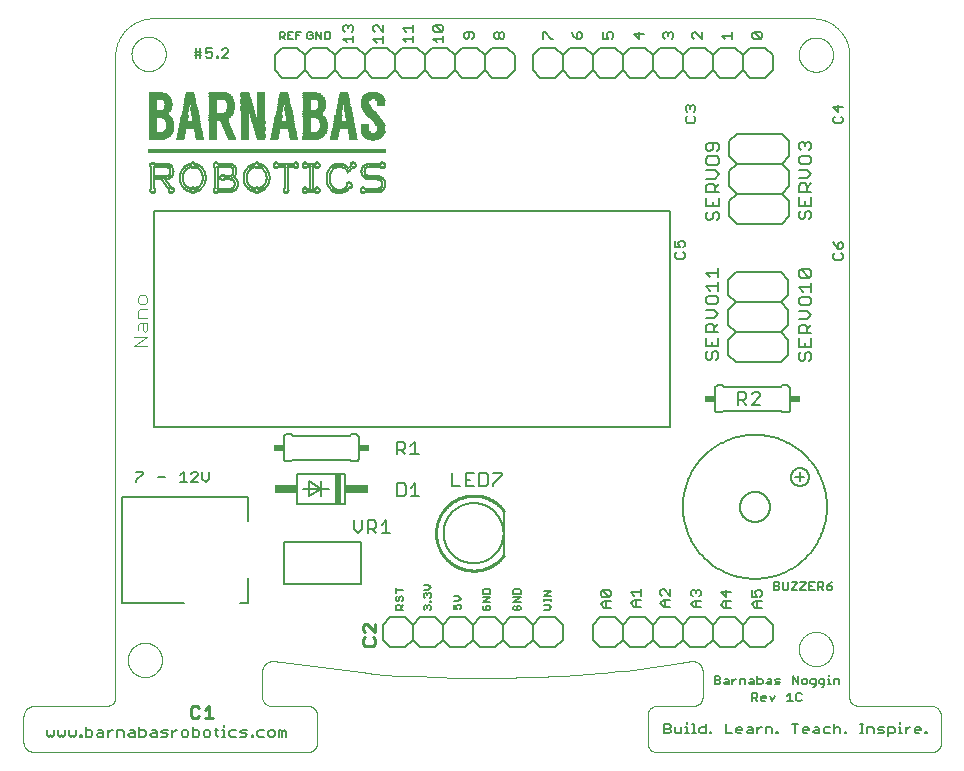
<source format=gto>
G75*
%MOIN*%
%OFA0B0*%
%FSLAX25Y25*%
%IPPOS*%
%LPD*%
%AMOC8*
5,1,8,0,0,1.08239X$1,22.5*
%
%ADD10R,0.00233X0.00047*%
%ADD11R,0.00606X0.00047*%
%ADD12R,0.00652X0.00047*%
%ADD13R,0.00559X0.00047*%
%ADD14R,0.00885X0.00047*%
%ADD15R,0.00931X0.00047*%
%ADD16R,0.00885X0.00047*%
%ADD17R,0.00838X0.00047*%
%ADD18R,0.01071X0.00047*%
%ADD19R,0.01071X0.00047*%
%ADD20R,0.01118X0.00047*%
%ADD21R,0.01024X0.00047*%
%ADD22R,0.01723X0.00047*%
%ADD23R,0.01257X0.00047*%
%ADD24R,0.01304X0.00047*%
%ADD25R,0.01211X0.00047*%
%ADD26R,0.01164X0.00047*%
%ADD27R,0.02189X0.00047*%
%ADD28R,0.01350X0.00047*%
%ADD29R,0.01397X0.00047*%
%ADD30R,0.01304X0.00047*%
%ADD31R,0.02515X0.00047*%
%ADD32R,0.01304X0.00047*%
%ADD33R,0.01537X0.00047*%
%ADD34R,0.01490X0.00047*%
%ADD35R,0.01443X0.00047*%
%ADD36R,0.01444X0.00047*%
%ADD37R,0.01397X0.00047*%
%ADD38R,0.02840X0.00047*%
%ADD39R,0.01583X0.00047*%
%ADD40R,0.01583X0.00047*%
%ADD41R,0.01537X0.00047*%
%ADD42R,0.01537X0.00047*%
%ADD43R,0.03120X0.00047*%
%ADD44R,0.01490X0.00047*%
%ADD45R,0.01676X0.00047*%
%ADD46R,0.01630X0.00047*%
%ADD47R,0.01630X0.00047*%
%ADD48R,0.03399X0.00047*%
%ADD49R,0.01583X0.00047*%
%ADD50R,0.01816X0.00047*%
%ADD51R,0.01770X0.00047*%
%ADD52R,0.01723X0.00047*%
%ADD53R,0.01676X0.00047*%
%ADD54R,0.03585X0.00047*%
%ADD55R,0.01816X0.00047*%
%ADD56R,0.01863X0.00047*%
%ADD57R,0.06054X0.00047*%
%ADD58R,0.05728X0.00047*%
%ADD59R,0.03772X0.00047*%
%ADD60R,0.06193X0.00047*%
%ADD61R,0.01909X0.00047*%
%ADD62R,0.01956X0.00047*%
%ADD63R,0.01816X0.00047*%
%ADD64R,0.06333X0.00047*%
%ADD65R,0.05820X0.00047*%
%ADD66R,0.03958X0.00047*%
%ADD67R,0.06472X0.00047*%
%ADD68R,0.02002X0.00047*%
%ADD69R,0.01956X0.00047*%
%ADD70R,0.02188X0.00047*%
%ADD71R,0.06565X0.00047*%
%ADD72R,0.02189X0.00047*%
%ADD73R,0.05913X0.00047*%
%ADD74R,0.04144X0.00047*%
%ADD75R,0.06706X0.00047*%
%ADD76R,0.02002X0.00047*%
%ADD77R,0.02049X0.00047*%
%ADD78R,0.02515X0.00047*%
%ADD79R,0.06706X0.00047*%
%ADD80R,0.05960X0.00047*%
%ADD81R,0.04331X0.00047*%
%ADD82R,0.06845X0.00047*%
%ADD83R,0.02095X0.00047*%
%ADD84R,0.06845X0.00047*%
%ADD85R,0.02096X0.00047*%
%ADD86R,0.06007X0.00047*%
%ADD87R,0.04517X0.00047*%
%ADD88R,0.07031X0.00047*%
%ADD89R,0.02142X0.00047*%
%ADD90R,0.03120X0.00047*%
%ADD91R,0.06985X0.00047*%
%ADD92R,0.03027X0.00047*%
%ADD93R,0.06054X0.00047*%
%ADD94R,0.02049X0.00047*%
%ADD95R,0.07124X0.00047*%
%ADD96R,0.00978X0.00047*%
%ADD97R,0.00978X0.00047*%
%ADD98R,0.05867X0.00047*%
%ADD99R,0.03632X0.00047*%
%ADD100R,0.01676X0.00047*%
%ADD101R,0.00931X0.00047*%
%ADD102R,0.00885X0.00047*%
%ADD103R,0.00885X0.00047*%
%ADD104R,0.00931X0.00047*%
%ADD105R,0.00838X0.00047*%
%ADD106R,0.05867X0.00047*%
%ADD107R,0.03446X0.00047*%
%ADD108R,0.01583X0.00047*%
%ADD109R,0.06053X0.00047*%
%ADD110R,0.05867X0.00047*%
%ADD111R,0.03353X0.00047*%
%ADD112R,0.01397X0.00047*%
%ADD113R,0.06054X0.00047*%
%ADD114R,0.00792X0.00047*%
%ADD115R,0.00838X0.00047*%
%ADD116R,0.00791X0.00047*%
%ADD117R,0.05914X0.00047*%
%ADD118R,0.03259X0.00047*%
%ADD119R,0.01350X0.00047*%
%ADD120R,0.01304X0.00047*%
%ADD121R,0.06100X0.00047*%
%ADD122R,0.00792X0.00047*%
%ADD123R,0.00791X0.00047*%
%ADD124R,0.00745X0.00047*%
%ADD125R,0.03213X0.00047*%
%ADD126R,0.01304X0.00047*%
%ADD127R,0.01257X0.00047*%
%ADD128R,0.06146X0.00047*%
%ADD129R,0.00745X0.00047*%
%ADD130R,0.00791X0.00047*%
%ADD131R,0.00698X0.00047*%
%ADD132R,0.00745X0.00047*%
%ADD133R,0.05960X0.00047*%
%ADD134R,0.01723X0.00047*%
%ADD135R,0.03166X0.00047*%
%ADD136R,0.01257X0.00047*%
%ADD137R,0.01211X0.00047*%
%ADD138R,0.06146X0.00047*%
%ADD139R,0.00745X0.00047*%
%ADD140R,0.00745X0.00047*%
%ADD141R,0.01816X0.00047*%
%ADD142R,0.06007X0.00047*%
%ADD143R,0.01490X0.00047*%
%ADD144R,0.01118X0.00047*%
%ADD145R,0.06239X0.00047*%
%ADD146R,0.00699X0.00047*%
%ADD147R,0.01676X0.00047*%
%ADD148R,0.01164X0.00047*%
%ADD149R,0.00699X0.00047*%
%ADD150R,0.01350X0.00047*%
%ADD151R,0.01164X0.00047*%
%ADD152R,0.02189X0.00047*%
%ADD153R,0.01444X0.00047*%
%ADD154R,0.01117X0.00047*%
%ADD155R,0.02468X0.00047*%
%ADD156R,0.00699X0.00047*%
%ADD157R,0.01071X0.00047*%
%ADD158R,0.02654X0.00047*%
%ADD159R,0.01024X0.00047*%
%ADD160R,0.01257X0.00047*%
%ADD161R,0.01211X0.00047*%
%ADD162R,0.03073X0.00047*%
%ADD163R,0.00745X0.00047*%
%ADD164R,0.04610X0.00047*%
%ADD165R,0.01024X0.00047*%
%ADD166R,0.03213X0.00047*%
%ADD167R,0.00978X0.00047*%
%ADD168R,0.04563X0.00047*%
%ADD169R,0.01117X0.00047*%
%ADD170R,0.00280X0.00047*%
%ADD171R,0.00233X0.00047*%
%ADD172R,0.04843X0.00047*%
%ADD173R,0.00978X0.00047*%
%ADD174R,0.01164X0.00047*%
%ADD175R,0.01443X0.00047*%
%ADD176R,0.00931X0.00047*%
%ADD177R,0.04796X0.00047*%
%ADD178R,0.01071X0.00047*%
%ADD179R,0.01118X0.00047*%
%ADD180R,0.00512X0.00047*%
%ADD181R,0.04982X0.00047*%
%ADD182R,0.01443X0.00047*%
%ADD183R,0.04983X0.00047*%
%ADD184R,0.05122X0.00047*%
%ADD185R,0.01071X0.00047*%
%ADD186R,0.00792X0.00047*%
%ADD187R,0.03679X0.00047*%
%ADD188R,0.05169X0.00047*%
%ADD189R,0.05262X0.00047*%
%ADD190R,0.00931X0.00047*%
%ADD191R,0.03818X0.00047*%
%ADD192R,0.00978X0.00047*%
%ADD193R,0.05308X0.00047*%
%ADD194R,0.00931X0.00047*%
%ADD195R,0.05448X0.00047*%
%ADD196R,0.00885X0.00047*%
%ADD197R,0.01723X0.00047*%
%ADD198R,0.01769X0.00047*%
%ADD199R,0.00978X0.00047*%
%ADD200R,0.01211X0.00047*%
%ADD201R,0.05494X0.00047*%
%ADD202R,0.05634X0.00047*%
%ADD203R,0.02934X0.00047*%
%ADD204R,0.05587X0.00047*%
%ADD205R,0.02933X0.00047*%
%ADD206R,0.02841X0.00047*%
%ADD207R,0.06845X0.00047*%
%ADD208R,0.00885X0.00047*%
%ADD209R,0.05634X0.00047*%
%ADD210R,0.02794X0.00047*%
%ADD211R,0.02841X0.00047*%
%ADD212R,0.06892X0.00047*%
%ADD213R,0.03306X0.00047*%
%ADD214R,0.05681X0.00047*%
%ADD215R,0.02794X0.00047*%
%ADD216R,0.06938X0.00047*%
%ADD217R,0.05727X0.00047*%
%ADD218R,0.02747X0.00047*%
%ADD219R,0.01164X0.00047*%
%ADD220R,0.06938X0.00047*%
%ADD221R,0.03586X0.00047*%
%ADD222R,0.05820X0.00047*%
%ADD223R,0.02747X0.00047*%
%ADD224R,0.01071X0.00047*%
%ADD225R,0.06985X0.00047*%
%ADD226R,0.00698X0.00047*%
%ADD227R,0.01211X0.00047*%
%ADD228R,0.03725X0.00047*%
%ADD229R,0.05867X0.00047*%
%ADD230R,0.03772X0.00047*%
%ADD231R,0.02701X0.00047*%
%ADD232R,0.07031X0.00047*%
%ADD233R,0.00698X0.00047*%
%ADD234R,0.00652X0.00047*%
%ADD235R,0.03865X0.00047*%
%ADD236R,0.00652X0.00047*%
%ADD237R,0.00606X0.00047*%
%ADD238R,0.01676X0.00047*%
%ADD239R,0.04005X0.00047*%
%ADD240R,0.00652X0.00047*%
%ADD241R,0.01583X0.00047*%
%ADD242R,0.01257X0.00047*%
%ADD243R,0.01304X0.00047*%
%ADD244R,0.00652X0.00047*%
%ADD245R,0.00652X0.00047*%
%ADD246R,0.01397X0.00047*%
%ADD247R,0.01397X0.00047*%
%ADD248R,0.01257X0.00047*%
%ADD249R,0.00838X0.00047*%
%ADD250R,0.00605X0.00047*%
%ADD251R,0.00838X0.00047*%
%ADD252R,0.01164X0.00047*%
%ADD253R,0.01117X0.00047*%
%ADD254R,0.00838X0.00047*%
%ADD255R,0.02142X0.00047*%
%ADD256R,0.02002X0.00047*%
%ADD257R,0.01909X0.00047*%
%ADD258R,0.01769X0.00047*%
%ADD259R,0.00559X0.00047*%
%ADD260R,0.01350X0.00047*%
%ADD261R,0.01630X0.00047*%
%ADD262R,0.01537X0.00047*%
%ADD263R,0.03306X0.00047*%
%ADD264R,0.04657X0.00047*%
%ADD265R,0.04424X0.00047*%
%ADD266R,0.03259X0.00047*%
%ADD267R,0.04656X0.00047*%
%ADD268R,0.04610X0.00047*%
%ADD269R,0.04796X0.00047*%
%ADD270R,0.04889X0.00047*%
%ADD271R,0.03166X0.00047*%
%ADD272R,0.04610X0.00047*%
%ADD273R,0.04982X0.00047*%
%ADD274R,0.03166X0.00047*%
%ADD275R,0.04517X0.00047*%
%ADD276R,0.03120X0.00047*%
%ADD277R,0.02049X0.00047*%
%ADD278R,0.04517X0.00047*%
%ADD279R,0.05029X0.00047*%
%ADD280R,0.03073X0.00047*%
%ADD281R,0.03213X0.00047*%
%ADD282R,0.05029X0.00047*%
%ADD283R,0.03027X0.00047*%
%ADD284R,0.02281X0.00047*%
%ADD285R,0.03027X0.00047*%
%ADD286R,0.02421X0.00047*%
%ADD287R,0.02887X0.00047*%
%ADD288R,0.05029X0.00047*%
%ADD289R,0.02980X0.00047*%
%ADD290R,0.02933X0.00047*%
%ADD291R,0.02608X0.00047*%
%ADD292R,0.02561X0.00047*%
%ADD293R,0.04889X0.00047*%
%ADD294R,0.02701X0.00047*%
%ADD295R,0.02375X0.00047*%
%ADD296R,0.01630X0.00047*%
%ADD297R,0.04517X0.00047*%
%ADD298R,0.04796X0.00047*%
%ADD299R,0.04703X0.00047*%
%ADD300R,0.04889X0.00047*%
%ADD301R,0.04843X0.00047*%
%ADD302R,0.02374X0.00047*%
%ADD303R,0.04983X0.00047*%
%ADD304R,0.02514X0.00047*%
%ADD305R,0.05029X0.00047*%
%ADD306R,0.05076X0.00047*%
%ADD307R,0.02654X0.00047*%
%ADD308R,0.05215X0.00047*%
%ADD309R,0.02934X0.00047*%
%ADD310R,0.05076X0.00047*%
%ADD311R,0.05308X0.00047*%
%ADD312R,0.04191X0.00047*%
%ADD313R,0.05355X0.00047*%
%ADD314R,0.04284X0.00047*%
%ADD315R,0.05402X0.00047*%
%ADD316R,0.04284X0.00047*%
%ADD317R,0.04936X0.00047*%
%ADD318R,0.05448X0.00047*%
%ADD319R,0.04843X0.00047*%
%ADD320R,0.05494X0.00047*%
%ADD321R,0.04330X0.00047*%
%ADD322R,0.04703X0.00047*%
%ADD323R,0.05541X0.00047*%
%ADD324R,0.04517X0.00047*%
%ADD325R,0.01350X0.00047*%
%ADD326R,0.00605X0.00047*%
%ADD327R,0.00606X0.00047*%
%ADD328R,0.00046X0.00047*%
%ADD329R,0.00139X0.00047*%
%ADD330R,0.00186X0.00047*%
%ADD331R,0.00280X0.00047*%
%ADD332R,0.00326X0.00047*%
%ADD333R,0.00419X0.00047*%
%ADD334R,0.00512X0.00047*%
%ADD335R,0.00605X0.00047*%
%ADD336R,0.00140X0.00047*%
%ADD337R,0.00233X0.00047*%
%ADD338R,0.00279X0.00047*%
%ADD339R,0.00373X0.00047*%
%ADD340R,0.00466X0.00047*%
%ADD341R,0.01444X0.00047*%
%ADD342R,0.01490X0.00047*%
%ADD343R,0.03958X0.00047*%
%ADD344R,0.05541X0.00047*%
%ADD345R,0.03818X0.00047*%
%ADD346R,0.03865X0.00047*%
%ADD347R,0.01770X0.00047*%
%ADD348R,0.00046X0.00047*%
%ADD349R,0.05494X0.00047*%
%ADD350R,0.05448X0.00047*%
%ADD351R,0.03958X0.00047*%
%ADD352R,0.03725X0.00047*%
%ADD353R,0.01769X0.00047*%
%ADD354R,0.03586X0.00047*%
%ADD355R,0.05401X0.00047*%
%ADD356R,0.03585X0.00047*%
%ADD357R,0.04005X0.00047*%
%ADD358R,0.02747X0.00047*%
%ADD359R,0.06706X0.00047*%
%ADD360R,0.03399X0.00047*%
%ADD361R,0.05355X0.00047*%
%ADD362R,0.06659X0.00047*%
%ADD363R,0.04051X0.00047*%
%ADD364R,0.02794X0.00047*%
%ADD365R,0.02841X0.00047*%
%ADD366R,0.03306X0.00047*%
%ADD367R,0.01630X0.00047*%
%ADD368R,0.06659X0.00047*%
%ADD369R,0.05262X0.00047*%
%ADD370R,0.05215X0.00047*%
%ADD371R,0.04098X0.00047*%
%ADD372R,0.04051X0.00047*%
%ADD373R,0.03120X0.00047*%
%ADD374R,0.06566X0.00047*%
%ADD375R,0.05215X0.00047*%
%ADD376R,0.02887X0.00047*%
%ADD377R,0.05169X0.00047*%
%ADD378R,0.04098X0.00047*%
%ADD379R,0.06565X0.00047*%
%ADD380R,0.02887X0.00047*%
%ADD381R,0.01630X0.00047*%
%ADD382R,0.02794X0.00047*%
%ADD383R,0.02561X0.00047*%
%ADD384R,0.00046X0.00047*%
%ADD385R,0.05122X0.00047*%
%ADD386R,0.04843X0.00047*%
%ADD387R,0.02748X0.00047*%
%ADD388R,0.02328X0.00047*%
%ADD389R,0.04982X0.00047*%
%ADD390R,0.02096X0.00047*%
%ADD391R,0.00466X0.00047*%
%ADD392R,0.04563X0.00047*%
%ADD393R,0.00419X0.00047*%
%ADD394R,0.04657X0.00047*%
%ADD395R,0.04331X0.00047*%
%ADD396R,0.04424X0.00047*%
%ADD397R,0.00187X0.00047*%
%ADD398R,0.04191X0.00047*%
%ADD399R,0.01211X0.00047*%
%ADD400R,0.02654X0.00047*%
%ADD401R,0.01350X0.00047*%
%ADD402R,0.01490X0.00047*%
%ADD403R,0.01537X0.00047*%
%ADD404R,0.05774X0.00047*%
%ADD405R,0.01816X0.00047*%
%ADD406R,0.01863X0.00047*%
%ADD407R,0.01816X0.00047*%
%ADD408R,0.05588X0.00047*%
%ADD409R,0.05634X0.00047*%
%ADD410R,0.04377X0.00047*%
%ADD411R,0.05820X0.00047*%
%ADD412R,0.05681X0.00047*%
%ADD413R,0.05587X0.00047*%
%ADD414R,0.01723X0.00047*%
%ADD415R,0.03213X0.00047*%
%ADD416R,0.05728X0.00047*%
%ADD417R,0.03213X0.00047*%
%ADD418R,0.04004X0.00047*%
%ADD419R,0.05495X0.00047*%
%ADD420R,0.05774X0.00047*%
%ADD421R,0.03865X0.00047*%
%ADD422R,0.05821X0.00047*%
%ADD423R,0.03399X0.00047*%
%ADD424R,0.03678X0.00047*%
%ADD425R,0.05588X0.00047*%
%ADD426R,0.05960X0.00047*%
%ADD427R,0.03492X0.00047*%
%ADD428R,0.03493X0.00047*%
%ADD429R,0.05588X0.00047*%
%ADD430R,0.06705X0.00047*%
%ADD431R,0.03679X0.00047*%
%ADD432R,0.03259X0.00047*%
%ADD433R,0.06519X0.00047*%
%ADD434R,0.08521X0.00047*%
%ADD435R,0.03026X0.00047*%
%ADD436R,0.02142X0.00047*%
%ADD437R,0.06426X0.00047*%
%ADD438R,0.02840X0.00047*%
%ADD439R,0.06380X0.00047*%
%ADD440R,0.08428X0.00047*%
%ADD441R,0.02095X0.00047*%
%ADD442R,0.06519X0.00047*%
%ADD443R,0.06286X0.00047*%
%ADD444R,0.02561X0.00047*%
%ADD445R,0.08428X0.00047*%
%ADD446R,0.05913X0.00047*%
%ADD447R,0.02468X0.00047*%
%ADD448R,0.06380X0.00047*%
%ADD449R,0.06100X0.00047*%
%ADD450R,0.02188X0.00047*%
%ADD451R,0.06053X0.00047*%
%ADD452R,0.08335X0.00047*%
%ADD453R,0.05867X0.00047*%
%ADD454R,0.02142X0.00047*%
%ADD455R,0.06193X0.00047*%
%ADD456R,0.05774X0.00047*%
%ADD457R,0.08242X0.00047*%
%ADD458R,0.01909X0.00047*%
%ADD459R,0.05495X0.00047*%
%ADD460R,0.08195X0.00047*%
%ADD461R,0.01863X0.00047*%
%ADD462R,0.00559X0.00047*%
%ADD463R,0.00559X0.00047*%
%ADD464R,0.79159X0.00047*%
%ADD465R,0.79159X0.00047*%
%ADD466R,0.79159X0.00047*%
%ADD467R,0.02375X0.00047*%
%ADD468R,0.03073X0.00047*%
%ADD469R,0.04750X0.00047*%
%ADD470R,0.02794X0.00047*%
%ADD471R,0.02654X0.00047*%
%ADD472R,0.02840X0.00047*%
%ADD473R,0.02934X0.00047*%
%ADD474R,0.02794X0.00047*%
%ADD475R,0.02654X0.00047*%
%ADD476R,0.03679X0.00047*%
%ADD477R,0.02608X0.00047*%
%ADD478R,0.02607X0.00047*%
%ADD479R,0.05727X0.00047*%
%ADD480R,0.04703X0.00047*%
%ADD481R,0.06053X0.00047*%
%ADD482R,0.04983X0.00047*%
%ADD483R,0.02607X0.00047*%
%ADD484R,0.02608X0.00047*%
%ADD485R,0.06240X0.00047*%
%ADD486R,0.02933X0.00047*%
%ADD487R,0.05261X0.00047*%
%ADD488R,0.06333X0.00047*%
%ADD489R,0.06333X0.00047*%
%ADD490R,0.06426X0.00047*%
%ADD491R,0.02607X0.00047*%
%ADD492R,0.02980X0.00047*%
%ADD493R,0.05541X0.00047*%
%ADD494R,0.06472X0.00047*%
%ADD495R,0.05681X0.00047*%
%ADD496R,0.06612X0.00047*%
%ADD497R,0.05913X0.00047*%
%ADD498R,0.06659X0.00047*%
%ADD499R,0.06007X0.00047*%
%ADD500R,0.06752X0.00047*%
%ADD501R,0.06798X0.00047*%
%ADD502R,0.02887X0.00047*%
%ADD503R,0.06239X0.00047*%
%ADD504R,0.06845X0.00047*%
%ADD505R,0.06286X0.00047*%
%ADD506R,0.06891X0.00047*%
%ADD507R,0.06938X0.00047*%
%ADD508R,0.06472X0.00047*%
%ADD509R,0.06985X0.00047*%
%ADD510R,0.07031X0.00047*%
%ADD511R,0.06659X0.00047*%
%ADD512R,0.07078X0.00047*%
%ADD513R,0.02561X0.00047*%
%ADD514R,0.07078X0.00047*%
%ADD515R,0.07124X0.00047*%
%ADD516R,0.07171X0.00047*%
%ADD517R,0.07171X0.00047*%
%ADD518R,0.06891X0.00047*%
%ADD519R,0.07217X0.00047*%
%ADD520R,0.07218X0.00047*%
%ADD521R,0.07264X0.00047*%
%ADD522R,0.07311X0.00047*%
%ADD523R,0.03213X0.00047*%
%ADD524R,0.07357X0.00047*%
%ADD525R,0.02700X0.00047*%
%ADD526R,0.02701X0.00047*%
%ADD527R,0.07357X0.00047*%
%ADD528R,0.07357X0.00047*%
%ADD529R,0.02700X0.00047*%
%ADD530R,0.07404X0.00047*%
%ADD531R,0.07171X0.00047*%
%ADD532R,0.07404X0.00047*%
%ADD533R,0.07404X0.00047*%
%ADD534R,0.07264X0.00047*%
%ADD535R,0.07450X0.00047*%
%ADD536R,0.07357X0.00047*%
%ADD537R,0.07497X0.00047*%
%ADD538R,0.03306X0.00047*%
%ADD539R,0.07497X0.00047*%
%ADD540R,0.07450X0.00047*%
%ADD541R,0.07543X0.00047*%
%ADD542R,0.07544X0.00047*%
%ADD543R,0.07590X0.00047*%
%ADD544R,0.07590X0.00047*%
%ADD545R,0.07543X0.00047*%
%ADD546R,0.07590X0.00047*%
%ADD547R,0.02515X0.00047*%
%ADD548R,0.03352X0.00047*%
%ADD549R,0.07590X0.00047*%
%ADD550R,0.02748X0.00047*%
%ADD551R,0.07543X0.00047*%
%ADD552R,0.07637X0.00047*%
%ADD553R,0.03352X0.00047*%
%ADD554R,0.02748X0.00047*%
%ADD555R,0.07683X0.00047*%
%ADD556R,0.03352X0.00047*%
%ADD557R,0.07683X0.00047*%
%ADD558R,0.07637X0.00047*%
%ADD559R,0.07683X0.00047*%
%ADD560R,0.07683X0.00047*%
%ADD561R,0.07730X0.00047*%
%ADD562R,0.02887X0.00047*%
%ADD563R,0.07730X0.00047*%
%ADD564R,0.07730X0.00047*%
%ADD565R,0.02514X0.00047*%
%ADD566R,0.02887X0.00047*%
%ADD567R,0.07730X0.00047*%
%ADD568R,0.07776X0.00047*%
%ADD569R,0.02514X0.00047*%
%ADD570R,0.03446X0.00047*%
%ADD571R,0.03585X0.00047*%
%ADD572R,0.02700X0.00047*%
%ADD573R,0.03353X0.00047*%
%ADD574R,0.07823X0.00047*%
%ADD575R,0.03446X0.00047*%
%ADD576R,0.03353X0.00047*%
%ADD577R,0.07823X0.00047*%
%ADD578R,0.02561X0.00047*%
%ADD579R,0.03865X0.00047*%
%ADD580R,0.03492X0.00047*%
%ADD581R,0.03632X0.00047*%
%ADD582R,0.03492X0.00047*%
%ADD583R,0.03539X0.00047*%
%ADD584R,0.03167X0.00047*%
%ADD585R,0.03539X0.00047*%
%ADD586R,0.03026X0.00047*%
%ADD587R,0.03120X0.00047*%
%ADD588R,0.03306X0.00047*%
%ADD589R,0.03539X0.00047*%
%ADD590R,0.02468X0.00047*%
%ADD591R,0.03026X0.00047*%
%ADD592R,0.03260X0.00047*%
%ADD593R,0.02980X0.00047*%
%ADD594R,0.02980X0.00047*%
%ADD595R,0.03632X0.00047*%
%ADD596R,0.02468X0.00047*%
%ADD597R,0.02468X0.00047*%
%ADD598R,0.03632X0.00047*%
%ADD599R,0.02654X0.00047*%
%ADD600R,0.02980X0.00047*%
%ADD601R,0.03678X0.00047*%
%ADD602R,0.03678X0.00047*%
%ADD603R,0.02468X0.00047*%
%ADD604R,0.03725X0.00047*%
%ADD605R,0.02421X0.00047*%
%ADD606R,0.03818X0.00047*%
%ADD607R,0.02421X0.00047*%
%ADD608R,0.03865X0.00047*%
%ADD609R,0.03911X0.00047*%
%ADD610R,0.02422X0.00047*%
%ADD611R,0.07730X0.00047*%
%ADD612R,0.07730X0.00047*%
%ADD613R,0.07683X0.00047*%
%ADD614R,0.03911X0.00047*%
%ADD615R,0.03958X0.00047*%
%ADD616R,0.03958X0.00047*%
%ADD617R,0.07636X0.00047*%
%ADD618R,0.04004X0.00047*%
%ADD619R,0.07636X0.00047*%
%ADD620R,0.07637X0.00047*%
%ADD621R,0.07590X0.00047*%
%ADD622R,0.07590X0.00047*%
%ADD623R,0.04004X0.00047*%
%ADD624R,0.04051X0.00047*%
%ADD625R,0.07497X0.00047*%
%ADD626R,0.04098X0.00047*%
%ADD627R,0.07450X0.00047*%
%ADD628R,0.07404X0.00047*%
%ADD629R,0.04144X0.00047*%
%ADD630R,0.07404X0.00047*%
%ADD631R,0.02980X0.00047*%
%ADD632R,0.07404X0.00047*%
%ADD633R,0.04144X0.00047*%
%ADD634R,0.04191X0.00047*%
%ADD635R,0.07311X0.00047*%
%ADD636R,0.04191X0.00047*%
%ADD637R,0.07310X0.00047*%
%ADD638R,0.07310X0.00047*%
%ADD639R,0.04237X0.00047*%
%ADD640R,0.04237X0.00047*%
%ADD641R,0.07264X0.00047*%
%ADD642R,0.04237X0.00047*%
%ADD643R,0.07264X0.00047*%
%ADD644R,0.07217X0.00047*%
%ADD645R,0.07218X0.00047*%
%ADD646R,0.07217X0.00047*%
%ADD647R,0.07218X0.00047*%
%ADD648R,0.03074X0.00047*%
%ADD649R,0.04330X0.00047*%
%ADD650R,0.04330X0.00047*%
%ADD651R,0.07078X0.00047*%
%ADD652R,0.04377X0.00047*%
%ADD653R,0.03167X0.00047*%
%ADD654R,0.07031X0.00047*%
%ADD655R,0.04424X0.00047*%
%ADD656R,0.07031X0.00047*%
%ADD657R,0.07031X0.00047*%
%ADD658R,0.04470X0.00047*%
%ADD659R,0.06938X0.00047*%
%ADD660R,0.04470X0.00047*%
%ADD661R,0.04470X0.00047*%
%ADD662R,0.06938X0.00047*%
%ADD663R,0.06938X0.00047*%
%ADD664R,0.06891X0.00047*%
%ADD665R,0.04563X0.00047*%
%ADD666R,0.06845X0.00047*%
%ADD667R,0.04563X0.00047*%
%ADD668R,0.06798X0.00047*%
%ADD669R,0.03446X0.00047*%
%ADD670R,0.03446X0.00047*%
%ADD671R,0.04656X0.00047*%
%ADD672R,0.02422X0.00047*%
%ADD673R,0.04703X0.00047*%
%ADD674R,0.02422X0.00047*%
%ADD675R,0.03539X0.00047*%
%ADD676R,0.06426X0.00047*%
%ADD677R,0.04703X0.00047*%
%ADD678R,0.06426X0.00047*%
%ADD679R,0.04750X0.00047*%
%ADD680R,0.06379X0.00047*%
%ADD681R,0.06379X0.00047*%
%ADD682R,0.04750X0.00047*%
%ADD683R,0.03539X0.00047*%
%ADD684R,0.02375X0.00047*%
%ADD685R,0.06333X0.00047*%
%ADD686R,0.04796X0.00047*%
%ADD687R,0.06286X0.00047*%
%ADD688R,0.06426X0.00047*%
%ADD689R,0.04889X0.00047*%
%ADD690R,0.04889X0.00047*%
%ADD691R,0.06705X0.00047*%
%ADD692R,0.06798X0.00047*%
%ADD693R,0.02096X0.00047*%
%ADD694R,0.02374X0.00047*%
%ADD695R,0.02374X0.00047*%
%ADD696R,0.03632X0.00047*%
%ADD697R,0.07078X0.00047*%
%ADD698R,0.02095X0.00047*%
%ADD699R,0.03632X0.00047*%
%ADD700R,0.03493X0.00047*%
%ADD701R,0.07124X0.00047*%
%ADD702R,0.03819X0.00047*%
%ADD703R,0.02561X0.00047*%
%ADD704R,0.07357X0.00047*%
%ADD705R,0.07311X0.00047*%
%ADD706R,0.02328X0.00047*%
%ADD707R,0.02328X0.00047*%
%ADD708R,0.07264X0.00047*%
%ADD709R,0.07450X0.00047*%
%ADD710R,0.02328X0.00047*%
%ADD711R,0.07078X0.00047*%
%ADD712R,0.07636X0.00047*%
%ADD713R,0.06892X0.00047*%
%ADD714R,0.02328X0.00047*%
%ADD715R,0.02142X0.00047*%
%ADD716R,0.06845X0.00047*%
%ADD717R,0.02328X0.00047*%
%ADD718R,0.07776X0.00047*%
%ADD719R,0.07822X0.00047*%
%ADD720R,0.02142X0.00047*%
%ADD721R,0.07822X0.00047*%
%ADD722R,0.06566X0.00047*%
%ADD723R,0.06519X0.00047*%
%ADD724R,0.07869X0.00047*%
%ADD725R,0.06426X0.00047*%
%ADD726R,0.07916X0.00047*%
%ADD727R,0.07916X0.00047*%
%ADD728R,0.06286X0.00047*%
%ADD729R,0.07962X0.00047*%
%ADD730R,0.06193X0.00047*%
%ADD731R,0.07962X0.00047*%
%ADD732R,0.08009X0.00047*%
%ADD733R,0.02282X0.00047*%
%ADD734R,0.08009X0.00047*%
%ADD735R,0.08056X0.00047*%
%ADD736R,0.08056X0.00047*%
%ADD737R,0.08102X0.00047*%
%ADD738R,0.06240X0.00047*%
%ADD739R,0.02281X0.00047*%
%ADD740R,0.08102X0.00047*%
%ADD741R,0.02282X0.00047*%
%ADD742R,0.08148X0.00047*%
%ADD743R,0.06380X0.00047*%
%ADD744R,0.03446X0.00047*%
%ADD745R,0.02282X0.00047*%
%ADD746R,0.02281X0.00047*%
%ADD747R,0.06519X0.00047*%
%ADD748R,0.06612X0.00047*%
%ADD749R,0.06752X0.00047*%
%ADD750R,0.04889X0.00047*%
%ADD751R,0.06798X0.00047*%
%ADD752R,0.04843X0.00047*%
%ADD753R,0.02235X0.00047*%
%ADD754R,0.06892X0.00047*%
%ADD755R,0.04843X0.00047*%
%ADD756R,0.02235X0.00047*%
%ADD757R,0.07078X0.00047*%
%ADD758R,0.02235X0.00047*%
%ADD759R,0.04703X0.00047*%
%ADD760R,0.02235X0.00047*%
%ADD761R,0.02235X0.00047*%
%ADD762R,0.02235X0.00047*%
%ADD763R,0.04657X0.00047*%
%ADD764R,0.04563X0.00047*%
%ADD765R,0.04517X0.00047*%
%ADD766R,0.04470X0.00047*%
%ADD767R,0.04470X0.00047*%
%ADD768R,0.04470X0.00047*%
%ADD769R,0.03260X0.00047*%
%ADD770R,0.02188X0.00047*%
%ADD771R,0.04377X0.00047*%
%ADD772R,0.04377X0.00047*%
%ADD773R,0.04377X0.00047*%
%ADD774R,0.04331X0.00047*%
%ADD775R,0.04284X0.00047*%
%ADD776R,0.00186X0.00047*%
%ADD777R,0.04191X0.00047*%
%ADD778R,0.04144X0.00047*%
%ADD779R,0.04144X0.00047*%
%ADD780R,0.04144X0.00047*%
%ADD781R,0.04005X0.00047*%
%ADD782R,0.04237X0.00047*%
%ADD783R,0.04237X0.00047*%
%ADD784R,0.03911X0.00047*%
%ADD785R,0.04051X0.00047*%
%ADD786R,0.03819X0.00047*%
%ADD787R,0.04051X0.00047*%
%ADD788R,0.03819X0.00047*%
%ADD789R,0.03958X0.00047*%
%ADD790R,0.03772X0.00047*%
%ADD791R,0.08195X0.00047*%
%ADD792R,0.07357X0.00047*%
%ADD793R,0.08148X0.00047*%
%ADD794R,0.08009X0.00047*%
%ADD795R,0.03493X0.00047*%
%ADD796R,0.07124X0.00047*%
%ADD797R,0.07916X0.00047*%
%ADD798R,0.07869X0.00047*%
%ADD799R,0.07869X0.00047*%
%ADD800R,0.07776X0.00047*%
%ADD801R,0.07776X0.00047*%
%ADD802R,0.03306X0.00047*%
%ADD803R,0.06519X0.00047*%
%ADD804R,0.07450X0.00047*%
%ADD805R,0.06146X0.00047*%
%ADD806R,0.06333X0.00047*%
%ADD807R,0.07124X0.00047*%
%ADD808R,0.03167X0.00047*%
%ADD809R,0.03120X0.00047*%
%ADD810R,0.05402X0.00047*%
%ADD811R,0.05681X0.00047*%
%ADD812R,0.05309X0.00047*%
%ADD813R,0.06100X0.00047*%
%ADD814R,0.05169X0.00047*%
%ADD815R,0.05029X0.00047*%
%ADD816R,0.05774X0.00047*%
%ADD817R,0.04284X0.00047*%
%ADD818R,0.01909X0.00047*%
%ADD819C,0.00700*%
%ADD820C,0.00600*%
%ADD821C,0.00000*%
%ADD822C,0.00300*%
%ADD823C,0.00800*%
%ADD824C,0.00500*%
%ADD825C,0.00400*%
%ADD826R,0.03400X0.02400*%
%ADD827C,0.01000*%
%ADD828R,0.02000X0.10000*%
%ADD829R,0.07500X0.03000*%
%ADD830C,0.00900*%
D10*
X0050515Y0187051D03*
D11*
X0044275Y0187098D03*
X0057592Y0187098D03*
X0057592Y0189379D03*
X0057592Y0195433D03*
X0072074Y0193896D03*
X0072120Y0194082D03*
X0078872Y0195433D03*
X0078872Y0189379D03*
X0078872Y0187098D03*
X0089163Y0195805D03*
X0096660Y0195805D03*
X0096660Y0189053D03*
X0109791Y0191102D03*
X0120827Y0195433D03*
D12*
X0121688Y0190916D03*
X0121735Y0190776D03*
X0121735Y0190078D03*
X0121735Y0189985D03*
X0121688Y0189752D03*
X0120757Y0190404D03*
X0114843Y0194315D03*
X0114843Y0194408D03*
X0114843Y0194595D03*
X0114843Y0194781D03*
X0113865Y0195014D03*
X0113819Y0194781D03*
X0113819Y0194595D03*
X0113819Y0194501D03*
X0113819Y0194408D03*
X0113819Y0194315D03*
X0113819Y0194269D03*
X0113865Y0194082D03*
X0109116Y0194781D03*
X0109069Y0194827D03*
X0103249Y0193058D03*
X0103202Y0192732D03*
X0102178Y0192732D03*
X0102178Y0192546D03*
X0102178Y0192360D03*
X0102178Y0192313D03*
X0102178Y0192220D03*
X0102178Y0192127D03*
X0102178Y0192034D03*
X0102178Y0191847D03*
X0102178Y0191801D03*
X0102178Y0191708D03*
X0102224Y0191335D03*
X0102224Y0191289D03*
X0103249Y0191335D03*
X0103295Y0191102D03*
X0103202Y0191614D03*
X0103202Y0191708D03*
X0102224Y0193058D03*
X0102271Y0193337D03*
X0102271Y0193384D03*
X0097614Y0193384D03*
X0097614Y0193337D03*
X0097614Y0193244D03*
X0097614Y0193058D03*
X0097614Y0192872D03*
X0097614Y0192825D03*
X0097614Y0192732D03*
X0097614Y0192546D03*
X0097614Y0192360D03*
X0097614Y0192313D03*
X0097614Y0192220D03*
X0097614Y0192127D03*
X0097614Y0192034D03*
X0097614Y0191847D03*
X0097614Y0191801D03*
X0097614Y0191708D03*
X0097614Y0191614D03*
X0097614Y0191521D03*
X0097614Y0191428D03*
X0097614Y0191335D03*
X0097614Y0191289D03*
X0097614Y0191195D03*
X0097614Y0191102D03*
X0097614Y0191009D03*
X0097614Y0190916D03*
X0097614Y0190823D03*
X0097614Y0190776D03*
X0097614Y0190590D03*
X0097614Y0190497D03*
X0097614Y0190404D03*
X0097614Y0190311D03*
X0097614Y0190264D03*
X0097614Y0190078D03*
X0097614Y0189985D03*
X0097614Y0189892D03*
X0097614Y0189798D03*
X0097614Y0189752D03*
X0097614Y0189566D03*
X0097614Y0189379D03*
X0097614Y0189286D03*
X0097614Y0189240D03*
X0097614Y0189053D03*
X0096636Y0189240D03*
X0096636Y0189286D03*
X0096636Y0189379D03*
X0096636Y0189566D03*
X0096636Y0189752D03*
X0096636Y0189798D03*
X0096636Y0189892D03*
X0096636Y0189985D03*
X0096636Y0190078D03*
X0096636Y0190264D03*
X0096636Y0190311D03*
X0096636Y0190404D03*
X0096636Y0190497D03*
X0096636Y0190590D03*
X0096636Y0190776D03*
X0096636Y0190823D03*
X0096636Y0190916D03*
X0096636Y0191009D03*
X0096636Y0191102D03*
X0096636Y0191195D03*
X0096636Y0191289D03*
X0096636Y0191335D03*
X0096636Y0191428D03*
X0096636Y0191521D03*
X0096636Y0191614D03*
X0096636Y0191708D03*
X0096636Y0191801D03*
X0096636Y0191847D03*
X0096636Y0192034D03*
X0096636Y0192127D03*
X0096636Y0192220D03*
X0096636Y0192313D03*
X0096636Y0192360D03*
X0096636Y0192546D03*
X0096636Y0192732D03*
X0096636Y0192825D03*
X0096636Y0192872D03*
X0096636Y0193058D03*
X0096636Y0193244D03*
X0096636Y0193337D03*
X0096636Y0193384D03*
X0096636Y0193570D03*
X0096636Y0193756D03*
X0096636Y0193803D03*
X0096636Y0193896D03*
X0096636Y0194082D03*
X0096636Y0194269D03*
X0096636Y0194315D03*
X0096636Y0194408D03*
X0096636Y0194501D03*
X0096636Y0194595D03*
X0096636Y0194781D03*
X0096636Y0194827D03*
X0096636Y0194921D03*
X0096636Y0195014D03*
X0096636Y0195107D03*
X0096636Y0195293D03*
X0096636Y0195340D03*
X0096636Y0195433D03*
X0096636Y0195526D03*
X0096636Y0195619D03*
X0096636Y0195712D03*
X0097614Y0195712D03*
X0097614Y0195619D03*
X0097614Y0195526D03*
X0097614Y0195433D03*
X0097614Y0195340D03*
X0097614Y0195293D03*
X0097614Y0195107D03*
X0097614Y0195014D03*
X0097614Y0194921D03*
X0097614Y0194827D03*
X0097614Y0194781D03*
X0097614Y0194595D03*
X0097614Y0194501D03*
X0097614Y0194408D03*
X0097614Y0194315D03*
X0097614Y0194269D03*
X0097614Y0194082D03*
X0097614Y0193896D03*
X0097614Y0193803D03*
X0097614Y0193756D03*
X0097614Y0193570D03*
X0097614Y0195805D03*
X0089186Y0195712D03*
X0089186Y0195619D03*
X0089186Y0195526D03*
X0089186Y0195433D03*
X0089186Y0195340D03*
X0089186Y0195293D03*
X0089186Y0195107D03*
X0089186Y0195014D03*
X0089186Y0194921D03*
X0089186Y0194827D03*
X0089186Y0194781D03*
X0089186Y0194595D03*
X0089186Y0194501D03*
X0089186Y0194408D03*
X0089186Y0194315D03*
X0089186Y0194269D03*
X0089186Y0194082D03*
X0089186Y0193896D03*
X0089186Y0193803D03*
X0089186Y0193756D03*
X0089186Y0193570D03*
X0089186Y0193384D03*
X0089186Y0193337D03*
X0089186Y0193244D03*
X0089186Y0193058D03*
X0089186Y0192872D03*
X0089186Y0192825D03*
X0089186Y0192732D03*
X0089186Y0192546D03*
X0089186Y0192360D03*
X0089186Y0192313D03*
X0089186Y0192220D03*
X0089186Y0192127D03*
X0089186Y0192034D03*
X0089186Y0191847D03*
X0089186Y0191801D03*
X0089186Y0191708D03*
X0089186Y0191614D03*
X0089186Y0191521D03*
X0089186Y0191428D03*
X0089186Y0191335D03*
X0089186Y0191289D03*
X0089186Y0191195D03*
X0089186Y0191102D03*
X0089186Y0191009D03*
X0089186Y0190916D03*
X0089186Y0190823D03*
X0089186Y0190776D03*
X0089186Y0190590D03*
X0089186Y0190497D03*
X0089186Y0190404D03*
X0089186Y0190311D03*
X0089186Y0190264D03*
X0089186Y0190078D03*
X0089186Y0189985D03*
X0089186Y0189892D03*
X0089186Y0189798D03*
X0089186Y0189752D03*
X0089186Y0189566D03*
X0089186Y0189379D03*
X0089186Y0189286D03*
X0089186Y0189240D03*
X0089186Y0189053D03*
X0088209Y0189053D03*
X0088209Y0189240D03*
X0088209Y0189286D03*
X0088209Y0189379D03*
X0088209Y0189566D03*
X0088209Y0189752D03*
X0088209Y0189798D03*
X0088209Y0189892D03*
X0088209Y0189985D03*
X0088209Y0190078D03*
X0088209Y0190264D03*
X0088209Y0190311D03*
X0088209Y0190404D03*
X0088209Y0190497D03*
X0088209Y0190590D03*
X0088209Y0190776D03*
X0088209Y0190823D03*
X0088209Y0190916D03*
X0088209Y0191009D03*
X0088209Y0191102D03*
X0088209Y0191195D03*
X0088209Y0191289D03*
X0088209Y0191335D03*
X0088209Y0191428D03*
X0088209Y0191521D03*
X0088209Y0191614D03*
X0088209Y0191708D03*
X0088209Y0191801D03*
X0088209Y0191847D03*
X0088209Y0192034D03*
X0088209Y0192127D03*
X0088209Y0192220D03*
X0088209Y0192313D03*
X0088209Y0192360D03*
X0088209Y0192546D03*
X0088209Y0192732D03*
X0088209Y0192825D03*
X0088209Y0192872D03*
X0088209Y0193058D03*
X0088209Y0193244D03*
X0088209Y0193337D03*
X0088209Y0193384D03*
X0088209Y0193570D03*
X0088209Y0193756D03*
X0088209Y0193803D03*
X0088209Y0193896D03*
X0088209Y0194082D03*
X0088209Y0194269D03*
X0088209Y0194315D03*
X0088209Y0194408D03*
X0088209Y0194501D03*
X0088209Y0194595D03*
X0088209Y0194781D03*
X0088209Y0194827D03*
X0088209Y0194921D03*
X0088209Y0195014D03*
X0088209Y0195107D03*
X0088209Y0195293D03*
X0088209Y0195340D03*
X0088209Y0195433D03*
X0088209Y0195526D03*
X0088209Y0195619D03*
X0088209Y0195712D03*
X0088209Y0195805D03*
X0083133Y0193337D03*
X0083133Y0193244D03*
X0083179Y0192872D03*
X0083179Y0192825D03*
X0083179Y0192732D03*
X0083179Y0192127D03*
X0083179Y0192034D03*
X0083179Y0191847D03*
X0083179Y0191801D03*
X0083133Y0191614D03*
X0083133Y0191521D03*
X0083040Y0191102D03*
X0082993Y0190916D03*
X0082109Y0191521D03*
X0082155Y0191801D03*
X0082155Y0191847D03*
X0082201Y0192313D03*
X0082201Y0192360D03*
X0078197Y0188541D03*
X0075683Y0191335D03*
X0075636Y0191614D03*
X0075590Y0191847D03*
X0075590Y0192825D03*
X0075590Y0192872D03*
X0075636Y0193244D03*
X0074612Y0193244D03*
X0074612Y0191708D03*
X0074612Y0191614D03*
X0074612Y0191521D03*
X0074658Y0191335D03*
X0074658Y0191289D03*
X0074705Y0191102D03*
X0072563Y0190916D03*
X0072563Y0190823D03*
X0072609Y0190590D03*
X0072609Y0190497D03*
X0072609Y0190404D03*
X0072609Y0190264D03*
X0072609Y0190078D03*
X0072563Y0189798D03*
X0071585Y0190078D03*
X0071585Y0190590D03*
X0072470Y0191195D03*
X0071771Y0193244D03*
X0071864Y0193384D03*
X0071957Y0193570D03*
X0072051Y0193756D03*
X0072051Y0193803D03*
X0072144Y0194269D03*
X0072144Y0194315D03*
X0072144Y0194781D03*
X0072144Y0194827D03*
X0072144Y0194921D03*
X0072097Y0195014D03*
X0072097Y0195107D03*
X0071166Y0194827D03*
X0071166Y0194781D03*
X0071119Y0194921D03*
X0071166Y0194595D03*
X0071166Y0194501D03*
X0071166Y0194408D03*
X0071166Y0194315D03*
X0071166Y0194269D03*
X0071119Y0194082D03*
X0064880Y0194082D03*
X0064880Y0193896D03*
X0064880Y0193803D03*
X0064880Y0193756D03*
X0064880Y0193570D03*
X0064880Y0193384D03*
X0064880Y0193337D03*
X0064880Y0193244D03*
X0064880Y0193058D03*
X0064880Y0192872D03*
X0064880Y0192825D03*
X0064880Y0192732D03*
X0064880Y0192546D03*
X0064880Y0192360D03*
X0064880Y0192313D03*
X0064880Y0192220D03*
X0064880Y0192127D03*
X0064880Y0192034D03*
X0064880Y0191847D03*
X0064880Y0191801D03*
X0064880Y0191708D03*
X0064880Y0191614D03*
X0064880Y0191521D03*
X0064880Y0191428D03*
X0064880Y0191335D03*
X0064880Y0191289D03*
X0064880Y0191195D03*
X0064880Y0191102D03*
X0064880Y0191009D03*
X0064880Y0190916D03*
X0064880Y0190823D03*
X0064880Y0190776D03*
X0064880Y0190590D03*
X0064880Y0190497D03*
X0064880Y0190404D03*
X0064880Y0190311D03*
X0064880Y0190264D03*
X0064880Y0190078D03*
X0064880Y0189985D03*
X0064880Y0189892D03*
X0064880Y0189798D03*
X0064880Y0189752D03*
X0064880Y0189566D03*
X0064880Y0189379D03*
X0064880Y0189286D03*
X0064880Y0189240D03*
X0064880Y0189053D03*
X0061713Y0190916D03*
X0061807Y0191289D03*
X0061807Y0191335D03*
X0061853Y0191521D03*
X0061853Y0191614D03*
X0061899Y0191801D03*
X0061899Y0191847D03*
X0061899Y0192034D03*
X0061899Y0192127D03*
X0061899Y0192220D03*
X0061899Y0192546D03*
X0061899Y0192732D03*
X0061899Y0192825D03*
X0061899Y0192872D03*
X0061853Y0193244D03*
X0061713Y0193896D03*
X0060875Y0193058D03*
X0060875Y0191847D03*
X0060875Y0191801D03*
X0060829Y0191521D03*
X0060782Y0191335D03*
X0060782Y0191289D03*
X0056917Y0188541D03*
X0054403Y0191335D03*
X0054356Y0191614D03*
X0054310Y0191847D03*
X0054310Y0192034D03*
X0054310Y0192825D03*
X0054310Y0192872D03*
X0054356Y0193244D03*
X0054496Y0193756D03*
X0053332Y0193244D03*
X0053285Y0192872D03*
X0053285Y0192825D03*
X0053285Y0192732D03*
X0053285Y0192360D03*
X0053285Y0192313D03*
X0053285Y0192127D03*
X0053285Y0192034D03*
X0053285Y0191847D03*
X0053332Y0191708D03*
X0053332Y0191614D03*
X0053332Y0191521D03*
X0053378Y0191335D03*
X0051143Y0194082D03*
X0051143Y0194827D03*
X0051143Y0194921D03*
X0051097Y0195107D03*
X0044764Y0195107D03*
X0044764Y0195014D03*
X0044764Y0194921D03*
X0044764Y0194827D03*
X0044764Y0194781D03*
X0044764Y0194595D03*
X0044764Y0194501D03*
X0044764Y0194408D03*
X0044764Y0194315D03*
X0044764Y0194269D03*
X0044764Y0194082D03*
X0044764Y0193896D03*
X0044764Y0193803D03*
X0044764Y0193756D03*
X0044764Y0193570D03*
X0044764Y0193384D03*
X0044764Y0193337D03*
X0044764Y0193244D03*
X0043786Y0193244D03*
X0043786Y0193337D03*
X0043786Y0193384D03*
X0043786Y0193570D03*
X0043786Y0193756D03*
X0043786Y0193803D03*
X0043786Y0193896D03*
X0043786Y0194082D03*
X0043786Y0194269D03*
X0043786Y0194315D03*
X0043786Y0194408D03*
X0043786Y0194501D03*
X0043786Y0194595D03*
X0043786Y0194781D03*
X0043786Y0194827D03*
X0043786Y0194921D03*
X0043786Y0195014D03*
X0043786Y0195107D03*
X0043786Y0195293D03*
X0043786Y0195340D03*
X0043786Y0195433D03*
X0043786Y0195526D03*
X0043786Y0195619D03*
X0043786Y0195712D03*
X0044764Y0195712D03*
X0044764Y0195619D03*
X0044764Y0195526D03*
X0044764Y0195433D03*
X0044764Y0195340D03*
X0044764Y0195293D03*
X0043786Y0193058D03*
X0043786Y0192872D03*
X0043786Y0192825D03*
X0043786Y0192732D03*
X0043786Y0192546D03*
X0043786Y0192360D03*
X0043786Y0192313D03*
X0043786Y0192220D03*
X0043786Y0192127D03*
X0043786Y0192034D03*
X0043786Y0191847D03*
X0043786Y0191801D03*
X0043786Y0191708D03*
X0043786Y0191614D03*
X0043786Y0191521D03*
X0043786Y0191428D03*
X0043786Y0191335D03*
X0043786Y0191289D03*
X0043786Y0191195D03*
X0043786Y0191102D03*
X0043786Y0191009D03*
X0043786Y0190916D03*
X0043786Y0190823D03*
X0043786Y0190776D03*
X0043786Y0190590D03*
X0043786Y0190497D03*
X0043786Y0190404D03*
X0043786Y0190311D03*
X0043786Y0190264D03*
X0043786Y0190078D03*
X0043786Y0189985D03*
X0043786Y0189892D03*
X0043786Y0189798D03*
X0043786Y0189752D03*
X0043786Y0189566D03*
X0043786Y0189379D03*
X0043786Y0189286D03*
X0043786Y0189240D03*
X0043786Y0189053D03*
X0044764Y0189053D03*
X0044764Y0189240D03*
X0044764Y0189286D03*
X0044764Y0189379D03*
X0044764Y0189566D03*
X0044764Y0189752D03*
X0044764Y0189798D03*
X0044764Y0189892D03*
X0044764Y0189985D03*
X0044764Y0190078D03*
X0044764Y0190264D03*
X0044764Y0190311D03*
X0044764Y0190404D03*
X0044764Y0190497D03*
X0044764Y0190590D03*
X0044764Y0190776D03*
X0044764Y0190823D03*
X0044764Y0190916D03*
X0044764Y0191009D03*
X0044764Y0191102D03*
X0044764Y0191195D03*
X0044764Y0191289D03*
X0044764Y0191335D03*
X0044764Y0191428D03*
X0044764Y0191521D03*
X0044764Y0191614D03*
X0044764Y0191708D03*
X0050491Y0187098D03*
X0064880Y0194269D03*
X0064880Y0194315D03*
X0064880Y0194408D03*
X0064880Y0194501D03*
X0064880Y0194595D03*
X0064880Y0194781D03*
X0064880Y0194827D03*
X0064880Y0194921D03*
X0064880Y0195014D03*
X0064880Y0195107D03*
X0064880Y0195293D03*
X0064880Y0195340D03*
X0064880Y0195433D03*
X0064880Y0195526D03*
X0064880Y0195619D03*
X0064880Y0195712D03*
D13*
X0065345Y0187098D03*
X0088674Y0187098D03*
X0095147Y0187098D03*
X0099104Y0187098D03*
X0091887Y0195433D03*
X0109488Y0195526D03*
X0109488Y0194315D03*
X0114424Y0187098D03*
D14*
X0114447Y0192918D03*
X0115332Y0195666D03*
X0109465Y0195666D03*
X0106438Y0196411D03*
X0099733Y0196178D03*
X0094518Y0196178D03*
X0085484Y0195479D03*
X0084832Y0196178D03*
X0082085Y0195479D03*
X0081247Y0194967D03*
X0078872Y0195479D03*
X0075799Y0195666D03*
X0071795Y0192173D03*
X0075752Y0189193D03*
X0076637Y0189705D03*
X0076730Y0189612D03*
X0078872Y0187144D03*
X0081899Y0189100D03*
X0081992Y0189193D03*
X0087999Y0188588D03*
X0089349Y0188588D03*
X0095170Y0187144D03*
X0103225Y0189007D03*
X0103319Y0188914D03*
X0104063Y0189519D03*
X0104157Y0189426D03*
X0108580Y0189193D03*
X0120408Y0189426D03*
X0121106Y0191987D03*
X0121478Y0196178D03*
X0060712Y0189193D03*
X0060619Y0189100D03*
X0060060Y0189938D03*
X0055450Y0189612D03*
X0055357Y0189705D03*
X0054566Y0189100D03*
X0054473Y0189193D03*
X0050747Y0193105D03*
X0049816Y0193524D03*
X0050654Y0195992D03*
X0055404Y0195153D03*
X0059781Y0195153D03*
X0047767Y0191149D03*
X0047395Y0191661D03*
X0044927Y0188588D03*
X0044275Y0187144D03*
X0043670Y0195992D03*
D15*
X0049700Y0193430D03*
X0044904Y0188681D03*
X0050491Y0187144D03*
X0054775Y0188914D03*
X0059758Y0189612D03*
X0059851Y0189705D03*
X0060410Y0188914D03*
X0064693Y0188588D03*
X0071119Y0191475D03*
X0071958Y0188681D03*
X0071864Y0188588D03*
X0076055Y0188914D03*
X0081037Y0189612D03*
X0081689Y0188914D03*
X0081922Y0195666D03*
X0076800Y0195246D03*
X0103528Y0188681D03*
X0104366Y0189193D03*
X0108464Y0189100D03*
X0104366Y0195246D03*
X0110513Y0197016D03*
X0111723Y0196178D03*
X0115309Y0193430D03*
D16*
X0115192Y0193524D03*
X0109418Y0188681D03*
X0104110Y0194967D03*
X0103272Y0195479D03*
X0089303Y0188681D03*
X0075846Y0189100D03*
X0076498Y0194967D03*
X0076684Y0195153D03*
X0075659Y0195479D03*
X0060666Y0195666D03*
X0059967Y0194967D03*
X0057592Y0195479D03*
X0055218Y0194967D03*
X0054519Y0195666D03*
X0047535Y0191475D03*
X0043623Y0188588D03*
X0044973Y0187889D03*
X0043623Y0196178D03*
X0043623Y0196923D03*
X0057592Y0187144D03*
D17*
X0056871Y0188588D03*
X0058314Y0188588D03*
X0060922Y0189426D03*
X0061061Y0189612D03*
X0064647Y0187889D03*
X0065345Y0187144D03*
X0066882Y0192173D03*
X0070793Y0193524D03*
X0070840Y0195479D03*
X0071492Y0196178D03*
X0075450Y0195246D03*
X0076428Y0189938D03*
X0075543Y0189426D03*
X0075403Y0189612D03*
X0078150Y0188588D03*
X0079594Y0188588D03*
X0081363Y0189938D03*
X0082248Y0189519D03*
X0082202Y0189426D03*
X0082341Y0189612D03*
X0082295Y0195246D03*
X0084809Y0196923D03*
X0091887Y0195479D03*
X0092585Y0196923D03*
X0094495Y0196923D03*
X0095147Y0195479D03*
X0099104Y0195479D03*
X0099803Y0196923D03*
X0103016Y0195153D03*
X0103109Y0195246D03*
X0103994Y0189612D03*
X0103156Y0189100D03*
X0103062Y0189193D03*
X0099803Y0188588D03*
X0099803Y0187889D03*
X0099104Y0187144D03*
X0094495Y0187889D03*
X0094495Y0188588D03*
X0089419Y0188495D03*
X0089373Y0187889D03*
X0088674Y0187144D03*
X0087976Y0187889D03*
X0072144Y0188914D03*
X0071306Y0189426D03*
X0064787Y0195992D03*
X0064647Y0196923D03*
X0061015Y0195246D03*
X0060177Y0194734D03*
X0054170Y0195246D03*
X0050678Y0193011D03*
X0049886Y0193617D03*
X0049793Y0195479D03*
X0048070Y0190730D03*
X0048117Y0190637D03*
X0048256Y0190450D03*
X0048443Y0190218D03*
X0048489Y0190124D03*
X0048629Y0189938D03*
X0048815Y0189705D03*
X0048861Y0189612D03*
X0048955Y0189519D03*
X0049001Y0189426D03*
X0049187Y0189193D03*
X0049234Y0189100D03*
X0049327Y0189007D03*
X0049374Y0188914D03*
X0049560Y0188681D03*
X0049607Y0188588D03*
X0049700Y0188495D03*
X0049793Y0187889D03*
X0051190Y0187889D03*
X0051143Y0188588D03*
X0054123Y0189612D03*
X0054217Y0189519D03*
X0054263Y0189426D03*
X0055148Y0189938D03*
X0043553Y0187889D03*
X0044252Y0197621D03*
X0108836Y0189426D03*
X0113726Y0188588D03*
X0113726Y0187889D03*
X0114378Y0187144D03*
X0114378Y0193011D03*
X0114284Y0193105D03*
X0115123Y0193617D03*
X0114331Y0195992D03*
X0114471Y0196178D03*
X0111817Y0196923D03*
X0110419Y0196923D03*
X0110280Y0196411D03*
X0110047Y0196178D03*
X0109488Y0194455D03*
X0120803Y0195479D03*
X0121223Y0191894D03*
X0121362Y0189007D03*
X0121315Y0188914D03*
D18*
X0120920Y0188495D03*
X0108813Y0188169D03*
X0106438Y0187144D03*
X0104017Y0196178D03*
X0070956Y0189100D03*
X0067557Y0191475D03*
D19*
X0071189Y0192546D03*
X0071562Y0188355D03*
X0076544Y0188541D03*
X0077196Y0189240D03*
X0078872Y0189286D03*
X0080549Y0189240D03*
X0080642Y0189286D03*
X0078872Y0187191D03*
X0078872Y0195526D03*
X0077149Y0195526D03*
X0076498Y0196224D03*
X0080595Y0195526D03*
X0081247Y0196224D03*
X0059967Y0196224D03*
X0059315Y0195526D03*
X0057592Y0195526D03*
X0055870Y0195526D03*
X0055218Y0196224D03*
X0050282Y0196364D03*
X0049583Y0193337D03*
X0055264Y0188541D03*
X0055916Y0189240D03*
X0057592Y0189286D03*
X0059269Y0189240D03*
X0059921Y0188541D03*
X0057592Y0187191D03*
X0049909Y0187796D03*
X0044275Y0187191D03*
X0103970Y0188308D03*
X0108161Y0188867D03*
X0108720Y0188122D03*
X0108860Y0188215D03*
X0109791Y0191009D03*
X0107928Y0195712D03*
X0103970Y0196131D03*
X0115425Y0193337D03*
X0120687Y0192360D03*
X0114401Y0187191D03*
D20*
X0114936Y0192546D03*
X0109488Y0194595D03*
X0104739Y0195526D03*
X0108091Y0188821D03*
X0088674Y0187191D03*
X0076614Y0196317D03*
X0070933Y0191614D03*
X0071492Y0188308D03*
X0059851Y0196317D03*
X0059758Y0196364D03*
X0055334Y0196317D03*
X0049513Y0195712D03*
X0050165Y0192546D03*
X0048675Y0191801D03*
X0050491Y0187191D03*
D21*
X0050491Y0189240D03*
X0050398Y0192732D03*
X0050305Y0196317D03*
X0055055Y0196131D03*
X0060130Y0196131D03*
X0059478Y0189379D03*
X0055846Y0189286D03*
X0055707Y0189379D03*
X0065345Y0187191D03*
X0070607Y0193337D03*
X0070560Y0195712D03*
X0076335Y0196131D03*
X0080758Y0195433D03*
X0081410Y0196131D03*
X0085461Y0195526D03*
X0091887Y0195526D03*
X0094588Y0196131D03*
X0095146Y0195526D03*
X0099105Y0195526D03*
X0103854Y0196038D03*
X0104599Y0195433D03*
X0108790Y0196224D03*
X0115355Y0193384D03*
X0114377Y0189286D03*
X0108976Y0188308D03*
X0103901Y0188355D03*
X0099105Y0189286D03*
X0099105Y0187191D03*
X0095146Y0187191D03*
X0095146Y0189286D03*
X0080758Y0189379D03*
X0077126Y0189286D03*
X0076986Y0189379D03*
X0044252Y0197575D03*
X0120245Y0189240D03*
X0120990Y0188541D03*
X0120757Y0192313D03*
D22*
X0111095Y0197388D03*
X0106438Y0196317D03*
X0104948Y0196643D03*
X0099128Y0195805D03*
X0091910Y0195805D03*
X0091910Y0197342D03*
X0085485Y0195805D03*
X0078872Y0197342D03*
X0080129Y0188029D03*
X0078872Y0187517D03*
X0058849Y0188029D03*
X0057592Y0187517D03*
X0056335Y0188029D03*
X0057592Y0197342D03*
X0104948Y0187796D03*
X0106438Y0187191D03*
X0109791Y0190776D03*
D23*
X0104948Y0188774D03*
X0108394Y0196457D03*
X0076870Y0196457D03*
X0070910Y0196597D03*
X0044275Y0187237D03*
D24*
X0050491Y0187237D03*
X0049979Y0192453D03*
X0080711Y0188262D03*
D25*
X0080385Y0189147D03*
X0078849Y0187237D03*
X0088674Y0187237D03*
X0095147Y0187237D03*
X0099104Y0187237D03*
X0104320Y0188076D03*
X0107998Y0188774D03*
X0099104Y0195572D03*
X0091887Y0195572D03*
X0120524Y0192453D03*
X0059106Y0189147D03*
X0057569Y0187237D03*
X0056079Y0189147D03*
X0050910Y0188774D03*
D26*
X0055404Y0188448D03*
X0049490Y0193291D03*
X0050142Y0196457D03*
X0067557Y0193477D03*
X0071422Y0188262D03*
X0065322Y0187237D03*
X0078872Y0195572D03*
X0085484Y0195572D03*
X0081061Y0188448D03*
X0095170Y0195572D03*
X0104157Y0196271D03*
X0110210Y0189333D03*
X0110024Y0189147D03*
X0114401Y0187237D03*
D27*
X0106485Y0187237D03*
X0106578Y0215409D03*
X0106718Y0216247D03*
X0106764Y0216433D03*
X0086881Y0216433D03*
X0086835Y0216247D03*
X0086788Y0215921D03*
X0086695Y0215409D03*
X0055497Y0216247D03*
X0055450Y0215921D03*
X0055357Y0215409D03*
D28*
X0055776Y0196550D03*
X0059409Y0196550D03*
X0070351Y0193244D03*
X0077056Y0196550D03*
X0078872Y0187284D03*
X0065322Y0187284D03*
X0057592Y0187284D03*
X0044275Y0187284D03*
X0091910Y0195619D03*
X0105088Y0195712D03*
X0106438Y0196364D03*
X0111467Y0196038D03*
X0115705Y0195852D03*
X0120314Y0192546D03*
X0120501Y0188215D03*
X0109791Y0190916D03*
X0105041Y0188727D03*
X0117753Y0220997D03*
D29*
X0111398Y0195945D03*
X0108185Y0196550D03*
X0114377Y0187331D03*
X0096264Y0196364D03*
X0088674Y0187284D03*
X0077126Y0188215D03*
X0050491Y0187284D03*
X0048768Y0191847D03*
D30*
X0059013Y0195712D03*
X0059525Y0188308D03*
X0085461Y0195619D03*
X0095147Y0195619D03*
X0099104Y0195619D03*
X0099104Y0187284D03*
X0095147Y0187284D03*
X0109488Y0195852D03*
X0111537Y0196131D03*
D31*
X0106461Y0187284D03*
X0105065Y0207307D03*
X0105065Y0207353D03*
X0105111Y0207446D03*
X0105111Y0207539D03*
X0105111Y0207633D03*
X0105204Y0208052D03*
X0105204Y0208145D03*
X0109861Y0212336D03*
X0109861Y0212382D03*
X0109814Y0212568D03*
X0109814Y0212662D03*
X0109768Y0212848D03*
X0109768Y0212894D03*
X0109721Y0213174D03*
X0109674Y0213407D03*
X0100408Y0215362D03*
X0100687Y0217504D03*
X0100641Y0217690D03*
X0100641Y0217784D03*
X0100595Y0217877D03*
X0089838Y0213174D03*
X0089885Y0212894D03*
X0089885Y0212848D03*
X0089931Y0212755D03*
X0089931Y0212662D03*
X0089931Y0212568D03*
X0090024Y0212149D03*
X0085321Y0208052D03*
X0085275Y0207865D03*
X0085275Y0207819D03*
X0085228Y0207633D03*
X0085228Y0207539D03*
X0085182Y0207353D03*
X0085182Y0207307D03*
X0058733Y0211870D03*
X0058640Y0212336D03*
X0058640Y0212382D03*
X0058593Y0212568D03*
X0058593Y0212662D03*
X0058547Y0212848D03*
X0058547Y0212894D03*
X0058500Y0213174D03*
X0053984Y0208145D03*
X0053984Y0208052D03*
X0053937Y0207865D03*
X0053937Y0207819D03*
X0053891Y0207633D03*
X0053891Y0207539D03*
X0053891Y0207446D03*
X0049187Y0215362D03*
X0049467Y0217504D03*
X0049374Y0217877D03*
X0049048Y0192220D03*
D32*
X0070328Y0195805D03*
X0080292Y0195712D03*
X0107905Y0188727D03*
X0114377Y0187284D03*
X0120850Y0195619D03*
X0115169Y0196643D03*
D33*
X0109465Y0195945D03*
X0107602Y0195805D03*
X0109791Y0190823D03*
X0108161Y0187843D03*
X0098057Y0196224D03*
X0095170Y0195712D03*
X0091910Y0195712D03*
X0085484Y0195712D03*
X0079850Y0187843D03*
X0079757Y0187796D03*
X0077987Y0187796D03*
X0077895Y0187843D03*
X0067557Y0193337D03*
X0058570Y0187843D03*
X0058477Y0187796D03*
X0056708Y0187796D03*
X0056615Y0187843D03*
X0044275Y0187331D03*
X0044228Y0197388D03*
D34*
X0050491Y0187331D03*
X0088674Y0187331D03*
X0096217Y0188541D03*
X0098034Y0188541D03*
X0096217Y0196224D03*
X0120850Y0195712D03*
D35*
X0115705Y0193244D03*
X0111281Y0195805D03*
X0111095Y0195619D03*
X0110955Y0195526D03*
X0104669Y0196550D03*
X0098010Y0196364D03*
X0098010Y0196317D03*
X0096241Y0196317D03*
X0080595Y0188215D03*
X0078872Y0187331D03*
X0070677Y0191708D03*
X0078872Y0195712D03*
X0059315Y0188215D03*
X0057592Y0187331D03*
X0055870Y0188215D03*
X0057592Y0195712D03*
D36*
X0049304Y0193244D03*
X0065322Y0187331D03*
X0067557Y0191614D03*
X0067557Y0193384D03*
X0095170Y0187331D03*
X0111188Y0195712D03*
X0111328Y0195852D03*
D37*
X0099104Y0187331D03*
X0070793Y0196643D03*
D38*
X0059967Y0205258D03*
X0069001Y0209262D03*
X0068861Y0209588D03*
X0068814Y0209681D03*
X0068488Y0210426D03*
X0068349Y0210799D03*
X0068302Y0210892D03*
X0069187Y0208843D03*
X0069327Y0208471D03*
X0069373Y0208378D03*
X0069513Y0208052D03*
X0069699Y0207633D03*
X0080409Y0205398D03*
X0080409Y0205351D03*
X0078872Y0187703D03*
X0057592Y0187703D03*
X0106485Y0187331D03*
X0106485Y0188308D03*
D39*
X0119779Y0189007D03*
X0044298Y0187377D03*
D40*
X0050491Y0187377D03*
X0056498Y0196923D03*
X0067580Y0191661D03*
X0077778Y0196923D03*
X0079967Y0187889D03*
X0088674Y0187377D03*
X0099104Y0187377D03*
X0098080Y0196178D03*
D41*
X0057592Y0197435D03*
X0057592Y0187377D03*
D42*
X0056521Y0187889D03*
X0058663Y0187889D03*
X0065322Y0187377D03*
X0058663Y0196923D03*
X0058477Y0197016D03*
X0056708Y0197016D03*
X0048838Y0191894D03*
X0077801Y0187889D03*
X0078872Y0187377D03*
X0079943Y0196923D03*
X0079757Y0197016D03*
X0078872Y0197435D03*
X0077987Y0197016D03*
X0091910Y0197435D03*
X0096194Y0196178D03*
X0096194Y0188588D03*
X0095170Y0187377D03*
X0098057Y0188588D03*
X0114401Y0189100D03*
X0115332Y0196690D03*
D43*
X0106485Y0187377D03*
X0080269Y0206236D03*
X0088092Y0220019D03*
X0088092Y0220112D03*
X0100385Y0212289D03*
X0115332Y0216200D03*
X0115379Y0216107D03*
X0115332Y0218482D03*
X0056754Y0220019D03*
X0056754Y0220112D03*
D44*
X0065345Y0197435D03*
X0059199Y0188169D03*
X0055986Y0188169D03*
X0077266Y0188169D03*
X0080479Y0188169D03*
X0085461Y0197435D03*
X0095147Y0197435D03*
X0099104Y0197435D03*
X0099104Y0189100D03*
X0104692Y0187889D03*
X0095147Y0189100D03*
X0114378Y0187377D03*
X0120850Y0197435D03*
D45*
X0088674Y0187424D03*
X0050491Y0187424D03*
X0044298Y0187424D03*
X0044252Y0197295D03*
D46*
X0056428Y0187936D03*
X0057592Y0187424D03*
X0058757Y0187936D03*
X0077708Y0187936D03*
X0078872Y0187424D03*
D47*
X0080036Y0187936D03*
X0085484Y0195759D03*
X0091910Y0195759D03*
X0095170Y0195759D03*
X0099128Y0195759D03*
X0099128Y0187424D03*
X0095170Y0187424D03*
X0067557Y0193291D03*
X0065322Y0187424D03*
D48*
X0080129Y0207213D03*
X0075194Y0219367D03*
X0088092Y0219367D03*
X0107975Y0219367D03*
X0115518Y0218668D03*
X0115705Y0215548D03*
X0119523Y0211032D03*
X0106485Y0188448D03*
X0106485Y0187424D03*
X0056754Y0219367D03*
D49*
X0096171Y0188634D03*
X0098080Y0188634D03*
X0114378Y0187424D03*
X0120850Y0195759D03*
D50*
X0058943Y0196690D03*
X0044275Y0187470D03*
D51*
X0050491Y0187470D03*
X0088674Y0187470D03*
D52*
X0078872Y0187470D03*
X0077662Y0187982D03*
X0065322Y0187470D03*
X0057592Y0187470D03*
X0056382Y0187982D03*
X0099128Y0187470D03*
D53*
X0098127Y0188681D03*
X0096124Y0188681D03*
X0095146Y0189007D03*
X0095146Y0187470D03*
X0080060Y0187982D03*
X0058780Y0187982D03*
X0114377Y0187470D03*
X0114377Y0189007D03*
D54*
X0106485Y0188495D03*
X0106485Y0187470D03*
X0078872Y0188914D03*
X0080036Y0207772D03*
X0075287Y0218761D03*
X0088092Y0218994D03*
X0107975Y0218994D03*
X0116077Y0214990D03*
X0116263Y0214757D03*
X0118498Y0212196D03*
X0118685Y0212010D03*
X0056754Y0218994D03*
D55*
X0057592Y0197249D03*
X0044275Y0187517D03*
X0078872Y0197249D03*
X0111095Y0197342D03*
D56*
X0106461Y0188122D03*
X0088674Y0187517D03*
X0050491Y0187517D03*
D57*
X0067487Y0187517D03*
X0097335Y0213593D03*
X0117730Y0219972D03*
X0117544Y0187796D03*
D58*
X0117614Y0196830D03*
X0097125Y0187517D03*
X0047535Y0196737D03*
D59*
X0069233Y0213919D03*
X0075380Y0218110D03*
X0079943Y0208471D03*
X0079943Y0208378D03*
X0088092Y0218435D03*
X0107975Y0218435D03*
X0106485Y0187517D03*
X0056754Y0218435D03*
D60*
X0116589Y0187517D03*
D61*
X0088697Y0187563D03*
X0044275Y0187563D03*
D62*
X0050491Y0187563D03*
D63*
X0057592Y0187563D03*
X0078872Y0187563D03*
D64*
X0067580Y0187563D03*
X0066137Y0211730D03*
X0066137Y0211916D03*
X0046254Y0213453D03*
D65*
X0097125Y0187563D03*
D66*
X0106485Y0187563D03*
X0078872Y0195759D03*
X0107975Y0218016D03*
D67*
X0097544Y0219926D03*
X0097544Y0214012D03*
X0116683Y0187563D03*
X0046324Y0214012D03*
X0046324Y0219926D03*
D68*
X0044275Y0187610D03*
X0109791Y0190590D03*
D69*
X0088674Y0187610D03*
X0050491Y0187610D03*
D70*
X0057592Y0187610D03*
X0055544Y0216387D03*
X0055544Y0216480D03*
X0086742Y0215642D03*
X0106671Y0215874D03*
X0106671Y0215968D03*
D71*
X0117753Y0206282D03*
X0066253Y0212056D03*
X0046370Y0214105D03*
X0046370Y0219832D03*
X0046370Y0205910D03*
X0046510Y0197062D03*
X0067650Y0187610D03*
D72*
X0078872Y0187610D03*
X0055357Y0215455D03*
X0055404Y0215642D03*
X0055450Y0215874D03*
X0055450Y0215968D03*
X0055497Y0216154D03*
X0086788Y0215968D03*
X0086788Y0215874D03*
X0086835Y0216154D03*
X0086881Y0216387D03*
X0086881Y0216480D03*
X0106624Y0215642D03*
X0106718Y0216154D03*
X0106764Y0216387D03*
X0106764Y0216480D03*
D73*
X0118778Y0197249D03*
X0097125Y0187610D03*
D74*
X0106485Y0187610D03*
X0079757Y0209588D03*
X0079757Y0209681D03*
X0088092Y0217504D03*
X0088092Y0217597D03*
X0056754Y0217597D03*
D75*
X0116752Y0187610D03*
X0117777Y0206375D03*
X0117730Y0219646D03*
D76*
X0111095Y0197202D03*
X0105181Y0196690D03*
X0044275Y0187657D03*
D77*
X0050491Y0187657D03*
X0088674Y0187657D03*
D78*
X0078849Y0187657D03*
X0057569Y0187657D03*
X0053891Y0207493D03*
X0053891Y0207679D03*
X0053937Y0207772D03*
X0058593Y0212708D03*
X0085228Y0207679D03*
X0085275Y0207772D03*
X0085228Y0207493D03*
X0085182Y0207260D03*
X0085135Y0207074D03*
X0089931Y0212708D03*
X0100641Y0217737D03*
X0109814Y0212708D03*
X0105204Y0208005D03*
X0105111Y0207679D03*
X0105111Y0207493D03*
X0105065Y0207260D03*
X0105018Y0207074D03*
D79*
X0097661Y0213220D03*
X0097661Y0214245D03*
X0097661Y0219693D03*
X0067673Y0187657D03*
D80*
X0068698Y0187982D03*
X0097149Y0187657D03*
X0097149Y0197109D03*
X0097288Y0220298D03*
X0117730Y0220019D03*
X0046068Y0220298D03*
D81*
X0075659Y0216200D03*
X0075659Y0216107D03*
X0068814Y0193198D03*
X0106485Y0187657D03*
X0118266Y0196411D03*
X0117753Y0205444D03*
D82*
X0116822Y0187657D03*
X0097731Y0206143D03*
X0097731Y0219506D03*
D83*
X0077475Y0213872D03*
X0077475Y0213779D03*
X0077522Y0213686D03*
X0077568Y0213500D03*
X0077662Y0213174D03*
X0077708Y0213081D03*
X0077708Y0212987D03*
X0077755Y0212894D03*
X0077755Y0212848D03*
X0077848Y0212568D03*
X0077894Y0212475D03*
X0077894Y0212382D03*
X0077382Y0214105D03*
X0109791Y0190497D03*
X0050468Y0187703D03*
X0044275Y0187703D03*
D84*
X0067743Y0187703D03*
X0097731Y0214384D03*
D85*
X0077801Y0212755D03*
X0077801Y0212662D03*
X0077615Y0213360D03*
X0077429Y0213919D03*
X0088697Y0187703D03*
D86*
X0097125Y0187703D03*
X0097125Y0197062D03*
D87*
X0106485Y0187703D03*
X0079571Y0210892D03*
X0079571Y0210939D03*
D88*
X0066486Y0212382D03*
X0046603Y0212987D03*
X0046603Y0206282D03*
X0107975Y0210613D03*
X0117707Y0219413D03*
X0116869Y0187703D03*
D89*
X0088674Y0187750D03*
X0077778Y0212801D03*
X0106787Y0216619D03*
X0050491Y0187750D03*
X0049001Y0192080D03*
X0044252Y0187750D03*
D90*
X0057592Y0187750D03*
X0057592Y0188774D03*
X0049537Y0207912D03*
X0048931Y0218529D03*
X0056754Y0220065D03*
X0080269Y0206329D03*
X0088092Y0220065D03*
X0100757Y0207912D03*
X0119988Y0210333D03*
X0097125Y0188076D03*
X0078872Y0188774D03*
D91*
X0067767Y0187750D03*
X0056778Y0210706D03*
X0046580Y0219367D03*
X0088115Y0210706D03*
X0097800Y0219367D03*
X0107998Y0210706D03*
X0117777Y0206515D03*
D92*
X0120314Y0207912D03*
X0115239Y0216433D03*
X0100059Y0215036D03*
X0100431Y0212242D03*
X0100897Y0208098D03*
X0088092Y0220251D03*
X0075007Y0220577D03*
X0080316Y0206003D03*
X0078872Y0187750D03*
X0049211Y0212242D03*
X0056754Y0220251D03*
D93*
X0097335Y0205630D03*
X0097149Y0187750D03*
D94*
X0105204Y0187750D03*
X0107765Y0187750D03*
X0111118Y0197156D03*
X0068977Y0192639D03*
D95*
X0056754Y0210333D03*
X0046650Y0214850D03*
X0088092Y0210333D03*
X0097870Y0214850D03*
X0107975Y0210333D03*
X0116915Y0187750D03*
D96*
X0120873Y0192220D03*
X0120827Y0195526D03*
X0121385Y0196131D03*
X0114680Y0196364D03*
X0109465Y0195712D03*
X0108906Y0196131D03*
X0104483Y0195340D03*
X0104436Y0195293D03*
X0103738Y0195945D03*
X0099686Y0196131D03*
X0109186Y0190404D03*
X0110396Y0190404D03*
X0110396Y0189566D03*
X0109279Y0188541D03*
X0109046Y0188355D03*
X0099686Y0187796D03*
X0094564Y0187796D03*
X0089303Y0187796D03*
X0088092Y0187796D03*
X0081573Y0188821D03*
X0081480Y0188727D03*
X0076172Y0188821D03*
X0071794Y0188541D03*
X0071096Y0191521D03*
X0077010Y0195433D03*
X0076218Y0196038D03*
X0076125Y0195945D03*
X0071282Y0196364D03*
X0080921Y0195293D03*
X0081620Y0195945D03*
X0064763Y0187796D03*
X0060293Y0188821D03*
X0060200Y0188727D03*
X0054985Y0188727D03*
X0054892Y0188821D03*
X0051073Y0187796D03*
X0050422Y0189286D03*
X0049630Y0193384D03*
X0049630Y0195619D03*
X0050422Y0196224D03*
X0054845Y0195945D03*
X0055730Y0195433D03*
X0059455Y0195433D03*
X0060340Y0195945D03*
X0043670Y0187796D03*
D97*
X0044880Y0187796D03*
X0054938Y0196038D03*
X0060247Y0196038D03*
X0076265Y0188727D03*
X0080874Y0195340D03*
X0081526Y0196038D03*
X0084926Y0196131D03*
X0092469Y0196131D03*
X0103691Y0188541D03*
X0104529Y0189053D03*
X0120221Y0191521D03*
D98*
X0097242Y0220345D03*
X0068419Y0187796D03*
D99*
X0097149Y0187796D03*
X0100362Y0207539D03*
X0088115Y0218808D03*
X0116240Y0214803D03*
X0116380Y0214617D03*
X0118242Y0212475D03*
D100*
X0120850Y0197342D03*
X0120850Y0195805D03*
X0120245Y0188122D03*
X0107998Y0187796D03*
X0106462Y0197249D03*
X0098127Y0196131D03*
X0095146Y0195805D03*
X0095146Y0197342D03*
X0080060Y0196830D03*
X0077731Y0196876D03*
X0077685Y0196830D03*
X0077405Y0188122D03*
X0059012Y0188122D03*
X0058780Y0196830D03*
X0056451Y0196876D03*
X0056405Y0196830D03*
D101*
X0055567Y0195293D03*
X0054729Y0195852D03*
X0054682Y0195805D03*
X0054496Y0195619D03*
X0049746Y0195526D03*
X0043646Y0196131D03*
X0059618Y0195293D03*
X0060456Y0195852D03*
X0060503Y0195805D03*
X0060689Y0195619D03*
X0064740Y0196131D03*
X0070700Y0195619D03*
X0071538Y0192360D03*
X0076847Y0195293D03*
X0076009Y0195852D03*
X0075962Y0195805D03*
X0075869Y0195712D03*
X0081783Y0195805D03*
X0081969Y0195619D03*
X0081829Y0189053D03*
X0081643Y0188867D03*
X0104273Y0189286D03*
X0104320Y0189240D03*
X0108417Y0189053D03*
X0113819Y0187796D03*
X0114657Y0192732D03*
X0115402Y0195712D03*
X0120338Y0191428D03*
X0120990Y0192127D03*
X0120291Y0189286D03*
X0121176Y0188727D03*
X0103621Y0195852D03*
X0103575Y0195805D03*
D102*
X0111793Y0196224D03*
X0089303Y0188727D03*
X0088092Y0188727D03*
X0082132Y0195433D03*
X0081294Y0194921D03*
X0081107Y0195107D03*
X0071748Y0192220D03*
X0064763Y0188727D03*
X0064763Y0196038D03*
X0050608Y0196038D03*
X0047721Y0191195D03*
X0048233Y0190497D03*
X0043623Y0187843D03*
D103*
X0043576Y0188541D03*
X0043670Y0188727D03*
X0044880Y0188727D03*
X0044927Y0187843D03*
X0048606Y0189985D03*
X0048000Y0190823D03*
X0047860Y0191009D03*
X0047628Y0191335D03*
X0047488Y0191521D03*
X0047348Y0191708D03*
X0050701Y0193058D03*
X0055264Y0195014D03*
X0055357Y0195107D03*
X0059828Y0195107D03*
X0059921Y0195014D03*
X0060014Y0194921D03*
X0060759Y0195526D03*
X0064670Y0196224D03*
X0066905Y0192872D03*
X0066905Y0192127D03*
X0071189Y0191428D03*
X0071841Y0192127D03*
X0071189Y0189286D03*
X0071143Y0189240D03*
X0071981Y0188727D03*
X0076451Y0189892D03*
X0076591Y0189752D03*
X0081154Y0189752D03*
X0082039Y0189240D03*
X0081200Y0195014D03*
X0076637Y0195107D03*
X0076544Y0195014D03*
X0075706Y0195526D03*
X0075752Y0195619D03*
X0075613Y0195433D03*
X0064717Y0187843D03*
X0060759Y0189240D03*
X0060014Y0189892D03*
X0055497Y0189566D03*
X0055311Y0189752D03*
X0054612Y0189053D03*
X0054426Y0189240D03*
X0043670Y0196038D03*
X0043576Y0196224D03*
X0089349Y0187843D03*
X0094518Y0187843D03*
X0099733Y0187843D03*
X0103365Y0188867D03*
X0104203Y0189379D03*
X0108627Y0189240D03*
X0109465Y0188727D03*
X0109558Y0188821D03*
X0110489Y0190311D03*
X0113749Y0187843D03*
X0114541Y0192825D03*
X0114494Y0192872D03*
X0115285Y0195619D03*
X0114541Y0196224D03*
X0121060Y0192034D03*
X0121292Y0188867D03*
X0121246Y0188821D03*
X0104250Y0195107D03*
X0104157Y0195014D03*
X0104063Y0194921D03*
X0103411Y0195619D03*
X0103319Y0195526D03*
X0103225Y0195433D03*
D104*
X0103482Y0195712D03*
X0108138Y0195619D03*
X0109488Y0194501D03*
X0114610Y0196317D03*
X0109628Y0188867D03*
X0106461Y0188029D03*
X0103482Y0188727D03*
X0103388Y0188821D03*
X0088022Y0187843D03*
X0080991Y0189566D03*
X0076754Y0189566D03*
X0076102Y0188867D03*
X0075915Y0189053D03*
X0071632Y0192313D03*
X0070654Y0193384D03*
X0071445Y0196224D03*
X0071352Y0196317D03*
X0076893Y0195340D03*
X0081736Y0195852D03*
X0081876Y0195712D03*
X0060596Y0195712D03*
X0059571Y0195340D03*
X0055613Y0195340D03*
X0054589Y0195712D03*
X0050538Y0196131D03*
X0050538Y0192872D03*
X0050491Y0192825D03*
X0054822Y0188867D03*
X0049839Y0187843D03*
X0059711Y0189566D03*
X0059897Y0189752D03*
X0060549Y0189053D03*
X0060363Y0188867D03*
X0120384Y0189379D03*
D105*
X0120524Y0189566D03*
X0121409Y0189053D03*
X0120431Y0191335D03*
X0121223Y0191847D03*
X0121269Y0191801D03*
X0115169Y0193570D03*
X0114331Y0193058D03*
X0114284Y0195945D03*
X0114424Y0196131D03*
X0110233Y0196364D03*
X0110187Y0196317D03*
X0110000Y0196131D03*
X0108278Y0195526D03*
X0103994Y0194827D03*
X0103156Y0195340D03*
X0103109Y0195293D03*
X0099803Y0196224D03*
X0094495Y0196224D03*
X0092585Y0196224D03*
X0084809Y0196224D03*
X0082248Y0195293D03*
X0082202Y0195340D03*
X0082062Y0195526D03*
X0081363Y0194827D03*
X0081410Y0194781D03*
X0081317Y0189892D03*
X0081224Y0189798D03*
X0082062Y0189286D03*
X0082155Y0189379D03*
X0082295Y0189566D03*
X0087976Y0188541D03*
X0088115Y0188821D03*
X0088115Y0188867D03*
X0089279Y0188821D03*
X0089373Y0188541D03*
X0076521Y0189798D03*
X0076381Y0189985D03*
X0076288Y0190078D03*
X0075450Y0189566D03*
X0075589Y0189379D03*
X0075683Y0189286D03*
X0075729Y0189240D03*
X0072097Y0188867D03*
X0072097Y0188821D03*
X0071259Y0189379D03*
X0071306Y0191289D03*
X0071259Y0191335D03*
X0071958Y0192034D03*
X0070840Y0193570D03*
X0070793Y0195526D03*
X0071538Y0196131D03*
X0071632Y0196038D03*
X0075497Y0195293D03*
X0075543Y0195340D03*
X0076381Y0194827D03*
X0076474Y0194921D03*
X0067580Y0193570D03*
X0066882Y0192825D03*
X0067580Y0191428D03*
X0064787Y0188821D03*
X0064647Y0188541D03*
X0061015Y0189566D03*
X0060875Y0189379D03*
X0060782Y0189286D03*
X0059944Y0189798D03*
X0060177Y0190078D03*
X0060130Y0194781D03*
X0060084Y0194827D03*
X0060922Y0195340D03*
X0060968Y0195293D03*
X0060875Y0195433D03*
X0058314Y0196224D03*
X0055194Y0194921D03*
X0055101Y0194827D03*
X0055055Y0194781D03*
X0054263Y0195340D03*
X0054217Y0195293D03*
X0054310Y0195433D03*
X0054403Y0195526D03*
X0050678Y0195945D03*
X0049839Y0195433D03*
X0049839Y0193570D03*
X0047418Y0191614D03*
X0047558Y0191428D03*
X0047651Y0191289D03*
X0047791Y0191102D03*
X0047930Y0190916D03*
X0048023Y0190776D03*
X0048163Y0190590D03*
X0048303Y0190404D03*
X0048349Y0190311D03*
X0048535Y0190078D03*
X0048675Y0189892D03*
X0048722Y0189798D03*
X0048769Y0189752D03*
X0048908Y0189566D03*
X0049048Y0189379D03*
X0049095Y0189286D03*
X0049141Y0189240D03*
X0049281Y0189053D03*
X0049421Y0188867D03*
X0049513Y0188727D03*
X0049653Y0188541D03*
X0051190Y0188541D03*
X0051143Y0187843D03*
X0054170Y0189566D03*
X0054310Y0189379D03*
X0054403Y0189286D03*
X0055148Y0189892D03*
X0055101Y0189985D03*
X0055008Y0190078D03*
X0055241Y0189798D03*
X0044997Y0188541D03*
X0044857Y0188821D03*
X0043693Y0188821D03*
X0043693Y0195945D03*
X0064787Y0195945D03*
X0103016Y0189286D03*
X0103202Y0189053D03*
X0104040Y0189566D03*
X0103854Y0189798D03*
X0108697Y0189286D03*
X0108790Y0189379D03*
X0110513Y0190264D03*
D106*
X0068512Y0187843D03*
X0046021Y0220345D03*
D107*
X0049281Y0207633D03*
X0057616Y0188867D03*
X0078896Y0188867D03*
X0097149Y0187843D03*
X0106462Y0195945D03*
X0100501Y0207633D03*
X0115821Y0215362D03*
X0119267Y0211358D03*
X0119965Y0207353D03*
X0115588Y0218715D03*
X0080106Y0207446D03*
X0080106Y0207353D03*
X0080106Y0207307D03*
D108*
X0080432Y0196643D03*
X0071073Y0188122D03*
X0104785Y0187843D03*
D109*
X0117637Y0187843D03*
X0046114Y0213593D03*
D110*
X0068605Y0187889D03*
D111*
X0097149Y0187889D03*
X0100548Y0207679D03*
X0107998Y0219506D03*
X0088115Y0219506D03*
X0075170Y0219506D03*
X0069536Y0218575D03*
X0056777Y0219506D03*
D112*
X0044252Y0197435D03*
X0095146Y0195666D03*
X0096264Y0196411D03*
X0097987Y0196411D03*
X0097987Y0188402D03*
X0096264Y0188402D03*
X0108277Y0187889D03*
X0111444Y0195992D03*
X0111118Y0197528D03*
X0120850Y0195666D03*
D113*
X0117730Y0187889D03*
X0097335Y0213732D03*
D114*
X0092655Y0196783D03*
X0092609Y0196271D03*
X0094471Y0196271D03*
X0099826Y0196271D03*
X0102667Y0194548D03*
X0102853Y0194874D03*
X0103691Y0194362D03*
X0103831Y0189845D03*
X0102993Y0189333D03*
X0099826Y0187936D03*
X0108487Y0195386D03*
X0110163Y0195060D03*
X0110303Y0195200D03*
X0110489Y0195386D03*
X0110303Y0196457D03*
X0110350Y0196783D03*
X0114261Y0195898D03*
X0115099Y0193663D03*
X0114261Y0193151D03*
X0120594Y0191056D03*
X0121432Y0191568D03*
X0121572Y0196783D03*
X0084786Y0196271D03*
X0084739Y0196783D03*
X0082551Y0194874D03*
X0081573Y0194548D03*
X0081526Y0190171D03*
X0082365Y0189659D03*
X0082691Y0190171D03*
X0076218Y0190171D03*
X0075380Y0189659D03*
X0075240Y0189845D03*
X0075520Y0189473D03*
X0072307Y0189147D03*
X0071329Y0189473D03*
X0071329Y0191242D03*
X0072027Y0191940D03*
X0071143Y0192639D03*
X0075194Y0194874D03*
X0075426Y0195200D03*
X0076265Y0194688D03*
X0064810Y0195898D03*
X0061271Y0194874D03*
X0060200Y0194688D03*
X0060247Y0190171D03*
X0061085Y0189659D03*
X0061224Y0189845D03*
X0061411Y0190171D03*
X0064624Y0187936D03*
X0054938Y0190171D03*
X0054100Y0189659D03*
X0053960Y0189845D03*
X0051213Y0187936D03*
X0050189Y0189473D03*
X0050049Y0189659D03*
X0049676Y0190171D03*
X0049537Y0190357D03*
X0049304Y0190683D03*
X0049164Y0190869D03*
X0048792Y0191382D03*
X0048978Y0189473D03*
X0049211Y0189147D03*
X0049350Y0188960D03*
X0049490Y0188774D03*
X0045020Y0188448D03*
X0043530Y0187936D03*
X0050841Y0193291D03*
X0053914Y0194874D03*
X0054054Y0195060D03*
X0054147Y0195200D03*
X0054985Y0194688D03*
X0043716Y0195898D03*
X0043530Y0196271D03*
X0043530Y0196783D03*
D115*
X0049886Y0195386D03*
X0050724Y0195898D03*
X0050817Y0195759D03*
X0055148Y0194874D03*
X0055055Y0190031D03*
X0055194Y0189845D03*
X0054217Y0189473D03*
X0050305Y0189333D03*
X0049095Y0189333D03*
X0048861Y0189659D03*
X0048722Y0189845D03*
X0048582Y0190031D03*
X0048489Y0190171D03*
X0048349Y0190357D03*
X0048210Y0190544D03*
X0047837Y0191056D03*
X0047697Y0191242D03*
X0047465Y0191568D03*
X0044857Y0188774D03*
X0044997Y0187936D03*
X0059991Y0189845D03*
X0060130Y0190031D03*
X0060968Y0189473D03*
X0060037Y0194874D03*
X0061061Y0195200D03*
X0061154Y0195060D03*
X0064647Y0196271D03*
X0064693Y0196969D03*
X0065345Y0197668D03*
X0066835Y0192779D03*
X0071585Y0196085D03*
X0075729Y0195572D03*
X0076428Y0194874D03*
X0081317Y0194874D03*
X0082202Y0195386D03*
X0082341Y0195200D03*
X0082434Y0195060D03*
X0085508Y0197668D03*
X0091887Y0197668D03*
X0095147Y0197668D03*
X0099104Y0197668D03*
X0102969Y0195060D03*
X0103062Y0195200D03*
X0103202Y0195386D03*
X0104040Y0194874D03*
X0103900Y0194688D03*
X0103109Y0189147D03*
X0099104Y0189333D03*
X0095147Y0189333D03*
X0094448Y0187936D03*
X0089419Y0187936D03*
X0089279Y0188774D03*
X0082248Y0189473D03*
X0082108Y0189333D03*
X0081270Y0189845D03*
X0081410Y0190031D03*
X0075636Y0189333D03*
X0072190Y0188960D03*
X0108743Y0189333D03*
X0108883Y0189473D03*
X0109023Y0189659D03*
X0110513Y0189659D03*
X0113679Y0187936D03*
X0114378Y0189333D03*
X0115216Y0195572D03*
X0111817Y0196271D03*
X0110140Y0196271D03*
X0109954Y0196085D03*
X0121176Y0191940D03*
X0121315Y0191754D03*
X0121362Y0188960D03*
D116*
X0121479Y0189147D03*
X0114168Y0193291D03*
X0113656Y0188448D03*
X0102899Y0189473D03*
X0099873Y0188076D03*
X0094425Y0188448D03*
X0089442Y0188448D03*
X0087952Y0187936D03*
X0082504Y0189845D03*
X0081480Y0194688D03*
X0076172Y0194548D03*
X0075333Y0195060D03*
X0070910Y0195386D03*
X0070910Y0193663D03*
X0066812Y0192266D03*
X0060293Y0194548D03*
X0054892Y0194548D03*
X0049909Y0193663D03*
X0049397Y0190544D03*
X0049770Y0190031D03*
X0049909Y0189845D03*
X0049583Y0188634D03*
X0049723Y0188448D03*
X0049770Y0187936D03*
X0094425Y0196783D03*
X0103784Y0194548D03*
X0120827Y0197668D03*
X0121525Y0196271D03*
D117*
X0068628Y0187936D03*
D118*
X0080199Y0206701D03*
X0075124Y0219739D03*
X0088115Y0219739D03*
X0107998Y0219739D03*
X0119779Y0210706D03*
X0115495Y0207400D03*
X0097149Y0187936D03*
X0056778Y0219739D03*
D119*
X0057592Y0189147D03*
X0078872Y0189147D03*
X0104576Y0187936D03*
X0111514Y0196085D03*
D120*
X0104459Y0196457D03*
X0108371Y0187936D03*
X0077033Y0188262D03*
X0059432Y0188262D03*
X0055753Y0188262D03*
X0049374Y0195759D03*
X0044252Y0197482D03*
D121*
X0117800Y0187936D03*
D122*
X0120547Y0189612D03*
X0120594Y0189705D03*
X0121432Y0189100D03*
X0120547Y0191149D03*
X0121385Y0191661D03*
X0115146Y0195479D03*
X0114215Y0193198D03*
X0111886Y0196411D03*
X0110350Y0195246D03*
X0108347Y0195479D03*
X0103877Y0194641D03*
X0103737Y0194455D03*
X0102713Y0194641D03*
X0102620Y0194455D03*
X0102806Y0189612D03*
X0102853Y0189519D03*
X0099826Y0188495D03*
X0099826Y0187982D03*
X0108999Y0189612D03*
X0110536Y0189705D03*
X0110536Y0190218D03*
X0088139Y0188914D03*
X0082551Y0189938D03*
X0082411Y0189705D03*
X0081573Y0190218D03*
X0081713Y0190450D03*
X0081526Y0194641D03*
X0082365Y0195153D03*
X0076218Y0194641D03*
X0075380Y0195153D03*
X0075240Y0194967D03*
X0071655Y0195992D03*
X0071981Y0191987D03*
X0072213Y0189007D03*
X0075194Y0189938D03*
X0076265Y0190124D03*
X0064810Y0188914D03*
X0064624Y0188495D03*
X0064624Y0187982D03*
X0061271Y0189938D03*
X0061131Y0189705D03*
X0060200Y0190124D03*
X0060433Y0190450D03*
X0060247Y0194641D03*
X0061085Y0195153D03*
X0061224Y0194967D03*
X0054938Y0194641D03*
X0054100Y0195153D03*
X0053960Y0194967D03*
X0050887Y0195666D03*
X0049956Y0195246D03*
X0049956Y0193710D03*
X0049350Y0190637D03*
X0049630Y0190218D03*
X0050002Y0189705D03*
X0050142Y0189519D03*
X0051213Y0188495D03*
X0053914Y0189938D03*
X0054054Y0189705D03*
X0054985Y0190124D03*
X0045020Y0188495D03*
X0045020Y0187982D03*
X0043530Y0187982D03*
X0043530Y0188495D03*
X0043716Y0188914D03*
D123*
X0049723Y0188402D03*
X0049723Y0187982D03*
X0050235Y0189426D03*
X0050096Y0189612D03*
X0049723Y0190124D03*
X0050794Y0193198D03*
X0050934Y0193430D03*
X0055031Y0194734D03*
X0054892Y0190218D03*
X0060293Y0190218D03*
X0060992Y0189519D03*
X0061364Y0194734D03*
X0066812Y0192685D03*
X0071375Y0191149D03*
X0072074Y0191894D03*
X0071422Y0189612D03*
X0071375Y0189519D03*
X0072260Y0189100D03*
X0075333Y0189705D03*
X0075473Y0189519D03*
X0076311Y0194734D03*
X0082504Y0194967D03*
X0082644Y0194734D03*
X0081480Y0190124D03*
X0087906Y0188402D03*
X0087952Y0188495D03*
X0089442Y0187982D03*
X0094425Y0187982D03*
X0094425Y0188495D03*
X0102760Y0189705D03*
X0103924Y0189705D03*
X0108906Y0189519D03*
X0109046Y0189705D03*
X0109046Y0190218D03*
X0113656Y0188495D03*
X0113656Y0187982D03*
X0115053Y0193710D03*
X0110257Y0195153D03*
X0103924Y0194734D03*
X0102899Y0194967D03*
X0102760Y0194734D03*
X0121479Y0189193D03*
D124*
X0120617Y0190963D03*
X0121502Y0191475D03*
X0113959Y0193710D03*
X0114005Y0195479D03*
X0111910Y0196504D03*
X0111910Y0196690D03*
X0110047Y0194967D03*
X0110559Y0190124D03*
X0109023Y0190124D03*
X0113633Y0188402D03*
X0113633Y0188169D03*
X0103761Y0189938D03*
X0103621Y0190218D03*
X0103435Y0190637D03*
X0102550Y0190124D03*
X0099849Y0188402D03*
X0099896Y0188169D03*
X0094401Y0188169D03*
X0094401Y0188402D03*
X0089512Y0188169D03*
X0089466Y0188402D03*
X0087929Y0187982D03*
X0087883Y0188169D03*
X0082667Y0190124D03*
X0081829Y0194129D03*
X0081783Y0194222D03*
X0081643Y0194455D03*
X0082667Y0194641D03*
X0084716Y0196411D03*
X0084716Y0196504D03*
X0084716Y0196690D03*
X0092679Y0196690D03*
X0092679Y0196504D03*
X0092679Y0196411D03*
X0094401Y0196411D03*
X0094401Y0196504D03*
X0094401Y0196690D03*
X0099849Y0196411D03*
X0099896Y0196504D03*
X0099896Y0196690D03*
X0102457Y0194036D03*
X0103481Y0193943D03*
X0103575Y0194129D03*
X0103621Y0194222D03*
X0075962Y0194222D03*
X0075124Y0194734D03*
X0074984Y0194455D03*
X0074844Y0194129D03*
X0071864Y0195666D03*
X0070933Y0193710D03*
X0072237Y0191661D03*
X0072470Y0189519D03*
X0074938Y0190450D03*
X0075031Y0190218D03*
X0076195Y0190218D03*
X0066789Y0192406D03*
X0066789Y0192499D03*
X0066789Y0192592D03*
X0064600Y0188402D03*
X0064554Y0188169D03*
X0061387Y0190124D03*
X0060503Y0194222D03*
X0060363Y0194455D03*
X0061387Y0194641D03*
X0061481Y0194455D03*
X0064600Y0196411D03*
X0064554Y0196504D03*
X0054822Y0194455D03*
X0054682Y0194222D03*
X0053798Y0194641D03*
X0053844Y0194734D03*
X0053704Y0194455D03*
X0050957Y0193524D03*
X0050072Y0193943D03*
X0050957Y0195479D03*
X0048582Y0191661D03*
X0048722Y0191475D03*
X0049094Y0190963D03*
X0049281Y0190730D03*
X0051283Y0188402D03*
X0051283Y0188169D03*
X0051236Y0187982D03*
X0049700Y0188169D03*
X0053798Y0190124D03*
X0053658Y0190450D03*
X0044810Y0188914D03*
X0043460Y0188169D03*
X0043460Y0196504D03*
D125*
X0057592Y0195992D03*
X0088092Y0219786D03*
X0119802Y0210659D03*
X0097125Y0187982D03*
D126*
X0104459Y0187982D03*
X0114377Y0189193D03*
X0091887Y0197528D03*
X0080292Y0189100D03*
D127*
X0079617Y0188681D03*
X0078127Y0188681D03*
X0076963Y0196504D03*
X0059502Y0196504D03*
X0058337Y0188681D03*
X0056847Y0188681D03*
X0104389Y0196411D03*
X0108301Y0196504D03*
X0109791Y0190963D03*
X0108487Y0187982D03*
D128*
X0117823Y0187982D03*
X0117777Y0206049D03*
X0088674Y0197016D03*
D129*
X0084763Y0196830D03*
X0082574Y0194827D03*
X0082714Y0194595D03*
X0082760Y0194501D03*
X0081736Y0194315D03*
X0081736Y0194269D03*
X0081689Y0194408D03*
X0081876Y0190776D03*
X0081736Y0190497D03*
X0081689Y0190404D03*
X0082760Y0190311D03*
X0076055Y0190404D03*
X0075217Y0189892D03*
X0072144Y0191801D03*
X0071492Y0190916D03*
X0071492Y0189752D03*
X0070980Y0193756D03*
X0070980Y0195293D03*
X0074891Y0194269D03*
X0075915Y0194082D03*
X0064833Y0195852D03*
X0061574Y0194269D03*
X0061434Y0194595D03*
X0060410Y0194408D03*
X0060596Y0190776D03*
X0060410Y0190404D03*
X0061248Y0189892D03*
X0061574Y0190497D03*
X0054775Y0190404D03*
X0054589Y0190776D03*
X0053751Y0190264D03*
X0053937Y0189892D03*
X0049979Y0189752D03*
X0049513Y0190404D03*
X0049141Y0190916D03*
X0049001Y0191102D03*
X0048629Y0191614D03*
X0049979Y0193803D03*
X0050026Y0193896D03*
X0051004Y0193570D03*
X0050026Y0195107D03*
X0051004Y0195433D03*
X0053611Y0194269D03*
X0053751Y0194595D03*
X0043507Y0196317D03*
X0043507Y0196364D03*
X0043507Y0196737D03*
X0043507Y0188355D03*
X0043507Y0188029D03*
X0045043Y0188029D03*
X0045043Y0188355D03*
X0092632Y0196830D03*
X0102643Y0194501D03*
X0102690Y0194595D03*
X0103528Y0194082D03*
X0103668Y0194315D03*
X0103714Y0194408D03*
X0103342Y0190916D03*
X0103528Y0190404D03*
X0103668Y0190078D03*
X0102830Y0189566D03*
X0102690Y0189798D03*
X0102643Y0189892D03*
X0102504Y0190264D03*
X0108976Y0190078D03*
X0108976Y0189985D03*
X0108976Y0189892D03*
X0109488Y0194408D03*
X0109861Y0194781D03*
X0110000Y0194921D03*
X0110326Y0196737D03*
X0111863Y0196364D03*
X0114936Y0195107D03*
X0115123Y0195433D03*
X0114098Y0193384D03*
X0120571Y0191102D03*
X0121595Y0196550D03*
X0121595Y0196643D03*
X0121595Y0196737D03*
D130*
X0121525Y0196876D03*
X0121339Y0191708D03*
X0120454Y0191289D03*
X0120501Y0191195D03*
X0121525Y0189286D03*
X0115006Y0193803D03*
X0115192Y0195526D03*
X0114354Y0196038D03*
X0114168Y0195805D03*
X0110443Y0195340D03*
X0109092Y0190311D03*
X0109046Y0190264D03*
X0109046Y0189752D03*
X0113656Y0188029D03*
X0103784Y0189892D03*
X0102946Y0189379D03*
X0103784Y0194501D03*
X0094425Y0196317D03*
X0094425Y0196364D03*
X0094425Y0196830D03*
X0094425Y0188029D03*
X0082644Y0190078D03*
X0082458Y0189798D03*
X0082458Y0189752D03*
X0081620Y0190311D03*
X0081620Y0194501D03*
X0082504Y0194921D03*
X0082458Y0195014D03*
X0079571Y0196224D03*
X0075333Y0195107D03*
X0075147Y0194781D03*
X0071748Y0195852D03*
X0070863Y0195433D03*
X0071375Y0191195D03*
X0071422Y0191102D03*
X0072260Y0189053D03*
X0076172Y0190264D03*
X0066812Y0192313D03*
X0066812Y0192732D03*
X0061318Y0194781D03*
X0061178Y0195014D03*
X0060293Y0194595D03*
X0060340Y0194501D03*
X0056894Y0196224D03*
X0054007Y0195014D03*
X0053867Y0194781D03*
X0050794Y0195805D03*
X0049909Y0195340D03*
X0049071Y0191009D03*
X0049583Y0190311D03*
X0050096Y0189566D03*
X0050235Y0189379D03*
X0049723Y0188029D03*
X0053821Y0190078D03*
X0054007Y0189798D03*
X0054007Y0189752D03*
X0054845Y0190311D03*
X0054892Y0190264D03*
X0060340Y0190311D03*
X0061178Y0189798D03*
X0061178Y0189752D03*
X0061364Y0190078D03*
X0044834Y0188867D03*
D131*
X0043483Y0188122D03*
X0051260Y0188029D03*
X0053635Y0190497D03*
X0053541Y0190776D03*
X0053495Y0190823D03*
X0053495Y0190916D03*
X0053448Y0191009D03*
X0053448Y0191102D03*
X0053401Y0191195D03*
X0053401Y0191289D03*
X0053355Y0191428D03*
X0053309Y0191801D03*
X0053262Y0192220D03*
X0053262Y0192546D03*
X0053309Y0193058D03*
X0053355Y0193337D03*
X0053355Y0193384D03*
X0053401Y0193570D03*
X0053448Y0193756D03*
X0053448Y0193803D03*
X0053495Y0193896D03*
X0053541Y0194082D03*
X0053635Y0194315D03*
X0054519Y0193803D03*
X0054426Y0193570D03*
X0054379Y0193384D03*
X0054379Y0193337D03*
X0054333Y0193058D03*
X0054286Y0192732D03*
X0054286Y0192546D03*
X0054286Y0192360D03*
X0054286Y0192313D03*
X0054286Y0192220D03*
X0054286Y0192127D03*
X0054333Y0191801D03*
X0054333Y0191708D03*
X0054379Y0191521D03*
X0054379Y0191428D03*
X0054426Y0191289D03*
X0054426Y0191195D03*
X0054473Y0191102D03*
X0054519Y0191009D03*
X0054566Y0190823D03*
X0058291Y0188541D03*
X0060619Y0190823D03*
X0060666Y0190916D03*
X0060712Y0191102D03*
X0060759Y0191195D03*
X0060805Y0191428D03*
X0060852Y0191614D03*
X0060852Y0191708D03*
X0060898Y0192034D03*
X0060898Y0192127D03*
X0060898Y0192220D03*
X0060898Y0192546D03*
X0060898Y0192732D03*
X0060898Y0192825D03*
X0060898Y0192872D03*
X0060852Y0193244D03*
X0060805Y0193337D03*
X0060805Y0193384D03*
X0060759Y0193570D03*
X0060712Y0193756D03*
X0060666Y0193896D03*
X0061550Y0194315D03*
X0061644Y0194082D03*
X0061736Y0193803D03*
X0061736Y0193756D03*
X0061783Y0193570D03*
X0061830Y0193384D03*
X0061830Y0193337D03*
X0061876Y0193058D03*
X0061923Y0192360D03*
X0061923Y0192313D03*
X0061876Y0191708D03*
X0061830Y0191428D03*
X0061783Y0191195D03*
X0061736Y0191009D03*
X0061690Y0190823D03*
X0061644Y0190776D03*
X0061457Y0190264D03*
X0064857Y0195805D03*
X0071049Y0195107D03*
X0071096Y0195014D03*
X0072027Y0195293D03*
X0072027Y0195340D03*
X0071981Y0195433D03*
X0071934Y0195526D03*
X0071049Y0193896D03*
X0071003Y0193803D03*
X0071841Y0193337D03*
X0071608Y0193058D03*
X0071422Y0192872D03*
X0072353Y0191521D03*
X0072400Y0191428D03*
X0072446Y0191335D03*
X0072446Y0191289D03*
X0072540Y0191009D03*
X0072586Y0190776D03*
X0072633Y0190311D03*
X0072586Y0189985D03*
X0072586Y0189892D03*
X0072540Y0189752D03*
X0072493Y0189566D03*
X0071515Y0189798D03*
X0071562Y0189985D03*
X0071608Y0190264D03*
X0071608Y0190311D03*
X0071608Y0190404D03*
X0071608Y0190497D03*
X0071562Y0190776D03*
X0074635Y0191428D03*
X0074681Y0191195D03*
X0074775Y0190916D03*
X0074775Y0190823D03*
X0074821Y0190776D03*
X0074868Y0190590D03*
X0074914Y0190497D03*
X0075799Y0190916D03*
X0075799Y0191009D03*
X0075846Y0190823D03*
X0075892Y0190776D03*
X0075706Y0191195D03*
X0075706Y0191289D03*
X0075659Y0191428D03*
X0075659Y0191521D03*
X0075613Y0191708D03*
X0075613Y0191801D03*
X0074588Y0191801D03*
X0074588Y0193058D03*
X0074635Y0193337D03*
X0074635Y0193384D03*
X0074681Y0193570D03*
X0074775Y0193896D03*
X0074821Y0194082D03*
X0074914Y0194315D03*
X0074961Y0194408D03*
X0075799Y0193803D03*
X0075706Y0193570D03*
X0075659Y0193384D03*
X0075659Y0193337D03*
X0075613Y0193058D03*
X0079571Y0188541D03*
X0081899Y0190823D03*
X0081946Y0190916D03*
X0081946Y0191009D03*
X0081992Y0191102D03*
X0082038Y0191195D03*
X0082085Y0191335D03*
X0082085Y0191428D03*
X0082132Y0191614D03*
X0082132Y0191708D03*
X0082178Y0192034D03*
X0082178Y0192127D03*
X0082178Y0192220D03*
X0082178Y0192546D03*
X0082178Y0192732D03*
X0082178Y0192825D03*
X0082178Y0192872D03*
X0082132Y0193058D03*
X0082132Y0193244D03*
X0082085Y0193337D03*
X0082085Y0193384D03*
X0082038Y0193570D03*
X0081992Y0193756D03*
X0081946Y0193803D03*
X0081946Y0193896D03*
X0081852Y0194082D03*
X0082830Y0194315D03*
X0082923Y0194082D03*
X0082970Y0193896D03*
X0083016Y0193803D03*
X0083016Y0193756D03*
X0083063Y0193570D03*
X0083110Y0193384D03*
X0083156Y0193058D03*
X0083203Y0192546D03*
X0083203Y0192360D03*
X0083203Y0192313D03*
X0083203Y0192220D03*
X0083156Y0191708D03*
X0083110Y0191428D03*
X0083063Y0191195D03*
X0083016Y0191009D03*
X0082970Y0190823D03*
X0082923Y0190776D03*
X0082877Y0190590D03*
X0102201Y0191428D03*
X0102201Y0191521D03*
X0102201Y0191614D03*
X0102248Y0191195D03*
X0102248Y0191102D03*
X0102294Y0191009D03*
X0102294Y0190916D03*
X0102341Y0190823D03*
X0102341Y0190776D03*
X0102387Y0190590D03*
X0102434Y0190497D03*
X0102434Y0190404D03*
X0102480Y0190311D03*
X0102573Y0190078D03*
X0103458Y0190590D03*
X0103365Y0190776D03*
X0103365Y0190823D03*
X0103318Y0191009D03*
X0103272Y0191195D03*
X0103272Y0191289D03*
X0103225Y0191428D03*
X0103225Y0191521D03*
X0103225Y0192825D03*
X0103225Y0192872D03*
X0103272Y0193244D03*
X0103318Y0193337D03*
X0103318Y0193384D03*
X0103365Y0193570D03*
X0103412Y0193756D03*
X0102387Y0193803D03*
X0102248Y0193244D03*
X0102201Y0192872D03*
X0102201Y0192825D03*
X0108906Y0195014D03*
X0108999Y0194921D03*
X0110303Y0196550D03*
X0110303Y0196643D03*
X0113982Y0195433D03*
X0114028Y0195526D03*
X0113935Y0195293D03*
X0113888Y0195107D03*
X0113842Y0194921D03*
X0113842Y0194827D03*
X0113888Y0193896D03*
X0113935Y0193803D03*
X0113935Y0193756D03*
X0114960Y0193896D03*
X0114866Y0194269D03*
X0114820Y0194501D03*
X0114866Y0194827D03*
X0114866Y0194921D03*
X0114913Y0195014D03*
X0110583Y0190078D03*
X0110583Y0189985D03*
X0110583Y0189892D03*
X0113609Y0188215D03*
X0120687Y0189985D03*
X0120687Y0190776D03*
X0120687Y0190823D03*
X0120640Y0190916D03*
X0121572Y0191289D03*
X0121618Y0191195D03*
X0121665Y0191009D03*
X0121711Y0190823D03*
X0121711Y0189892D03*
X0121711Y0189798D03*
X0121572Y0189379D03*
X0051166Y0194269D03*
X0051166Y0194315D03*
X0051166Y0194408D03*
X0051166Y0194595D03*
X0051166Y0194781D03*
X0051120Y0195014D03*
X0050142Y0194827D03*
X0050142Y0194781D03*
X0050096Y0194921D03*
X0050142Y0194315D03*
X0050142Y0194269D03*
X0050096Y0194082D03*
X0051073Y0193803D03*
X0051073Y0193756D03*
X0051120Y0193896D03*
X0043483Y0196643D03*
D132*
X0043460Y0196550D03*
X0043740Y0195805D03*
X0049933Y0195293D03*
X0050072Y0195014D03*
X0050957Y0195526D03*
X0050910Y0193384D03*
X0048768Y0191428D03*
X0048862Y0191289D03*
X0048536Y0191708D03*
X0049234Y0190776D03*
X0049374Y0190590D03*
X0049607Y0190264D03*
X0049746Y0190078D03*
X0049700Y0188355D03*
X0049700Y0188308D03*
X0049700Y0188215D03*
X0049700Y0188122D03*
X0051283Y0188122D03*
X0051283Y0188215D03*
X0051283Y0188308D03*
X0051283Y0188355D03*
X0053890Y0189985D03*
X0053704Y0190311D03*
X0053658Y0190404D03*
X0054542Y0190916D03*
X0054682Y0190590D03*
X0054729Y0190497D03*
X0054542Y0193896D03*
X0054729Y0194269D03*
X0054729Y0194315D03*
X0054868Y0194501D03*
X0054915Y0194595D03*
X0053890Y0194827D03*
X0053704Y0194501D03*
X0053658Y0194408D03*
X0060456Y0194315D03*
X0060456Y0194269D03*
X0060689Y0193803D03*
X0061527Y0194408D03*
X0061481Y0194501D03*
X0061294Y0194827D03*
X0064600Y0196364D03*
X0064554Y0196550D03*
X0064554Y0196643D03*
X0064600Y0196737D03*
X0066789Y0192546D03*
X0066789Y0192360D03*
X0064600Y0188355D03*
X0064554Y0188308D03*
X0064554Y0188215D03*
X0064554Y0188122D03*
X0064600Y0188029D03*
X0061294Y0189985D03*
X0061481Y0190311D03*
X0061527Y0190404D03*
X0060689Y0191009D03*
X0060503Y0190590D03*
X0060456Y0190497D03*
X0060316Y0190264D03*
X0071399Y0189566D03*
X0071538Y0189892D03*
X0071538Y0190823D03*
X0071445Y0191009D03*
X0072283Y0191614D03*
X0072237Y0191708D03*
X0071259Y0192732D03*
X0071352Y0192825D03*
X0070933Y0195340D03*
X0071864Y0195712D03*
X0071911Y0195619D03*
X0074984Y0194501D03*
X0075031Y0194595D03*
X0075170Y0194827D03*
X0076009Y0194315D03*
X0076009Y0194269D03*
X0076148Y0194501D03*
X0075822Y0193896D03*
X0075962Y0190590D03*
X0076009Y0190497D03*
X0075170Y0189985D03*
X0075031Y0190264D03*
X0074984Y0190311D03*
X0074938Y0190404D03*
X0072423Y0189379D03*
X0072377Y0189286D03*
X0081596Y0190264D03*
X0081783Y0190590D03*
X0082527Y0189892D03*
X0082807Y0190404D03*
X0082853Y0190497D03*
X0082853Y0194269D03*
X0082807Y0194408D03*
X0084716Y0196550D03*
X0084716Y0196643D03*
X0084716Y0196737D03*
X0092679Y0196737D03*
X0092679Y0196643D03*
X0092679Y0196550D03*
X0094401Y0196550D03*
X0094401Y0196643D03*
X0094401Y0196737D03*
X0099849Y0196737D03*
X0099896Y0196643D03*
X0099896Y0196550D03*
X0099849Y0196364D03*
X0102597Y0194408D03*
X0102550Y0194315D03*
X0102550Y0194269D03*
X0102457Y0194082D03*
X0102410Y0193896D03*
X0102364Y0193756D03*
X0103435Y0193803D03*
X0103481Y0193896D03*
X0103481Y0190497D03*
X0103575Y0190311D03*
X0103575Y0190264D03*
X0102736Y0189752D03*
X0102597Y0189985D03*
X0099896Y0188355D03*
X0099896Y0188308D03*
X0099896Y0188215D03*
X0099896Y0188122D03*
X0099849Y0188029D03*
X0094401Y0188122D03*
X0094401Y0188215D03*
X0094401Y0188308D03*
X0094401Y0188355D03*
X0089512Y0188215D03*
X0089466Y0188122D03*
X0089466Y0188029D03*
X0089466Y0188308D03*
X0089466Y0188355D03*
X0087929Y0188029D03*
X0087883Y0188122D03*
X0087883Y0188215D03*
X0087883Y0188308D03*
X0087883Y0188355D03*
X0109023Y0189798D03*
X0110559Y0189798D03*
X0110559Y0189752D03*
X0113633Y0188355D03*
X0113633Y0188308D03*
X0113633Y0188122D03*
X0114191Y0193244D03*
X0114005Y0193570D03*
X0114890Y0194082D03*
X0115029Y0193756D03*
X0115029Y0195293D03*
X0115076Y0195340D03*
X0114051Y0195619D03*
X0113959Y0195340D03*
X0111910Y0196550D03*
X0111910Y0196643D03*
X0110094Y0195014D03*
X0109907Y0194827D03*
X0108603Y0195293D03*
X0108557Y0195340D03*
X0120617Y0191009D03*
X0121502Y0191428D03*
X0121548Y0191335D03*
X0121455Y0191521D03*
X0121642Y0191102D03*
X0121642Y0189566D03*
X0121502Y0189240D03*
X0120617Y0189752D03*
X0120617Y0189798D03*
X0120664Y0189892D03*
X0043460Y0188308D03*
X0043460Y0188215D03*
D133*
X0046068Y0205584D03*
X0046068Y0213686D03*
X0065951Y0220671D03*
X0097288Y0213686D03*
X0097288Y0205584D03*
X0068745Y0188029D03*
D134*
X0067557Y0193244D03*
X0056149Y0188122D03*
X0077615Y0188029D03*
D135*
X0097149Y0188029D03*
X0100688Y0207819D03*
X0100734Y0207865D03*
X0088115Y0219972D03*
X0080246Y0206422D03*
X0049094Y0212336D03*
X0119965Y0210380D03*
D136*
X0104389Y0188029D03*
X0080828Y0188308D03*
X0076917Y0188308D03*
X0071329Y0188215D03*
X0077475Y0195712D03*
X0056195Y0195712D03*
X0049956Y0196550D03*
X0055637Y0188308D03*
D137*
X0076847Y0188355D03*
X0108557Y0188029D03*
D138*
X0117870Y0188029D03*
X0097381Y0205677D03*
X0097381Y0213779D03*
X0097381Y0220158D03*
X0046161Y0220158D03*
X0046161Y0213779D03*
X0046161Y0205677D03*
D139*
X0049979Y0195200D03*
X0051004Y0195386D03*
X0050026Y0193850D03*
X0048675Y0191568D03*
X0043507Y0188448D03*
X0043507Y0188076D03*
X0045043Y0188076D03*
X0053565Y0190683D03*
X0053611Y0190544D03*
X0054635Y0190683D03*
X0054589Y0193989D03*
X0054775Y0194362D03*
X0053751Y0194548D03*
X0060410Y0194362D03*
X0061434Y0194548D03*
X0061620Y0194176D03*
X0061574Y0190544D03*
X0060549Y0190683D03*
X0064833Y0188960D03*
X0071306Y0192779D03*
X0072190Y0191754D03*
X0074891Y0190544D03*
X0075077Y0190171D03*
X0075915Y0190683D03*
X0076102Y0190357D03*
X0076055Y0194362D03*
X0075077Y0194688D03*
X0071818Y0195759D03*
X0081689Y0194362D03*
X0082714Y0194548D03*
X0088162Y0188960D03*
X0089233Y0188960D03*
X0102690Y0189845D03*
X0103528Y0190357D03*
X0103714Y0190031D03*
X0102504Y0194176D03*
X0108976Y0190031D03*
X0111863Y0196783D03*
X0121595Y0196597D03*
X0121595Y0196457D03*
X0121595Y0191242D03*
X0120710Y0190031D03*
X0120571Y0189659D03*
X0121595Y0189473D03*
D140*
X0121548Y0189333D03*
X0120664Y0189845D03*
X0120664Y0190869D03*
X0121548Y0191382D03*
X0114983Y0193850D03*
X0114051Y0193477D03*
X0114983Y0195200D03*
X0115076Y0195386D03*
X0114145Y0195759D03*
X0114051Y0195572D03*
X0111910Y0196457D03*
X0111910Y0196597D03*
X0109954Y0194874D03*
X0110559Y0190171D03*
X0110559Y0189845D03*
X0109023Y0189845D03*
X0109023Y0190171D03*
X0113633Y0188262D03*
X0113633Y0188076D03*
X0103621Y0190171D03*
X0102783Y0189659D03*
X0102597Y0190031D03*
X0102550Y0190171D03*
X0102457Y0190357D03*
X0099849Y0188448D03*
X0099896Y0188262D03*
X0094401Y0188262D03*
X0094401Y0188076D03*
X0089512Y0188262D03*
X0089466Y0188076D03*
X0087929Y0188448D03*
X0087883Y0188262D03*
X0087883Y0188076D03*
X0082853Y0190544D03*
X0082621Y0190031D03*
X0081829Y0190683D03*
X0081922Y0190869D03*
X0081643Y0190357D03*
X0082807Y0194362D03*
X0082667Y0194688D03*
X0084716Y0196457D03*
X0084716Y0196597D03*
X0092679Y0196597D03*
X0092679Y0196457D03*
X0094401Y0196457D03*
X0094401Y0196597D03*
X0099849Y0196783D03*
X0099896Y0196597D03*
X0099896Y0196457D03*
X0102736Y0194688D03*
X0102597Y0194362D03*
X0103575Y0194176D03*
X0103388Y0193663D03*
X0075031Y0194548D03*
X0074938Y0194362D03*
X0071725Y0195898D03*
X0071026Y0195200D03*
X0071026Y0193850D03*
X0071445Y0191056D03*
X0071445Y0189659D03*
X0074984Y0190357D03*
X0075124Y0190031D03*
X0066789Y0192453D03*
X0066789Y0192639D03*
X0064600Y0188448D03*
X0064554Y0188262D03*
X0064600Y0188076D03*
X0061341Y0190031D03*
X0060503Y0190544D03*
X0060363Y0190357D03*
X0060642Y0190869D03*
X0061527Y0194362D03*
X0061387Y0194688D03*
X0064554Y0196597D03*
X0064600Y0196783D03*
X0054682Y0194176D03*
X0053798Y0194688D03*
X0053658Y0194362D03*
X0050957Y0193477D03*
X0050072Y0193989D03*
X0050910Y0195572D03*
X0048536Y0191754D03*
X0048908Y0191242D03*
X0049048Y0191056D03*
X0049700Y0188262D03*
X0049700Y0188076D03*
X0051236Y0188448D03*
X0051283Y0188262D03*
X0051283Y0188076D03*
X0053844Y0190031D03*
X0053798Y0190171D03*
X0054822Y0190357D03*
X0043740Y0188960D03*
X0043460Y0188262D03*
X0043460Y0196597D03*
D141*
X0056289Y0188076D03*
X0058896Y0188076D03*
X0077569Y0188076D03*
X0080176Y0188076D03*
X0109791Y0190683D03*
D142*
X0068768Y0188076D03*
X0046091Y0220251D03*
D143*
X0098034Y0196271D03*
X0105204Y0195759D03*
X0108091Y0196597D03*
X0111211Y0195759D03*
X0106461Y0188076D03*
D144*
X0108650Y0188076D03*
X0109814Y0188960D03*
X0106461Y0197295D03*
X0081177Y0196271D03*
X0080525Y0195572D03*
X0070467Y0195759D03*
X0059758Y0188448D03*
D145*
X0067487Y0197156D03*
X0066090Y0220577D03*
X0117916Y0188076D03*
D146*
X0120734Y0190078D03*
X0120734Y0190264D03*
X0120734Y0190311D03*
X0120734Y0190497D03*
X0120734Y0190590D03*
X0121758Y0190590D03*
X0121758Y0190497D03*
X0121758Y0190404D03*
X0121758Y0190311D03*
X0121758Y0190264D03*
X0108813Y0195107D03*
X0103179Y0192546D03*
X0103179Y0192360D03*
X0103179Y0192313D03*
X0103179Y0192220D03*
X0103179Y0192127D03*
X0103179Y0192034D03*
X0103179Y0191847D03*
X0103179Y0191801D03*
X0082737Y0190264D03*
X0075752Y0191102D03*
X0075566Y0192034D03*
X0075566Y0192127D03*
X0075566Y0192220D03*
X0075566Y0192313D03*
X0075566Y0192360D03*
X0075566Y0192546D03*
X0075566Y0192732D03*
X0075752Y0193756D03*
X0074728Y0193756D03*
X0074728Y0193803D03*
X0074728Y0191009D03*
X0061597Y0190590D03*
X0060573Y0194082D03*
X0054612Y0194082D03*
X0051027Y0195293D03*
X0051027Y0195340D03*
X0053588Y0190590D03*
X0045067Y0188308D03*
X0045067Y0188215D03*
X0045067Y0188122D03*
D147*
X0065345Y0197342D03*
X0080339Y0188122D03*
X0085461Y0197342D03*
X0099104Y0197342D03*
D148*
X0095170Y0197575D03*
X0091910Y0197575D03*
X0085484Y0197575D03*
X0081061Y0196364D03*
X0080456Y0195619D03*
X0077289Y0195619D03*
X0071003Y0196550D03*
X0065322Y0197575D03*
X0059176Y0195619D03*
X0056009Y0195619D03*
X0055404Y0196364D03*
X0070863Y0189053D03*
X0078872Y0189240D03*
X0095170Y0189240D03*
X0104250Y0188122D03*
X0110117Y0189240D03*
X0110163Y0189286D03*
X0110210Y0189379D03*
X0114401Y0189240D03*
X0120734Y0188355D03*
X0115565Y0195805D03*
X0114960Y0196550D03*
X0109465Y0195805D03*
D149*
X0103179Y0192685D03*
X0103179Y0192592D03*
X0103179Y0192499D03*
X0103179Y0192406D03*
X0103179Y0192173D03*
X0103179Y0191987D03*
X0103179Y0191894D03*
X0088185Y0189007D03*
X0075752Y0191149D03*
X0075566Y0192173D03*
X0075566Y0192406D03*
X0075566Y0192499D03*
X0075566Y0192592D03*
X0075566Y0192685D03*
X0075752Y0193617D03*
X0075752Y0193710D03*
X0074728Y0193710D03*
X0071655Y0193105D03*
X0061597Y0194222D03*
X0060573Y0190730D03*
X0054612Y0190730D03*
X0053588Y0190637D03*
X0054612Y0194036D03*
X0053588Y0194222D03*
X0045067Y0188169D03*
X0120734Y0190124D03*
X0120734Y0190218D03*
X0120734Y0190450D03*
X0120734Y0190637D03*
X0121758Y0190450D03*
X0121758Y0190218D03*
D150*
X0115239Y0192406D03*
X0110862Y0195479D03*
X0109512Y0194734D03*
X0104576Y0196504D03*
X0078872Y0195666D03*
X0078872Y0197528D03*
X0070723Y0189007D03*
X0071236Y0188169D03*
X0057592Y0195666D03*
X0057592Y0197528D03*
X0049863Y0192406D03*
D151*
X0050654Y0189100D03*
X0055497Y0188402D03*
X0056009Y0189193D03*
X0059176Y0189193D03*
X0059688Y0188402D03*
X0056102Y0195666D03*
X0055497Y0196411D03*
X0059688Y0196411D03*
X0076777Y0196411D03*
X0077382Y0195666D03*
X0077289Y0189193D03*
X0076777Y0188402D03*
X0080968Y0188402D03*
X0104157Y0188169D03*
X0109977Y0189100D03*
X0110070Y0189193D03*
X0110303Y0189519D03*
X0109511Y0194641D03*
X0108487Y0196411D03*
X0115006Y0192499D03*
X0120035Y0189100D03*
D152*
X0106485Y0188169D03*
X0078872Y0197202D03*
X0069047Y0192685D03*
X0055404Y0215688D03*
X0055450Y0216014D03*
X0055497Y0216107D03*
X0055497Y0216200D03*
X0055497Y0216294D03*
X0086788Y0216014D03*
X0086835Y0216107D03*
X0086835Y0216200D03*
X0106624Y0215688D03*
X0106718Y0216107D03*
X0106718Y0216200D03*
X0106718Y0216294D03*
D153*
X0099128Y0195666D03*
X0107789Y0188681D03*
X0120408Y0188169D03*
X0091910Y0195666D03*
X0085484Y0195666D03*
D154*
X0081131Y0196317D03*
X0104087Y0196224D03*
X0108557Y0196364D03*
X0120105Y0191614D03*
X0104087Y0188215D03*
D155*
X0106485Y0188215D03*
X0105181Y0207959D03*
X0105274Y0208378D03*
X0105274Y0208471D03*
X0105274Y0208564D03*
X0105321Y0208750D03*
X0109744Y0212987D03*
X0109744Y0213081D03*
X0109605Y0213686D03*
X0109605Y0213779D03*
X0109605Y0213872D03*
X0109558Y0214105D03*
X0100711Y0216387D03*
X0100711Y0217178D03*
X0100711Y0217271D03*
X0100711Y0217365D03*
X0100711Y0217411D03*
X0089675Y0214105D03*
X0089768Y0213593D03*
X0089768Y0213500D03*
X0089815Y0213360D03*
X0089815Y0213267D03*
X0085391Y0208564D03*
X0085391Y0208471D03*
X0085391Y0208378D03*
X0085345Y0208331D03*
X0085345Y0208145D03*
X0058477Y0213267D03*
X0058477Y0213360D03*
X0058431Y0213500D03*
X0058431Y0213593D03*
X0054053Y0208564D03*
X0054053Y0208471D03*
X0054053Y0208378D03*
X0054007Y0208331D03*
X0049257Y0215455D03*
X0049444Y0217597D03*
D156*
X0053588Y0194176D03*
X0051027Y0193663D03*
X0045067Y0188262D03*
X0071143Y0194176D03*
X0071143Y0194874D03*
X0075752Y0193663D03*
X0075566Y0192779D03*
X0075566Y0192639D03*
X0075566Y0192453D03*
X0075566Y0192266D03*
X0075566Y0192080D03*
X0075752Y0191056D03*
X0074728Y0191056D03*
X0103179Y0191940D03*
X0103179Y0192080D03*
X0103179Y0192266D03*
X0103179Y0192453D03*
X0103179Y0192639D03*
X0120734Y0190683D03*
X0120734Y0190544D03*
X0120734Y0190171D03*
X0121758Y0190171D03*
X0121758Y0190357D03*
X0121758Y0190544D03*
D157*
X0115472Y0195759D03*
X0104017Y0188262D03*
X0080688Y0189333D03*
X0078127Y0188634D03*
X0058337Y0188634D03*
X0056847Y0188634D03*
D158*
X0053495Y0205304D03*
X0053541Y0205491D03*
X0053541Y0205630D03*
X0050049Y0209495D03*
X0050049Y0209635D03*
X0050049Y0209821D03*
X0050049Y0210007D03*
X0049071Y0215223D03*
X0049257Y0218156D03*
X0059455Y0208098D03*
X0059501Y0207912D03*
X0070165Y0215036D03*
X0070165Y0215223D03*
X0070211Y0215409D03*
X0070211Y0215548D03*
X0070211Y0217132D03*
X0070165Y0217458D03*
X0084879Y0205630D03*
X0084833Y0205304D03*
X0090839Y0207912D03*
X0090793Y0208098D03*
X0090699Y0208610D03*
X0101270Y0209495D03*
X0101270Y0209635D03*
X0101270Y0209821D03*
X0101270Y0210007D03*
X0101223Y0210520D03*
X0104762Y0205630D03*
X0104762Y0205491D03*
X0110769Y0207586D03*
X0110722Y0207912D03*
X0110629Y0208238D03*
X0110629Y0208424D03*
X0110583Y0208610D03*
X0106485Y0188262D03*
D159*
X0108929Y0188262D03*
X0109488Y0194548D03*
X0104553Y0195386D03*
X0103901Y0196085D03*
X0114797Y0196457D03*
X0120151Y0191568D03*
X0120803Y0192266D03*
X0081457Y0196085D03*
X0076288Y0196085D03*
X0071166Y0196457D03*
X0071399Y0192453D03*
X0071026Y0191568D03*
X0071026Y0189147D03*
X0076381Y0188634D03*
X0060037Y0188634D03*
X0055799Y0189333D03*
X0055101Y0188634D03*
X0055008Y0196085D03*
X0060177Y0196085D03*
D160*
X0059595Y0196457D03*
X0055590Y0196457D03*
X0080874Y0196457D03*
X0107789Y0195759D03*
X0109511Y0194688D03*
X0115099Y0192453D03*
X0120594Y0188262D03*
D161*
X0120664Y0188308D03*
X0104878Y0188821D03*
X0099104Y0189240D03*
X0104878Y0195619D03*
X0104320Y0196364D03*
X0104226Y0196317D03*
X0099104Y0197575D03*
X0080898Y0188355D03*
X0079594Y0196131D03*
X0078150Y0196131D03*
X0067580Y0191521D03*
X0059618Y0188355D03*
X0055567Y0188355D03*
X0050910Y0188727D03*
X0050864Y0188821D03*
X0050817Y0188867D03*
X0050678Y0189053D03*
X0056871Y0196131D03*
X0058314Y0196131D03*
X0057569Y0197575D03*
D162*
X0057616Y0196038D03*
X0069350Y0192127D03*
X0078896Y0196038D03*
X0080292Y0206096D03*
X0075031Y0220345D03*
X0075031Y0220391D03*
X0075031Y0220484D03*
X0069722Y0218435D03*
X0056777Y0220158D03*
X0088115Y0220158D03*
X0107998Y0220158D03*
X0115309Y0218435D03*
X0115355Y0216154D03*
X0120105Y0210100D03*
X0120291Y0207819D03*
X0115309Y0207633D03*
X0106508Y0188355D03*
D163*
X0108976Y0189938D03*
X0103668Y0190124D03*
X0102643Y0189938D03*
X0103342Y0193524D03*
X0103528Y0194036D03*
X0110326Y0196504D03*
X0110326Y0196690D03*
X0114098Y0195666D03*
X0114936Y0193943D03*
X0114098Y0193430D03*
X0121595Y0196411D03*
X0121595Y0196504D03*
X0121595Y0196690D03*
X0121595Y0189426D03*
X0089233Y0188914D03*
X0082900Y0190637D03*
X0082714Y0190218D03*
X0081876Y0194036D03*
X0082760Y0194455D03*
X0076102Y0194455D03*
X0075077Y0194641D03*
X0070980Y0195246D03*
X0071492Y0190963D03*
X0071492Y0189705D03*
X0072330Y0189193D03*
X0075077Y0190124D03*
X0076055Y0190450D03*
X0061620Y0190637D03*
X0061434Y0190218D03*
X0060596Y0194036D03*
X0060549Y0194129D03*
X0054635Y0194129D03*
X0053565Y0194129D03*
X0051050Y0193710D03*
X0051004Y0193617D03*
X0050026Y0195153D03*
X0048955Y0191149D03*
X0049467Y0190450D03*
X0049839Y0189938D03*
X0053751Y0190218D03*
X0054775Y0190450D03*
X0045043Y0188402D03*
X0043507Y0188402D03*
X0043507Y0196411D03*
X0043507Y0196690D03*
D164*
X0068908Y0191894D03*
X0068069Y0188402D03*
X0079524Y0211171D03*
X0079524Y0211265D03*
X0075799Y0215269D03*
D165*
X0076428Y0196178D03*
X0077079Y0195479D03*
X0078151Y0196178D03*
X0079594Y0196178D03*
X0080665Y0195479D03*
X0081317Y0196178D03*
X0085508Y0197621D03*
X0091887Y0197621D03*
X0095146Y0197621D03*
X0099105Y0197621D03*
X0108045Y0195666D03*
X0108836Y0196178D03*
X0114843Y0192592D03*
X0120198Y0189193D03*
X0121036Y0188588D03*
X0108231Y0188914D03*
X0104599Y0189007D03*
X0103854Y0188402D03*
X0081410Y0188681D03*
X0081270Y0188588D03*
X0076474Y0188588D03*
X0071631Y0188402D03*
X0071305Y0192499D03*
X0071166Y0192592D03*
X0067581Y0193524D03*
X0065345Y0197621D03*
X0060037Y0196178D03*
X0058314Y0196178D03*
X0056871Y0196178D03*
X0055799Y0195479D03*
X0055148Y0196178D03*
X0050352Y0192685D03*
X0055055Y0188681D03*
X0055194Y0188588D03*
X0059990Y0188588D03*
X0071212Y0196411D03*
D166*
X0078872Y0195992D03*
X0080223Y0206562D03*
X0080223Y0206655D03*
X0075100Y0220019D03*
X0100059Y0218575D03*
X0099919Y0214990D03*
X0107975Y0219786D03*
X0115425Y0218575D03*
X0119849Y0210566D03*
X0106485Y0188402D03*
X0048698Y0214990D03*
X0048838Y0218575D03*
X0046045Y0191894D03*
D167*
X0050468Y0196178D03*
X0054892Y0195992D03*
X0060293Y0195992D03*
X0064763Y0197016D03*
X0066952Y0192918D03*
X0071096Y0189193D03*
X0071748Y0188495D03*
X0076358Y0188681D03*
X0076823Y0189519D03*
X0080828Y0189426D03*
X0080921Y0189519D03*
X0080968Y0195246D03*
X0081573Y0195992D03*
X0076172Y0195992D03*
X0060107Y0188681D03*
X0059641Y0189519D03*
X0055544Y0189519D03*
X0094611Y0188681D03*
X0099686Y0188681D03*
X0103738Y0188495D03*
X0104483Y0189100D03*
X0109092Y0188402D03*
X0109232Y0188495D03*
X0113842Y0188681D03*
X0114727Y0192685D03*
X0114727Y0196411D03*
X0120827Y0197621D03*
X0121385Y0197016D03*
X0103784Y0195992D03*
X0099686Y0197016D03*
X0094611Y0197016D03*
D168*
X0117078Y0188402D03*
D169*
X0120803Y0188402D03*
X0120617Y0192406D03*
X0081131Y0188495D03*
X0071073Y0196504D03*
D170*
X0078383Y0188448D03*
X0079408Y0188448D03*
X0057103Y0188448D03*
D171*
X0058105Y0188448D03*
D172*
X0068139Y0188448D03*
X0079408Y0211916D03*
X0117730Y0220438D03*
X0118056Y0196271D03*
D173*
X0103784Y0188448D03*
X0081340Y0188634D03*
X0077056Y0189333D03*
X0076870Y0189473D03*
X0076218Y0188774D03*
X0071701Y0188448D03*
X0066998Y0192080D03*
X0059595Y0189473D03*
X0055590Y0189473D03*
X0055683Y0195386D03*
X0059501Y0195386D03*
X0050375Y0196271D03*
X0050468Y0192779D03*
X0043670Y0196969D03*
X0076963Y0195386D03*
X0080781Y0195386D03*
D174*
X0076684Y0188448D03*
X0057592Y0195572D03*
X0050608Y0189147D03*
X0104809Y0195572D03*
X0120827Y0195572D03*
D175*
X0109791Y0190869D03*
X0098010Y0188448D03*
X0096241Y0188448D03*
X0096241Y0196271D03*
X0080595Y0196597D03*
X0078872Y0197482D03*
X0077149Y0196597D03*
X0057592Y0197482D03*
X0055870Y0196597D03*
D176*
X0054775Y0195898D03*
X0054635Y0195759D03*
X0049700Y0195572D03*
X0044904Y0188634D03*
X0059758Y0195200D03*
X0060410Y0195898D03*
X0060549Y0195759D03*
X0071678Y0192266D03*
X0075915Y0195759D03*
X0076055Y0195898D03*
X0081689Y0195898D03*
X0082015Y0195572D03*
X0081736Y0188960D03*
X0104226Y0189333D03*
X0104413Y0189147D03*
X0109162Y0188448D03*
X0114610Y0192779D03*
X0115262Y0193477D03*
X0114564Y0196271D03*
X0108976Y0196085D03*
X0103528Y0195759D03*
X0121036Y0192080D03*
D177*
X0117148Y0188448D03*
D178*
X0120128Y0189147D03*
X0120873Y0188448D03*
X0109465Y0195759D03*
X0108720Y0196271D03*
X0104669Y0188960D03*
X0079617Y0188634D03*
X0077196Y0195572D03*
X0076544Y0196271D03*
X0059921Y0196271D03*
X0059269Y0195572D03*
X0055916Y0195572D03*
X0055264Y0196271D03*
X0050282Y0192639D03*
X0059409Y0189333D03*
D179*
X0059851Y0188495D03*
X0055334Y0188495D03*
X0050538Y0189193D03*
X0050212Y0196411D03*
X0076614Y0188495D03*
X0080479Y0189193D03*
X0104739Y0188914D03*
X0109861Y0189007D03*
D180*
X0079478Y0188495D03*
X0078267Y0188495D03*
X0058198Y0188495D03*
X0056987Y0188495D03*
D181*
X0068209Y0188495D03*
X0068069Y0196178D03*
X0117707Y0193011D03*
D182*
X0105181Y0188681D03*
X0098010Y0188495D03*
X0096241Y0188495D03*
X0078872Y0189100D03*
X0057592Y0189100D03*
D183*
X0047022Y0196178D03*
X0117241Y0188495D03*
X0117753Y0191987D03*
D184*
X0117730Y0220345D03*
X0068093Y0196131D03*
X0068232Y0188541D03*
X0046999Y0192872D03*
X0046999Y0196131D03*
D185*
X0059362Y0189286D03*
X0081200Y0188541D03*
X0108627Y0196317D03*
D186*
X0108441Y0195433D03*
X0109465Y0195619D03*
X0110210Y0195107D03*
X0110396Y0195293D03*
X0110350Y0196830D03*
X0110396Y0196876D03*
X0111840Y0196876D03*
X0111840Y0196830D03*
X0111886Y0196737D03*
X0111840Y0196317D03*
X0114121Y0195712D03*
X0114215Y0195852D03*
X0114121Y0193337D03*
X0113702Y0188541D03*
X0108953Y0189566D03*
X0103877Y0189752D03*
X0103737Y0189985D03*
X0103039Y0189240D03*
X0099826Y0188541D03*
X0094471Y0188541D03*
X0089256Y0188867D03*
X0082597Y0189985D03*
X0081387Y0189985D03*
X0081573Y0194595D03*
X0082411Y0195107D03*
X0082597Y0194781D03*
X0084739Y0196317D03*
X0084739Y0196364D03*
X0084786Y0196876D03*
X0078174Y0196224D03*
X0076218Y0194595D03*
X0076078Y0194408D03*
X0075240Y0194921D03*
X0075287Y0195014D03*
X0071795Y0195805D03*
X0071701Y0195945D03*
X0072121Y0191847D03*
X0072353Y0189240D03*
X0075100Y0190078D03*
X0075287Y0189798D03*
X0075287Y0189752D03*
X0076125Y0190311D03*
X0066859Y0192220D03*
X0064810Y0188867D03*
X0060107Y0189985D03*
X0061224Y0194921D03*
X0061131Y0195107D03*
X0064624Y0196317D03*
X0064624Y0196830D03*
X0064624Y0196876D03*
X0054798Y0194408D03*
X0053960Y0194921D03*
X0054054Y0195107D03*
X0050887Y0195619D03*
X0050841Y0195712D03*
X0049956Y0193756D03*
X0050887Y0193337D03*
X0050841Y0193244D03*
X0048698Y0191521D03*
X0048838Y0191335D03*
X0048932Y0191195D03*
X0049211Y0190823D03*
X0049444Y0190497D03*
X0049816Y0189985D03*
X0049863Y0189892D03*
X0049956Y0189798D03*
X0049444Y0188821D03*
X0043716Y0188867D03*
X0043716Y0195852D03*
X0043530Y0196830D03*
X0043576Y0196876D03*
X0092609Y0196876D03*
X0092655Y0196364D03*
X0092655Y0196317D03*
X0094471Y0196876D03*
X0099826Y0196876D03*
X0099826Y0196830D03*
X0099826Y0196317D03*
X0102806Y0194827D03*
X0102806Y0194781D03*
X0102853Y0194921D03*
X0102993Y0195107D03*
X0103831Y0194595D03*
X0103645Y0194269D03*
X0121385Y0191614D03*
X0121572Y0196317D03*
X0121572Y0196364D03*
X0121572Y0196830D03*
D187*
X0106485Y0188541D03*
X0118079Y0212662D03*
X0117893Y0212848D03*
X0117614Y0213174D03*
X0117427Y0213407D03*
X0117241Y0213593D03*
X0117101Y0213779D03*
X0116729Y0214198D03*
X0116589Y0214384D03*
X0088092Y0218715D03*
X0075333Y0218435D03*
X0075333Y0218389D03*
X0056754Y0218715D03*
X0057592Y0195852D03*
X0078872Y0195852D03*
D188*
X0117288Y0188541D03*
X0117753Y0205677D03*
D189*
X0117707Y0220298D03*
X0068256Y0188588D03*
D190*
X0064740Y0188681D03*
X0060503Y0189007D03*
X0054682Y0189007D03*
X0050585Y0192918D03*
X0055520Y0195246D03*
X0059664Y0195246D03*
X0064740Y0196178D03*
X0070700Y0193430D03*
X0075962Y0189007D03*
X0081131Y0189705D03*
X0081783Y0189007D03*
X0081084Y0195153D03*
X0088069Y0188681D03*
X0092539Y0196178D03*
X0103435Y0195666D03*
X0104273Y0195153D03*
X0103621Y0188588D03*
X0108371Y0189007D03*
X0110466Y0189612D03*
X0120291Y0191475D03*
X0121129Y0188681D03*
X0043646Y0188681D03*
D191*
X0079920Y0208517D03*
X0099849Y0212522D03*
X0106462Y0188588D03*
D192*
X0109325Y0188588D03*
X0111700Y0197016D03*
X0120920Y0192173D03*
X0092469Y0197016D03*
X0084926Y0197016D03*
X0076917Y0189426D03*
X0071469Y0192406D03*
X0070630Y0195666D03*
X0059548Y0189426D03*
X0055637Y0189426D03*
D193*
X0068186Y0195992D03*
X0117311Y0188588D03*
D194*
X0120338Y0189333D03*
X0103575Y0188634D03*
X0103435Y0188774D03*
X0104320Y0195200D03*
X0089326Y0188634D03*
X0088069Y0188634D03*
X0081084Y0189659D03*
X0076009Y0188960D03*
X0071911Y0188634D03*
X0064740Y0188634D03*
X0060456Y0188960D03*
X0059804Y0189659D03*
X0054729Y0188960D03*
X0051097Y0188634D03*
X0049746Y0193477D03*
X0043646Y0196085D03*
X0043646Y0188634D03*
X0071399Y0196271D03*
X0081829Y0195759D03*
D195*
X0068302Y0196969D03*
X0068256Y0188634D03*
X0047162Y0195898D03*
X0117335Y0188634D03*
D196*
X0121199Y0188774D03*
X0120361Y0191382D03*
X0121478Y0196969D03*
X0114401Y0196085D03*
X0111747Y0196969D03*
X0114401Y0192965D03*
X0113749Y0188634D03*
X0109511Y0188774D03*
X0109372Y0188634D03*
X0108534Y0189147D03*
X0109139Y0190357D03*
X0109791Y0191056D03*
X0104203Y0195060D03*
X0103365Y0195572D03*
X0099733Y0196969D03*
X0094518Y0196969D03*
X0092515Y0196969D03*
X0084832Y0196969D03*
X0081154Y0195060D03*
X0081014Y0195200D03*
X0078872Y0197668D03*
X0076730Y0195200D03*
X0076591Y0195060D03*
X0075566Y0195386D03*
X0070770Y0193477D03*
X0072027Y0188774D03*
X0075799Y0189147D03*
X0078872Y0189333D03*
X0081945Y0189147D03*
X0094518Y0188634D03*
X0099733Y0188634D03*
X0060898Y0195386D03*
X0060759Y0195572D03*
X0059874Y0195060D03*
X0055450Y0195200D03*
X0055311Y0195060D03*
X0054473Y0195572D03*
X0054286Y0195386D03*
X0050561Y0196085D03*
X0050654Y0192965D03*
X0047954Y0190869D03*
X0048093Y0190683D03*
X0047581Y0191382D03*
X0043670Y0188774D03*
X0055404Y0189659D03*
D197*
X0048885Y0191940D03*
X0056335Y0196783D03*
X0057592Y0197295D03*
X0058849Y0196783D03*
X0078872Y0197295D03*
X0080129Y0196783D03*
X0105367Y0188634D03*
D198*
X0107579Y0188634D03*
X0120850Y0197295D03*
D199*
X0114773Y0192639D03*
X0108301Y0188960D03*
X0103691Y0195898D03*
X0121060Y0188634D03*
X0081526Y0188774D03*
X0080874Y0189473D03*
X0060247Y0188774D03*
X0054938Y0188774D03*
D200*
X0050957Y0188681D03*
X0050817Y0188914D03*
X0050724Y0189007D03*
X0050072Y0192499D03*
X0050026Y0196504D03*
X0044252Y0197528D03*
X0059106Y0195666D03*
X0070840Y0191661D03*
X0080385Y0195666D03*
X0120012Y0191661D03*
D201*
X0117730Y0220205D03*
X0068279Y0188681D03*
D202*
X0047302Y0196923D03*
X0117334Y0188681D03*
X0117893Y0197016D03*
D203*
X0115192Y0207959D03*
X0115192Y0216666D03*
X0120314Y0217877D03*
X0120314Y0217923D03*
X0088092Y0220484D03*
X0070537Y0205677D03*
X0070723Y0205258D03*
X0057592Y0188727D03*
X0049397Y0212056D03*
X0056754Y0220484D03*
D204*
X0047372Y0196876D03*
X0068325Y0188727D03*
D205*
X0078872Y0188727D03*
X0070677Y0205351D03*
X0070677Y0205398D03*
X0070584Y0205584D03*
X0070444Y0205910D03*
X0069792Y0214198D03*
X0069839Y0218296D03*
X0080362Y0205770D03*
X0080362Y0205677D03*
X0100618Y0212056D03*
X0107975Y0220484D03*
X0115146Y0216852D03*
X0120361Y0209402D03*
X0120361Y0209355D03*
X0120361Y0209262D03*
X0120408Y0208983D03*
X0120408Y0208378D03*
X0120408Y0208331D03*
X0120361Y0208052D03*
X0115239Y0207819D03*
X0045905Y0192313D03*
D206*
X0049537Y0211870D03*
X0049490Y0211963D03*
X0049118Y0218389D03*
X0068116Y0211311D03*
X0068256Y0210939D03*
X0068395Y0210613D03*
X0068628Y0210100D03*
X0068721Y0209914D03*
X0068721Y0209868D03*
X0068768Y0209775D03*
X0068954Y0209402D03*
X0068954Y0209355D03*
X0069047Y0209169D03*
X0069560Y0207959D03*
X0091305Y0205258D03*
X0095542Y0196038D03*
X0098709Y0196038D03*
X0098709Y0188727D03*
X0095542Y0188727D03*
X0111188Y0205258D03*
X0115146Y0208145D03*
X0115099Y0208378D03*
X0115099Y0208471D03*
X0115099Y0208564D03*
X0115099Y0208657D03*
X0115099Y0208750D03*
X0115099Y0208843D03*
X0115099Y0208890D03*
X0115099Y0208983D03*
X0115099Y0209076D03*
X0115099Y0209169D03*
X0115099Y0209262D03*
X0115099Y0209355D03*
X0115099Y0209402D03*
X0115099Y0209588D03*
X0115099Y0209681D03*
X0115099Y0209775D03*
X0115099Y0209868D03*
X0115099Y0209914D03*
X0115099Y0210100D03*
X0115099Y0217178D03*
X0115099Y0217271D03*
X0115099Y0217365D03*
X0115099Y0217411D03*
X0115099Y0217504D03*
X0115099Y0217597D03*
X0115099Y0217690D03*
X0115099Y0217784D03*
X0120361Y0217597D03*
X0120361Y0217504D03*
X0120361Y0217411D03*
X0100338Y0218389D03*
X0100758Y0211870D03*
D207*
X0107975Y0210939D03*
X0116775Y0188727D03*
X0056754Y0210939D03*
X0046510Y0214384D03*
D208*
X0057592Y0197668D03*
X0064763Y0196085D03*
X0070723Y0195572D03*
X0071236Y0191382D03*
X0071236Y0189333D03*
X0076498Y0189845D03*
X0076684Y0189659D03*
X0064763Y0188774D03*
X0060666Y0189147D03*
X0057592Y0189333D03*
X0054519Y0189147D03*
X0088092Y0188774D03*
X0103272Y0188960D03*
X0104110Y0189473D03*
X0110443Y0190357D03*
X0108208Y0195572D03*
X0110443Y0196969D03*
X0111095Y0197668D03*
D209*
X0088697Y0196783D03*
X0068349Y0188774D03*
X0047209Y0196969D03*
D210*
X0044485Y0207586D03*
X0044485Y0207726D03*
X0044485Y0207912D03*
X0044485Y0208098D03*
X0044485Y0208238D03*
X0044485Y0208424D03*
X0044485Y0208610D03*
X0044485Y0208797D03*
X0044485Y0208936D03*
X0044485Y0209123D03*
X0044485Y0209309D03*
X0044485Y0209495D03*
X0044485Y0209635D03*
X0044485Y0209821D03*
X0044485Y0210007D03*
X0044485Y0210194D03*
X0044485Y0210333D03*
X0044485Y0210520D03*
X0044485Y0210706D03*
X0044485Y0210846D03*
X0044485Y0211032D03*
X0044485Y0211218D03*
X0044485Y0211404D03*
X0044485Y0211544D03*
X0044485Y0211730D03*
X0044485Y0211916D03*
X0044485Y0212103D03*
X0044485Y0212242D03*
X0044485Y0212429D03*
X0044485Y0215036D03*
X0044485Y0215223D03*
X0044485Y0215409D03*
X0044485Y0215548D03*
X0044485Y0215735D03*
X0044485Y0215921D03*
X0044485Y0216061D03*
X0044485Y0216247D03*
X0044485Y0216433D03*
X0044485Y0216619D03*
X0044485Y0216759D03*
X0044485Y0216945D03*
X0044485Y0217132D03*
X0044485Y0217318D03*
X0044485Y0217458D03*
X0044485Y0217644D03*
X0044485Y0217830D03*
X0044485Y0218016D03*
X0044485Y0218156D03*
X0044485Y0218342D03*
X0044485Y0218529D03*
X0049886Y0208610D03*
X0059804Y0206189D03*
X0059851Y0205817D03*
X0068372Y0210706D03*
X0069909Y0214338D03*
X0070002Y0218016D03*
X0080432Y0218016D03*
X0080432Y0218156D03*
X0080432Y0218342D03*
X0080432Y0218529D03*
X0080432Y0218668D03*
X0080432Y0218855D03*
X0080432Y0219041D03*
X0080432Y0219227D03*
X0080432Y0219367D03*
X0080432Y0219553D03*
X0080432Y0219739D03*
X0080432Y0219926D03*
X0080432Y0220065D03*
X0080432Y0220251D03*
X0080432Y0220438D03*
X0080432Y0220577D03*
X0080432Y0220764D03*
X0080432Y0217830D03*
X0080432Y0217644D03*
X0080432Y0217458D03*
X0080432Y0217318D03*
X0080432Y0217132D03*
X0080432Y0216945D03*
X0080432Y0216759D03*
X0080432Y0216619D03*
X0080432Y0216433D03*
X0080432Y0216247D03*
X0080432Y0216061D03*
X0080432Y0215921D03*
X0080432Y0215735D03*
X0080432Y0215548D03*
X0080432Y0215409D03*
X0080432Y0215223D03*
X0080432Y0215036D03*
X0080432Y0214850D03*
X0080432Y0214710D03*
X0080432Y0214524D03*
X0080432Y0214338D03*
X0080432Y0214152D03*
X0080432Y0214012D03*
X0080432Y0213826D03*
X0080432Y0213639D03*
X0080432Y0213453D03*
X0080432Y0213313D03*
X0080432Y0213127D03*
X0080432Y0212941D03*
X0080432Y0212801D03*
X0080432Y0212615D03*
X0080432Y0212429D03*
X0080432Y0212242D03*
X0091142Y0206189D03*
X0091188Y0205817D03*
X0100362Y0218342D03*
X0111072Y0205817D03*
X0111118Y0205630D03*
X0095566Y0188774D03*
D211*
X0098709Y0188774D03*
X0095542Y0196085D03*
X0091305Y0205304D03*
X0111141Y0205491D03*
X0111188Y0205304D03*
X0115099Y0208424D03*
X0115099Y0208610D03*
X0115099Y0208797D03*
X0115099Y0208936D03*
X0115099Y0209123D03*
X0115099Y0209309D03*
X0115099Y0209495D03*
X0115099Y0209635D03*
X0115099Y0209821D03*
X0115099Y0210007D03*
X0115099Y0217318D03*
X0115099Y0217458D03*
X0115099Y0217644D03*
X0120361Y0217644D03*
X0120361Y0217458D03*
X0107975Y0220764D03*
X0069932Y0218156D03*
X0068069Y0211404D03*
X0068442Y0210520D03*
X0068535Y0210333D03*
X0068582Y0210194D03*
X0068768Y0209821D03*
X0068908Y0209495D03*
X0069047Y0209123D03*
X0069140Y0208936D03*
X0069280Y0208610D03*
X0059921Y0205491D03*
X0049816Y0208424D03*
D212*
X0097754Y0206189D03*
X0116845Y0188774D03*
D213*
X0097125Y0196876D03*
X0078872Y0188821D03*
X0057592Y0188821D03*
X0056754Y0219646D03*
X0075147Y0219646D03*
X0088092Y0219646D03*
X0119616Y0210892D03*
D214*
X0068372Y0188821D03*
X0047418Y0196830D03*
D215*
X0044485Y0207539D03*
X0044485Y0207633D03*
X0044485Y0207819D03*
X0044485Y0207865D03*
X0044485Y0207959D03*
X0044485Y0208052D03*
X0044485Y0208145D03*
X0044485Y0208331D03*
X0044485Y0208378D03*
X0044485Y0208471D03*
X0044485Y0208564D03*
X0044485Y0208657D03*
X0044485Y0208750D03*
X0044485Y0208843D03*
X0044485Y0208890D03*
X0044485Y0208983D03*
X0044485Y0209076D03*
X0044485Y0209169D03*
X0044485Y0209262D03*
X0044485Y0209355D03*
X0044485Y0209402D03*
X0044485Y0209588D03*
X0044485Y0209681D03*
X0044485Y0209775D03*
X0044485Y0209868D03*
X0044485Y0209914D03*
X0044485Y0210100D03*
X0044485Y0210287D03*
X0044485Y0210380D03*
X0044485Y0210426D03*
X0044485Y0210613D03*
X0044485Y0210799D03*
X0044485Y0210892D03*
X0044485Y0210939D03*
X0044485Y0211125D03*
X0044485Y0211311D03*
X0044485Y0211358D03*
X0044485Y0211451D03*
X0044485Y0211637D03*
X0044485Y0211823D03*
X0044485Y0211870D03*
X0044485Y0211963D03*
X0044485Y0212056D03*
X0044485Y0212149D03*
X0044485Y0212336D03*
X0044485Y0212382D03*
X0044485Y0212475D03*
X0044485Y0214943D03*
X0044485Y0215129D03*
X0044485Y0215316D03*
X0044485Y0215362D03*
X0044485Y0215455D03*
X0044485Y0215642D03*
X0044485Y0215828D03*
X0044485Y0215874D03*
X0044485Y0215968D03*
X0044485Y0216154D03*
X0044485Y0216340D03*
X0044485Y0216387D03*
X0044485Y0216480D03*
X0044485Y0216573D03*
X0044485Y0216666D03*
X0044485Y0216852D03*
X0044485Y0216899D03*
X0044485Y0216992D03*
X0044485Y0217085D03*
X0044485Y0217178D03*
X0044485Y0217271D03*
X0044485Y0217365D03*
X0044485Y0217411D03*
X0044485Y0217504D03*
X0044485Y0217597D03*
X0044485Y0217690D03*
X0044485Y0217784D03*
X0044485Y0217877D03*
X0044485Y0217923D03*
X0044485Y0218110D03*
X0044485Y0218203D03*
X0044485Y0218296D03*
X0044485Y0218389D03*
X0044485Y0218435D03*
X0049560Y0211823D03*
X0049933Y0208750D03*
X0049886Y0208657D03*
X0049886Y0208564D03*
X0059851Y0205910D03*
X0059851Y0205863D03*
X0059944Y0205398D03*
X0059944Y0205351D03*
X0064368Y0205258D03*
X0068512Y0210380D03*
X0068186Y0211125D03*
X0069862Y0214291D03*
X0069909Y0214384D03*
X0080432Y0214384D03*
X0080432Y0214431D03*
X0080432Y0214291D03*
X0080432Y0214198D03*
X0080432Y0214105D03*
X0080432Y0213919D03*
X0080432Y0213872D03*
X0080432Y0213779D03*
X0080432Y0213686D03*
X0080432Y0213593D03*
X0080432Y0213500D03*
X0080432Y0213407D03*
X0080432Y0213360D03*
X0080432Y0213267D03*
X0080432Y0213174D03*
X0080432Y0213081D03*
X0080432Y0212987D03*
X0080432Y0212894D03*
X0080432Y0212848D03*
X0080432Y0212755D03*
X0080432Y0212662D03*
X0080432Y0212568D03*
X0080432Y0212475D03*
X0080432Y0212382D03*
X0080432Y0212336D03*
X0080432Y0214617D03*
X0080432Y0214803D03*
X0080432Y0214897D03*
X0080432Y0214943D03*
X0080432Y0215129D03*
X0080432Y0215316D03*
X0080432Y0215362D03*
X0080432Y0215455D03*
X0080432Y0215642D03*
X0080432Y0215828D03*
X0080432Y0215874D03*
X0080432Y0215968D03*
X0080432Y0216154D03*
X0080432Y0216340D03*
X0080432Y0216387D03*
X0080432Y0216480D03*
X0080432Y0216573D03*
X0080432Y0216666D03*
X0080432Y0216852D03*
X0080432Y0216899D03*
X0080432Y0216992D03*
X0080432Y0217085D03*
X0080432Y0217178D03*
X0080432Y0217271D03*
X0080432Y0217365D03*
X0080432Y0217411D03*
X0080432Y0217504D03*
X0080432Y0217597D03*
X0080432Y0217690D03*
X0080432Y0217784D03*
X0080432Y0217877D03*
X0080432Y0217923D03*
X0080432Y0218110D03*
X0080432Y0218203D03*
X0080432Y0218296D03*
X0080432Y0218389D03*
X0080432Y0218435D03*
X0080432Y0218622D03*
X0080432Y0218715D03*
X0080432Y0218808D03*
X0080432Y0218901D03*
X0080432Y0218948D03*
X0080432Y0219134D03*
X0080432Y0219320D03*
X0080432Y0219413D03*
X0080432Y0219460D03*
X0080432Y0219646D03*
X0080432Y0219832D03*
X0080432Y0219879D03*
X0080432Y0219972D03*
X0080432Y0220158D03*
X0080432Y0220345D03*
X0080432Y0220391D03*
X0080432Y0220484D03*
X0080432Y0220671D03*
X0091188Y0205910D03*
X0091188Y0205863D03*
X0080432Y0205258D03*
X0095566Y0195945D03*
X0098685Y0195945D03*
X0098685Y0188867D03*
X0098685Y0188821D03*
X0095566Y0188821D03*
X0111118Y0205584D03*
X0111118Y0205677D03*
X0111072Y0205863D03*
X0111072Y0205910D03*
X0117730Y0220857D03*
D216*
X0107975Y0210799D03*
X0097777Y0219413D03*
X0116869Y0188821D03*
X0046557Y0219413D03*
D217*
X0068395Y0188867D03*
X0088697Y0196830D03*
D218*
X0095589Y0188867D03*
X0098662Y0195852D03*
X0106438Y0196131D03*
X0111095Y0205770D03*
X0111048Y0206096D03*
X0111001Y0206282D03*
X0111001Y0206375D03*
X0110955Y0206608D03*
X0110909Y0206794D03*
X0110909Y0206841D03*
X0117753Y0205165D03*
X0101177Y0208843D03*
X0101177Y0208890D03*
X0101223Y0209076D03*
X0101037Y0211311D03*
X0100990Y0211451D03*
X0100897Y0211637D03*
X0100199Y0215129D03*
X0091025Y0206841D03*
X0091025Y0206794D03*
X0091072Y0206608D03*
X0091119Y0206422D03*
X0091119Y0206375D03*
X0091119Y0206282D03*
X0091165Y0206096D03*
X0091212Y0205770D03*
X0069932Y0214431D03*
X0070072Y0217784D03*
X0070072Y0217877D03*
X0070025Y0217923D03*
X0064344Y0217923D03*
X0064344Y0217877D03*
X0064344Y0217784D03*
X0064344Y0217690D03*
X0064344Y0217597D03*
X0064344Y0217504D03*
X0064344Y0217411D03*
X0064344Y0217365D03*
X0064344Y0217271D03*
X0064344Y0217178D03*
X0064344Y0217085D03*
X0064344Y0216992D03*
X0064344Y0216899D03*
X0064344Y0216852D03*
X0064344Y0216666D03*
X0064344Y0216573D03*
X0064344Y0216480D03*
X0064344Y0216387D03*
X0064344Y0216340D03*
X0064344Y0216154D03*
X0064344Y0215968D03*
X0064344Y0215874D03*
X0064344Y0215828D03*
X0064344Y0215642D03*
X0064344Y0215455D03*
X0064344Y0215362D03*
X0064344Y0215316D03*
X0064344Y0215129D03*
X0064344Y0214943D03*
X0064344Y0214897D03*
X0064344Y0214803D03*
X0064344Y0214617D03*
X0064344Y0214431D03*
X0064344Y0214384D03*
X0064344Y0214291D03*
X0064344Y0214198D03*
X0064344Y0214105D03*
X0064344Y0213919D03*
X0064344Y0211451D03*
X0064344Y0211358D03*
X0064344Y0211311D03*
X0064344Y0211125D03*
X0064344Y0210939D03*
X0064344Y0210892D03*
X0064344Y0210799D03*
X0064344Y0210613D03*
X0064344Y0210426D03*
X0064344Y0210380D03*
X0064344Y0210287D03*
X0064344Y0210100D03*
X0064344Y0209914D03*
X0064344Y0209868D03*
X0064344Y0209775D03*
X0064344Y0209681D03*
X0064344Y0209588D03*
X0064344Y0209402D03*
X0064344Y0209355D03*
X0064344Y0209262D03*
X0064344Y0209169D03*
X0064344Y0209076D03*
X0064344Y0208983D03*
X0064344Y0208890D03*
X0064344Y0208843D03*
X0064344Y0208750D03*
X0064344Y0208657D03*
X0064344Y0208564D03*
X0064344Y0208471D03*
X0064344Y0208378D03*
X0064344Y0208331D03*
X0064344Y0208145D03*
X0064344Y0208052D03*
X0064344Y0207959D03*
X0064344Y0207865D03*
X0064344Y0207819D03*
X0064344Y0207633D03*
X0064344Y0207539D03*
X0064344Y0207446D03*
X0064344Y0207353D03*
X0064344Y0207307D03*
X0064344Y0207120D03*
X0064344Y0206934D03*
X0064344Y0206841D03*
X0064344Y0206794D03*
X0064344Y0206608D03*
X0064344Y0206422D03*
X0064344Y0206375D03*
X0064344Y0206282D03*
X0064344Y0206096D03*
X0064344Y0205910D03*
X0064344Y0205863D03*
X0064344Y0205770D03*
X0064344Y0205677D03*
X0064344Y0205584D03*
X0064344Y0205398D03*
X0064344Y0205351D03*
X0059874Y0205770D03*
X0059827Y0206096D03*
X0059781Y0206282D03*
X0059781Y0206375D03*
X0059735Y0206608D03*
X0059688Y0206794D03*
X0059688Y0206841D03*
X0049956Y0208843D03*
X0049956Y0208890D03*
X0049816Y0211311D03*
X0049770Y0211451D03*
X0064344Y0218110D03*
X0064344Y0218203D03*
X0064344Y0218296D03*
X0064344Y0218389D03*
X0064344Y0218435D03*
X0069187Y0192872D03*
X0069280Y0192220D03*
D219*
X0076684Y0196364D03*
X0057592Y0189240D03*
X0104809Y0188867D03*
X0109931Y0189053D03*
X0120827Y0197575D03*
D220*
X0116915Y0188867D03*
X0088092Y0210799D03*
X0056754Y0210799D03*
D221*
X0057592Y0188914D03*
D222*
X0068442Y0188914D03*
X0045998Y0205537D03*
D223*
X0059641Y0207074D03*
X0059688Y0206748D03*
X0059735Y0206562D03*
X0059735Y0206468D03*
X0059781Y0206236D03*
X0059827Y0206049D03*
X0064344Y0206049D03*
X0064344Y0205956D03*
X0064344Y0206143D03*
X0064344Y0206236D03*
X0064344Y0206468D03*
X0064344Y0206562D03*
X0064344Y0206655D03*
X0064344Y0206748D03*
X0064344Y0206981D03*
X0064344Y0207074D03*
X0064344Y0207167D03*
X0064344Y0207260D03*
X0064344Y0207493D03*
X0064344Y0207679D03*
X0064344Y0207772D03*
X0064344Y0208005D03*
X0064344Y0208191D03*
X0064344Y0208284D03*
X0064344Y0208517D03*
X0064344Y0208704D03*
X0064344Y0209030D03*
X0064344Y0209216D03*
X0064344Y0209449D03*
X0064344Y0209542D03*
X0064344Y0209728D03*
X0064344Y0209961D03*
X0064344Y0210054D03*
X0064344Y0210147D03*
X0064344Y0210240D03*
X0064344Y0210473D03*
X0064344Y0210566D03*
X0064344Y0210659D03*
X0064344Y0210752D03*
X0064344Y0210985D03*
X0064344Y0211078D03*
X0064344Y0211171D03*
X0064344Y0211265D03*
X0064344Y0211497D03*
X0064344Y0213965D03*
X0064344Y0214058D03*
X0064344Y0214245D03*
X0064344Y0214478D03*
X0064344Y0214571D03*
X0064344Y0214664D03*
X0064344Y0214757D03*
X0064344Y0214990D03*
X0064344Y0215083D03*
X0064344Y0215176D03*
X0064344Y0215269D03*
X0064344Y0215502D03*
X0064344Y0215595D03*
X0064344Y0215688D03*
X0064344Y0215781D03*
X0064344Y0216014D03*
X0064344Y0216107D03*
X0064344Y0216200D03*
X0064344Y0216294D03*
X0064344Y0216526D03*
X0064344Y0216713D03*
X0064344Y0216806D03*
X0064344Y0217039D03*
X0064344Y0217225D03*
X0064344Y0217551D03*
X0064344Y0217737D03*
X0064344Y0217970D03*
X0064344Y0218063D03*
X0064344Y0218249D03*
X0064344Y0218482D03*
X0064344Y0218575D03*
X0070025Y0217970D03*
X0069979Y0214478D03*
X0064344Y0205723D03*
X0064344Y0205537D03*
X0064344Y0205444D03*
X0090979Y0207074D03*
X0091025Y0206748D03*
X0091072Y0206562D03*
X0091072Y0206468D03*
X0091119Y0206236D03*
X0091165Y0206049D03*
X0091165Y0205956D03*
X0101223Y0209030D03*
X0110909Y0206748D03*
X0110955Y0206562D03*
X0110955Y0206468D03*
X0111001Y0206236D03*
X0111048Y0206049D03*
X0106438Y0197109D03*
X0098662Y0188914D03*
X0095589Y0188914D03*
D224*
X0104669Y0195479D03*
X0109744Y0188914D03*
X0111095Y0197621D03*
X0114866Y0196504D03*
X0078872Y0197621D03*
X0059409Y0195479D03*
X0057592Y0197621D03*
X0049583Y0195666D03*
X0050235Y0192592D03*
D225*
X0056778Y0210659D03*
X0046580Y0213034D03*
X0046580Y0214571D03*
X0088115Y0210659D03*
X0097800Y0213034D03*
X0097800Y0214571D03*
X0107998Y0210659D03*
X0117777Y0206562D03*
X0116939Y0188914D03*
D226*
X0121665Y0189659D03*
X0121711Y0189845D03*
X0121711Y0190869D03*
X0121665Y0191056D03*
X0114913Y0193989D03*
X0114866Y0194176D03*
X0114820Y0194548D03*
X0114866Y0194874D03*
X0114913Y0195060D03*
X0113982Y0195386D03*
X0113842Y0194874D03*
X0113842Y0194176D03*
X0113888Y0193989D03*
X0113982Y0193663D03*
X0110303Y0196597D03*
X0108860Y0195060D03*
X0108720Y0195200D03*
X0109046Y0194874D03*
X0110583Y0190031D03*
X0103458Y0190544D03*
X0103412Y0190683D03*
X0103365Y0190869D03*
X0103318Y0191056D03*
X0103272Y0191242D03*
X0103225Y0191568D03*
X0102201Y0191568D03*
X0102248Y0191242D03*
X0102341Y0190683D03*
X0102387Y0190544D03*
X0102201Y0192779D03*
X0102201Y0192965D03*
X0102248Y0193151D03*
X0102248Y0193291D03*
X0102294Y0193477D03*
X0102341Y0193663D03*
X0102387Y0193850D03*
X0102434Y0193989D03*
X0103318Y0193477D03*
X0103272Y0193291D03*
X0103272Y0193151D03*
X0103225Y0192965D03*
X0103458Y0193850D03*
X0103505Y0193989D03*
X0083203Y0192453D03*
X0083203Y0192266D03*
X0083156Y0191754D03*
X0083110Y0191382D03*
X0083063Y0191242D03*
X0083016Y0191056D03*
X0082970Y0190869D03*
X0082923Y0190683D03*
X0082784Y0190357D03*
X0081759Y0190544D03*
X0081992Y0191056D03*
X0082038Y0191242D03*
X0082085Y0191382D03*
X0082132Y0191568D03*
X0082178Y0191940D03*
X0082178Y0192080D03*
X0082178Y0192266D03*
X0082178Y0192639D03*
X0082178Y0192779D03*
X0082132Y0193151D03*
X0081946Y0193850D03*
X0081899Y0193989D03*
X0081806Y0194176D03*
X0082877Y0194176D03*
X0082970Y0193989D03*
X0083016Y0193850D03*
X0083063Y0193663D03*
X0079524Y0196271D03*
X0075939Y0194176D03*
X0075846Y0193989D03*
X0075799Y0193850D03*
X0075706Y0193477D03*
X0075659Y0193291D03*
X0075613Y0193151D03*
X0074635Y0193291D03*
X0074868Y0194176D03*
X0074588Y0191754D03*
X0074681Y0191242D03*
X0074775Y0190869D03*
X0074821Y0190683D03*
X0075846Y0190869D03*
X0075985Y0190544D03*
X0075706Y0191242D03*
X0075613Y0191754D03*
X0072400Y0191382D03*
X0072307Y0191568D03*
X0071515Y0190869D03*
X0071562Y0190683D03*
X0071608Y0190544D03*
X0071608Y0190357D03*
X0071608Y0190171D03*
X0071562Y0190031D03*
X0071515Y0189845D03*
X0072446Y0189473D03*
X0072400Y0189333D03*
X0072540Y0189659D03*
X0071515Y0192965D03*
X0071701Y0193151D03*
X0071096Y0193989D03*
X0071096Y0195060D03*
X0071934Y0195572D03*
X0072074Y0195200D03*
X0064577Y0196457D03*
X0061690Y0193989D03*
X0061736Y0193850D03*
X0061783Y0193663D03*
X0061876Y0193151D03*
X0061923Y0192453D03*
X0061923Y0192266D03*
X0061830Y0191382D03*
X0061783Y0191242D03*
X0061736Y0191056D03*
X0061690Y0190869D03*
X0061644Y0190683D03*
X0061504Y0190357D03*
X0060712Y0191056D03*
X0060759Y0191242D03*
X0060805Y0191382D03*
X0060852Y0191568D03*
X0060898Y0191940D03*
X0060898Y0192080D03*
X0060898Y0192266D03*
X0060898Y0192639D03*
X0060898Y0192779D03*
X0060852Y0193151D03*
X0060666Y0193850D03*
X0060619Y0193989D03*
X0060526Y0194176D03*
X0054519Y0193850D03*
X0054473Y0193663D03*
X0054426Y0193477D03*
X0054379Y0193291D03*
X0054333Y0193151D03*
X0054333Y0192965D03*
X0054286Y0192639D03*
X0054286Y0192453D03*
X0054286Y0192266D03*
X0054286Y0192080D03*
X0054333Y0191754D03*
X0054426Y0191242D03*
X0054473Y0191056D03*
X0054566Y0190869D03*
X0054705Y0190544D03*
X0053681Y0190357D03*
X0053495Y0190869D03*
X0053448Y0191056D03*
X0053401Y0191242D03*
X0053309Y0191754D03*
X0051073Y0193850D03*
X0051120Y0193989D03*
X0051166Y0194362D03*
X0051166Y0194548D03*
X0051166Y0194688D03*
X0051120Y0195060D03*
X0051073Y0195200D03*
X0050096Y0194874D03*
X0050142Y0194688D03*
X0050142Y0194362D03*
X0050142Y0194176D03*
X0050049Y0195060D03*
X0043763Y0195759D03*
X0043483Y0196457D03*
X0044787Y0188960D03*
D227*
X0050771Y0188960D03*
X0077359Y0189147D03*
X0115029Y0196597D03*
X0115542Y0193291D03*
D228*
X0079966Y0208238D03*
X0075357Y0218156D03*
X0057616Y0188960D03*
D229*
X0068465Y0188960D03*
X0117730Y0220065D03*
D230*
X0107975Y0218529D03*
X0088092Y0218529D03*
X0075380Y0218016D03*
X0079943Y0208424D03*
X0056754Y0218529D03*
X0078872Y0188960D03*
D231*
X0087184Y0196271D03*
X0090210Y0196271D03*
X0095612Y0188960D03*
X0098639Y0188960D03*
X0091049Y0206701D03*
X0091002Y0206888D03*
X0090956Y0207213D03*
X0090862Y0207726D03*
X0101200Y0208936D03*
X0101246Y0209309D03*
X0101246Y0210194D03*
X0101246Y0210333D03*
X0101200Y0210706D03*
X0101153Y0210846D03*
X0101060Y0211218D03*
X0101014Y0211404D03*
X0110746Y0207726D03*
X0110792Y0207400D03*
X0110838Y0207213D03*
X0110885Y0206888D03*
X0110932Y0206701D03*
X0070095Y0214850D03*
X0070048Y0214710D03*
X0070002Y0214524D03*
X0070235Y0215735D03*
X0070235Y0216945D03*
X0070188Y0217318D03*
X0059525Y0207726D03*
X0059572Y0207400D03*
X0059618Y0207213D03*
X0059664Y0206888D03*
X0050026Y0209309D03*
X0050026Y0210194D03*
X0050026Y0210333D03*
X0049979Y0210706D03*
X0049933Y0210846D03*
X0049886Y0211032D03*
X0049793Y0211404D03*
D232*
X0046603Y0206329D03*
X0107975Y0210520D03*
X0117008Y0188960D03*
D233*
X0120687Y0189938D03*
X0120687Y0190730D03*
X0121618Y0191149D03*
X0121665Y0189705D03*
X0121665Y0189612D03*
X0121618Y0189519D03*
X0114913Y0194036D03*
X0114866Y0194129D03*
X0114866Y0194222D03*
X0114820Y0194455D03*
X0114960Y0195153D03*
X0115006Y0195246D03*
X0113935Y0195246D03*
X0113888Y0195153D03*
X0113842Y0194222D03*
X0113842Y0194129D03*
X0113888Y0193943D03*
X0113982Y0193617D03*
X0114028Y0193524D03*
X0108953Y0194967D03*
X0108766Y0195153D03*
X0108673Y0195246D03*
X0103412Y0193710D03*
X0103365Y0193617D03*
X0103318Y0193430D03*
X0103272Y0193198D03*
X0103225Y0193011D03*
X0103225Y0192918D03*
X0102248Y0193198D03*
X0102294Y0193430D03*
X0102294Y0193524D03*
X0102341Y0193617D03*
X0102341Y0193710D03*
X0102434Y0193943D03*
X0102480Y0194129D03*
X0102527Y0194222D03*
X0102201Y0192918D03*
X0102201Y0191475D03*
X0102248Y0191149D03*
X0102294Y0190963D03*
X0102341Y0190730D03*
X0102387Y0190637D03*
X0102434Y0190450D03*
X0102527Y0190218D03*
X0103505Y0190450D03*
X0103412Y0190730D03*
X0103318Y0190963D03*
X0103272Y0191149D03*
X0103225Y0191475D03*
X0110583Y0189938D03*
X0083203Y0192173D03*
X0083203Y0192406D03*
X0083203Y0192499D03*
X0083203Y0192685D03*
X0083156Y0193105D03*
X0083110Y0193430D03*
X0083063Y0193617D03*
X0082970Y0193943D03*
X0082923Y0194036D03*
X0082923Y0194129D03*
X0082877Y0194222D03*
X0081899Y0193943D03*
X0081992Y0193710D03*
X0082038Y0193617D03*
X0082038Y0193524D03*
X0082085Y0193430D03*
X0082132Y0193198D03*
X0082132Y0193105D03*
X0082178Y0192685D03*
X0082178Y0192592D03*
X0082178Y0192173D03*
X0082178Y0191987D03*
X0082132Y0191661D03*
X0082085Y0191475D03*
X0081946Y0190963D03*
X0081852Y0190730D03*
X0081806Y0190637D03*
X0082830Y0190450D03*
X0082923Y0190730D03*
X0083016Y0190963D03*
X0083063Y0191149D03*
X0075939Y0190637D03*
X0075892Y0190730D03*
X0075799Y0190963D03*
X0075659Y0191475D03*
X0075613Y0191661D03*
X0074635Y0191475D03*
X0074681Y0191149D03*
X0074821Y0190730D03*
X0074868Y0190637D03*
X0072586Y0189938D03*
X0072540Y0189705D03*
X0072493Y0189612D03*
X0072446Y0189426D03*
X0071562Y0189938D03*
X0071608Y0190218D03*
X0071608Y0190450D03*
X0071562Y0190730D03*
X0072493Y0191149D03*
X0072353Y0191475D03*
X0071189Y0192685D03*
X0071468Y0192918D03*
X0071562Y0193011D03*
X0071748Y0193198D03*
X0071049Y0193943D03*
X0071096Y0194036D03*
X0071049Y0195153D03*
X0071981Y0195479D03*
X0074868Y0194222D03*
X0074821Y0194036D03*
X0074775Y0193943D03*
X0074681Y0193617D03*
X0074681Y0193524D03*
X0074588Y0193011D03*
X0075613Y0193011D03*
X0075613Y0193105D03*
X0075706Y0193524D03*
X0075846Y0193943D03*
X0075892Y0194036D03*
X0075939Y0194129D03*
X0064857Y0189007D03*
X0061644Y0190730D03*
X0061736Y0190963D03*
X0061783Y0191149D03*
X0061550Y0190450D03*
X0060666Y0190963D03*
X0060526Y0190637D03*
X0060852Y0191661D03*
X0060898Y0191894D03*
X0060898Y0191987D03*
X0060898Y0192173D03*
X0060898Y0192499D03*
X0060898Y0192592D03*
X0060898Y0192685D03*
X0060852Y0193105D03*
X0060852Y0193198D03*
X0060805Y0193430D03*
X0060759Y0193524D03*
X0060759Y0193617D03*
X0060712Y0193710D03*
X0060619Y0193943D03*
X0061644Y0194036D03*
X0061644Y0194129D03*
X0061690Y0193943D03*
X0061783Y0193617D03*
X0061830Y0193430D03*
X0061876Y0193105D03*
X0061923Y0192499D03*
X0061923Y0192406D03*
X0064577Y0196690D03*
X0054566Y0193943D03*
X0054473Y0193710D03*
X0054426Y0193524D03*
X0054333Y0193105D03*
X0054333Y0193011D03*
X0054286Y0192685D03*
X0054286Y0192592D03*
X0054286Y0192499D03*
X0054286Y0192406D03*
X0054286Y0192173D03*
X0054333Y0191661D03*
X0054379Y0191475D03*
X0054473Y0191149D03*
X0054519Y0190963D03*
X0054659Y0190637D03*
X0053541Y0190730D03*
X0053448Y0190963D03*
X0053355Y0191475D03*
X0053262Y0192499D03*
X0053309Y0193011D03*
X0053401Y0193524D03*
X0053401Y0193617D03*
X0053448Y0193710D03*
X0053495Y0193943D03*
X0053541Y0194036D03*
X0051166Y0194222D03*
X0051120Y0194036D03*
X0051120Y0193943D03*
X0051166Y0194641D03*
X0051166Y0194734D03*
X0051120Y0194967D03*
X0051073Y0195153D03*
X0051073Y0195246D03*
X0050096Y0194967D03*
X0050142Y0194734D03*
X0050142Y0194641D03*
X0050142Y0194222D03*
X0050096Y0194129D03*
X0050096Y0194036D03*
X0043763Y0189007D03*
D234*
X0043786Y0189100D03*
X0043786Y0189193D03*
X0043786Y0189426D03*
X0043786Y0189519D03*
X0043786Y0189612D03*
X0043786Y0189705D03*
X0043786Y0189938D03*
X0043786Y0190124D03*
X0043786Y0190218D03*
X0043786Y0190450D03*
X0043786Y0190637D03*
X0043786Y0190730D03*
X0043786Y0190963D03*
X0043786Y0191149D03*
X0043786Y0191475D03*
X0043786Y0191661D03*
X0043786Y0191894D03*
X0043786Y0191987D03*
X0043786Y0192173D03*
X0043786Y0192406D03*
X0043786Y0192499D03*
X0043786Y0192592D03*
X0043786Y0192685D03*
X0043786Y0192918D03*
X0043786Y0193011D03*
X0043786Y0193105D03*
X0043786Y0193198D03*
X0043786Y0193430D03*
X0043786Y0193524D03*
X0043786Y0193617D03*
X0043786Y0193710D03*
X0043786Y0193943D03*
X0043786Y0194036D03*
X0043786Y0194129D03*
X0043786Y0194222D03*
X0043786Y0194455D03*
X0043786Y0194641D03*
X0043786Y0194734D03*
X0043786Y0194967D03*
X0043786Y0195153D03*
X0043786Y0195246D03*
X0043786Y0195479D03*
X0043786Y0195666D03*
X0044764Y0195666D03*
X0044764Y0195479D03*
X0044764Y0195246D03*
X0044764Y0195153D03*
X0044764Y0194967D03*
X0044764Y0194734D03*
X0044764Y0194641D03*
X0044764Y0194455D03*
X0044764Y0194222D03*
X0044764Y0194129D03*
X0044764Y0194036D03*
X0044764Y0193943D03*
X0044764Y0193710D03*
X0044764Y0193617D03*
X0044764Y0193524D03*
X0044764Y0193430D03*
X0044764Y0191661D03*
X0044764Y0191475D03*
X0044764Y0191149D03*
X0044764Y0190963D03*
X0044764Y0190730D03*
X0044764Y0190637D03*
X0044764Y0190450D03*
X0044764Y0190218D03*
X0044764Y0190124D03*
X0044764Y0189938D03*
X0044764Y0189705D03*
X0044764Y0189612D03*
X0044764Y0189519D03*
X0044764Y0189426D03*
X0044764Y0189193D03*
X0044764Y0189100D03*
X0044764Y0189007D03*
X0051143Y0194129D03*
X0053378Y0193430D03*
X0053332Y0193198D03*
X0053332Y0193105D03*
X0053285Y0192918D03*
X0053285Y0192685D03*
X0053285Y0192592D03*
X0053285Y0192406D03*
X0053285Y0192173D03*
X0053285Y0191987D03*
X0053285Y0191894D03*
X0053332Y0191661D03*
X0054310Y0191894D03*
X0054310Y0191987D03*
X0054310Y0192918D03*
X0054356Y0193198D03*
X0054403Y0193430D03*
X0060875Y0193011D03*
X0060875Y0192918D03*
X0061853Y0193198D03*
X0061899Y0193011D03*
X0061899Y0192918D03*
X0061899Y0192685D03*
X0061899Y0192592D03*
X0061899Y0192173D03*
X0061899Y0191987D03*
X0061899Y0191894D03*
X0061853Y0191661D03*
X0061853Y0191475D03*
X0060829Y0191475D03*
X0061807Y0193524D03*
X0064880Y0193524D03*
X0064880Y0193617D03*
X0064880Y0193710D03*
X0064880Y0193943D03*
X0064880Y0194036D03*
X0064880Y0194129D03*
X0064880Y0194222D03*
X0064880Y0194455D03*
X0064880Y0194641D03*
X0064880Y0194734D03*
X0064880Y0194967D03*
X0064880Y0195153D03*
X0064880Y0195246D03*
X0064880Y0195479D03*
X0064880Y0195666D03*
X0064880Y0193430D03*
X0064880Y0193198D03*
X0064880Y0193105D03*
X0064880Y0193011D03*
X0064880Y0192918D03*
X0064880Y0192685D03*
X0064880Y0192592D03*
X0064880Y0192499D03*
X0064880Y0192406D03*
X0064880Y0192173D03*
X0064880Y0191987D03*
X0064880Y0191894D03*
X0064880Y0191661D03*
X0064880Y0191475D03*
X0064880Y0191149D03*
X0064880Y0190963D03*
X0064880Y0190730D03*
X0064880Y0190637D03*
X0064880Y0190450D03*
X0064880Y0190218D03*
X0064880Y0190124D03*
X0064880Y0189938D03*
X0064880Y0189705D03*
X0064880Y0189612D03*
X0064880Y0189519D03*
X0064880Y0189426D03*
X0064880Y0189193D03*
X0064880Y0189100D03*
X0071585Y0190124D03*
X0071585Y0190637D03*
X0072609Y0190637D03*
X0072609Y0190730D03*
X0072563Y0190963D03*
X0072609Y0190450D03*
X0072609Y0190218D03*
X0072609Y0190124D03*
X0074751Y0190963D03*
X0074612Y0191661D03*
X0075590Y0191894D03*
X0075590Y0191987D03*
X0075590Y0192918D03*
X0075636Y0193198D03*
X0075683Y0193430D03*
X0074658Y0193430D03*
X0074612Y0193198D03*
X0074612Y0193105D03*
X0072097Y0193943D03*
X0072144Y0194222D03*
X0072144Y0194734D03*
X0072097Y0195153D03*
X0072051Y0195246D03*
X0071119Y0194967D03*
X0071166Y0194734D03*
X0071166Y0194641D03*
X0071166Y0194455D03*
X0071166Y0194222D03*
X0071119Y0194129D03*
X0071957Y0193524D03*
X0071911Y0193430D03*
X0082155Y0193011D03*
X0082155Y0192918D03*
X0082201Y0192499D03*
X0082201Y0192406D03*
X0082155Y0191894D03*
X0082015Y0191149D03*
X0083133Y0191475D03*
X0083133Y0191661D03*
X0083179Y0191894D03*
X0083179Y0191987D03*
X0083179Y0192592D03*
X0083179Y0192918D03*
X0083179Y0193011D03*
X0083133Y0193198D03*
X0083040Y0193710D03*
X0088209Y0193710D03*
X0088209Y0193617D03*
X0088209Y0193524D03*
X0088209Y0193430D03*
X0088209Y0193198D03*
X0088209Y0193105D03*
X0088209Y0193011D03*
X0088209Y0192918D03*
X0088209Y0192685D03*
X0088209Y0192592D03*
X0088209Y0192499D03*
X0088209Y0192406D03*
X0088209Y0192173D03*
X0088209Y0191987D03*
X0088209Y0191894D03*
X0088209Y0191661D03*
X0088209Y0191475D03*
X0088209Y0191149D03*
X0088209Y0190963D03*
X0088209Y0190730D03*
X0088209Y0190637D03*
X0088209Y0190450D03*
X0088209Y0190218D03*
X0088209Y0190124D03*
X0088209Y0189938D03*
X0088209Y0189705D03*
X0088209Y0189612D03*
X0088209Y0189519D03*
X0088209Y0189426D03*
X0088209Y0189193D03*
X0088209Y0189100D03*
X0089186Y0189100D03*
X0089186Y0189193D03*
X0089186Y0189007D03*
X0089186Y0189426D03*
X0089186Y0189519D03*
X0089186Y0189612D03*
X0089186Y0189705D03*
X0089186Y0189938D03*
X0089186Y0190124D03*
X0089186Y0190218D03*
X0089186Y0190450D03*
X0089186Y0190637D03*
X0089186Y0190730D03*
X0089186Y0190963D03*
X0089186Y0191149D03*
X0089186Y0191475D03*
X0089186Y0191661D03*
X0089186Y0191894D03*
X0089186Y0191987D03*
X0089186Y0192173D03*
X0089186Y0192406D03*
X0089186Y0192499D03*
X0089186Y0192592D03*
X0089186Y0192685D03*
X0089186Y0192918D03*
X0089186Y0193011D03*
X0089186Y0193105D03*
X0089186Y0193198D03*
X0089186Y0193430D03*
X0089186Y0193524D03*
X0089186Y0193617D03*
X0089186Y0193710D03*
X0089186Y0193943D03*
X0089186Y0194036D03*
X0089186Y0194129D03*
X0089186Y0194222D03*
X0089186Y0194455D03*
X0089186Y0194641D03*
X0089186Y0194734D03*
X0089186Y0194967D03*
X0089186Y0195153D03*
X0089186Y0195246D03*
X0089186Y0195479D03*
X0089186Y0195666D03*
X0088209Y0195666D03*
X0088209Y0195479D03*
X0088209Y0195246D03*
X0088209Y0195153D03*
X0088209Y0194967D03*
X0088209Y0194734D03*
X0088209Y0194641D03*
X0088209Y0194455D03*
X0088209Y0194222D03*
X0088209Y0194129D03*
X0088209Y0194036D03*
X0088209Y0193943D03*
X0096636Y0193943D03*
X0096636Y0194036D03*
X0096636Y0194129D03*
X0096636Y0194222D03*
X0096636Y0194455D03*
X0096636Y0194641D03*
X0096636Y0194734D03*
X0096636Y0194967D03*
X0096636Y0195153D03*
X0096636Y0195246D03*
X0096636Y0195479D03*
X0096636Y0195666D03*
X0097614Y0195666D03*
X0097614Y0195479D03*
X0097614Y0195246D03*
X0097614Y0195153D03*
X0097614Y0194967D03*
X0097614Y0194734D03*
X0097614Y0194641D03*
X0097614Y0194455D03*
X0097614Y0194222D03*
X0097614Y0194129D03*
X0097614Y0194036D03*
X0097614Y0193943D03*
X0097614Y0193710D03*
X0097614Y0193617D03*
X0097614Y0193524D03*
X0097614Y0193430D03*
X0097614Y0193198D03*
X0097614Y0193105D03*
X0097614Y0193011D03*
X0097614Y0192918D03*
X0097614Y0192685D03*
X0097614Y0192592D03*
X0097614Y0192499D03*
X0097614Y0192406D03*
X0097614Y0192173D03*
X0097614Y0191987D03*
X0097614Y0191894D03*
X0097614Y0191661D03*
X0097614Y0191475D03*
X0097614Y0191149D03*
X0097614Y0190963D03*
X0097614Y0190730D03*
X0097614Y0190637D03*
X0097614Y0190450D03*
X0097614Y0190218D03*
X0097614Y0190124D03*
X0097614Y0189938D03*
X0097614Y0189705D03*
X0097614Y0189612D03*
X0097614Y0189519D03*
X0097614Y0189426D03*
X0097614Y0189193D03*
X0097614Y0189100D03*
X0097614Y0189007D03*
X0096636Y0189100D03*
X0096636Y0189193D03*
X0096636Y0189426D03*
X0096636Y0189519D03*
X0096636Y0189612D03*
X0096636Y0189705D03*
X0096636Y0189938D03*
X0096636Y0190124D03*
X0096636Y0190218D03*
X0096636Y0190450D03*
X0096636Y0190637D03*
X0096636Y0190730D03*
X0096636Y0190963D03*
X0096636Y0191149D03*
X0096636Y0191475D03*
X0096636Y0191661D03*
X0096636Y0191894D03*
X0096636Y0191987D03*
X0096636Y0192173D03*
X0096636Y0192406D03*
X0096636Y0192499D03*
X0096636Y0192592D03*
X0096636Y0192685D03*
X0096636Y0192918D03*
X0096636Y0193011D03*
X0096636Y0193105D03*
X0096636Y0193198D03*
X0096636Y0193430D03*
X0096636Y0193524D03*
X0096636Y0193617D03*
X0096636Y0193710D03*
X0102224Y0193105D03*
X0102224Y0193011D03*
X0102178Y0192685D03*
X0102178Y0192592D03*
X0102178Y0192499D03*
X0102178Y0192406D03*
X0102178Y0192173D03*
X0102178Y0191987D03*
X0102178Y0191894D03*
X0102178Y0191661D03*
X0103202Y0191661D03*
X0103249Y0193105D03*
X0113819Y0194455D03*
X0113819Y0194641D03*
X0113819Y0194734D03*
X0113865Y0194967D03*
X0113865Y0194036D03*
X0114843Y0194641D03*
X0114843Y0194734D03*
X0114890Y0194967D03*
X0121688Y0190963D03*
X0121735Y0190730D03*
X0121735Y0190637D03*
X0121735Y0190124D03*
X0121735Y0189938D03*
D235*
X0088092Y0218249D03*
X0079897Y0208704D03*
X0056754Y0218249D03*
X0057592Y0189007D03*
X0078872Y0189007D03*
D236*
X0074565Y0191894D03*
X0074565Y0191987D03*
X0074565Y0192173D03*
X0074565Y0192406D03*
X0074565Y0192499D03*
X0074565Y0192592D03*
X0074565Y0192685D03*
X0074565Y0192918D03*
X0083086Y0193524D03*
X0065858Y0193524D03*
X0065858Y0193617D03*
X0065858Y0193710D03*
X0065858Y0193943D03*
X0065858Y0194036D03*
X0065858Y0194129D03*
X0065858Y0194222D03*
X0065858Y0194455D03*
X0065858Y0194641D03*
X0065858Y0194734D03*
X0065858Y0194967D03*
X0065858Y0195153D03*
X0065858Y0195246D03*
X0065858Y0195479D03*
X0065858Y0195666D03*
X0065858Y0193430D03*
X0065858Y0193198D03*
X0065858Y0193105D03*
X0065858Y0193011D03*
X0065858Y0192918D03*
X0065858Y0192685D03*
X0065858Y0192592D03*
X0065858Y0192499D03*
X0065858Y0192406D03*
X0065858Y0192173D03*
X0065858Y0191987D03*
X0065858Y0191894D03*
X0065858Y0191661D03*
X0065858Y0191475D03*
X0065858Y0191149D03*
X0065858Y0190963D03*
X0065858Y0190730D03*
X0065858Y0190637D03*
X0065858Y0190450D03*
X0065858Y0190218D03*
X0065858Y0190124D03*
X0065858Y0189938D03*
X0065858Y0189705D03*
X0065858Y0189612D03*
X0065858Y0189519D03*
X0065858Y0189426D03*
X0065858Y0189193D03*
X0065858Y0189100D03*
X0065858Y0189007D03*
X0060735Y0191149D03*
X0060922Y0192406D03*
X0061760Y0193710D03*
X0054449Y0193617D03*
X0053425Y0191149D03*
X0051190Y0194455D03*
X0050165Y0194455D03*
D237*
X0057592Y0197714D03*
X0072120Y0194967D03*
X0072120Y0194129D03*
X0072120Y0194036D03*
X0078872Y0197714D03*
X0096660Y0189007D03*
X0111095Y0197714D03*
D238*
X0099104Y0189007D03*
D239*
X0090862Y0195945D03*
X0086532Y0195945D03*
X0078896Y0189053D03*
X0057616Y0189053D03*
X0056777Y0217923D03*
X0075496Y0217271D03*
X0088115Y0217923D03*
D240*
X0065858Y0195805D03*
X0065858Y0195712D03*
X0065858Y0195619D03*
X0065858Y0195526D03*
X0065858Y0195433D03*
X0065858Y0195340D03*
X0065858Y0195293D03*
X0065858Y0195107D03*
X0065858Y0195014D03*
X0065858Y0194921D03*
X0065858Y0194827D03*
X0065858Y0194781D03*
X0065858Y0194595D03*
X0065858Y0194501D03*
X0065858Y0194408D03*
X0065858Y0194315D03*
X0065858Y0194269D03*
X0065858Y0194082D03*
X0065858Y0193896D03*
X0065858Y0193803D03*
X0065858Y0193756D03*
X0065858Y0193570D03*
X0065858Y0193384D03*
X0065858Y0193337D03*
X0065858Y0193244D03*
X0065858Y0193058D03*
X0065858Y0192872D03*
X0065858Y0192825D03*
X0065858Y0192732D03*
X0065858Y0192546D03*
X0065858Y0192360D03*
X0065858Y0192313D03*
X0065858Y0192220D03*
X0065858Y0192127D03*
X0065858Y0192034D03*
X0065858Y0191847D03*
X0065858Y0191801D03*
X0065858Y0191708D03*
X0065858Y0191614D03*
X0065858Y0191521D03*
X0065858Y0191428D03*
X0065858Y0191335D03*
X0065858Y0191289D03*
X0065858Y0191195D03*
X0065858Y0191102D03*
X0065858Y0191009D03*
X0065858Y0190916D03*
X0065858Y0190823D03*
X0065858Y0190776D03*
X0065858Y0190590D03*
X0065858Y0190497D03*
X0065858Y0190404D03*
X0065858Y0190311D03*
X0065858Y0190264D03*
X0065858Y0190078D03*
X0065858Y0189985D03*
X0065858Y0189892D03*
X0065858Y0189798D03*
X0065858Y0189752D03*
X0065858Y0189566D03*
X0065858Y0189379D03*
X0065858Y0189286D03*
X0065858Y0189240D03*
X0065858Y0189053D03*
X0061760Y0191102D03*
X0060922Y0192313D03*
X0060922Y0192360D03*
X0051190Y0194501D03*
X0050165Y0194501D03*
X0050165Y0194408D03*
X0050165Y0194595D03*
X0072516Y0191102D03*
X0074565Y0191847D03*
X0074565Y0192034D03*
X0074565Y0192127D03*
X0074565Y0192220D03*
X0074565Y0192313D03*
X0074565Y0192360D03*
X0074565Y0192546D03*
X0074565Y0192732D03*
X0074565Y0192825D03*
X0074565Y0192872D03*
X0082062Y0191289D03*
X0083086Y0191289D03*
X0083086Y0191335D03*
X0102317Y0193570D03*
D241*
X0099104Y0195712D03*
X0099104Y0197388D03*
X0095147Y0197388D03*
X0095147Y0189053D03*
X0099104Y0189053D03*
X0114378Y0189053D03*
X0120850Y0197388D03*
X0085461Y0197388D03*
X0080013Y0196876D03*
X0077312Y0196643D03*
X0065345Y0197388D03*
X0059152Y0196643D03*
X0058733Y0196876D03*
X0056032Y0196643D03*
X0049700Y0192360D03*
D242*
X0057592Y0195619D03*
X0078872Y0195619D03*
X0078872Y0197575D03*
X0110769Y0195433D03*
X0111095Y0197575D03*
X0119942Y0189053D03*
D243*
X0099104Y0189193D03*
X0095147Y0189193D03*
X0095147Y0197528D03*
X0099104Y0197528D03*
X0085461Y0197528D03*
X0077452Y0189100D03*
X0065345Y0197528D03*
X0055660Y0196504D03*
X0056172Y0189100D03*
X0059013Y0189100D03*
D244*
X0060875Y0191754D03*
X0061853Y0191568D03*
X0061899Y0191754D03*
X0061899Y0191940D03*
X0061899Y0192080D03*
X0061899Y0192639D03*
X0061899Y0192779D03*
X0061899Y0192965D03*
X0061853Y0193291D03*
X0061807Y0193477D03*
X0060829Y0193291D03*
X0060782Y0193477D03*
X0060875Y0192965D03*
X0064880Y0192965D03*
X0064880Y0193151D03*
X0064880Y0193291D03*
X0064880Y0193477D03*
X0064880Y0193663D03*
X0064880Y0193850D03*
X0064880Y0193989D03*
X0064880Y0194176D03*
X0064880Y0194362D03*
X0064880Y0194548D03*
X0064880Y0194688D03*
X0064880Y0194874D03*
X0064880Y0195060D03*
X0064880Y0195200D03*
X0064880Y0195386D03*
X0064880Y0195572D03*
X0064880Y0195759D03*
X0064880Y0192779D03*
X0064880Y0192639D03*
X0064880Y0192453D03*
X0064880Y0192266D03*
X0064880Y0192080D03*
X0064880Y0191940D03*
X0064880Y0191754D03*
X0064880Y0191568D03*
X0064880Y0191382D03*
X0064880Y0191242D03*
X0064880Y0191056D03*
X0064880Y0190869D03*
X0064880Y0190683D03*
X0064880Y0190544D03*
X0064880Y0190357D03*
X0064880Y0190171D03*
X0064880Y0190031D03*
X0064880Y0189845D03*
X0064880Y0189659D03*
X0064880Y0189473D03*
X0064880Y0189333D03*
X0064880Y0189147D03*
X0072563Y0189845D03*
X0072609Y0190031D03*
X0072609Y0190171D03*
X0072609Y0190357D03*
X0072609Y0190544D03*
X0072609Y0190683D03*
X0072563Y0190869D03*
X0072470Y0191242D03*
X0074612Y0191568D03*
X0074658Y0191382D03*
X0075636Y0191568D03*
X0075683Y0191382D03*
X0075590Y0191940D03*
X0075590Y0192965D03*
X0074612Y0193151D03*
X0074658Y0193477D03*
X0074705Y0193663D03*
X0074751Y0193850D03*
X0074798Y0193989D03*
X0072097Y0193989D03*
X0071911Y0193477D03*
X0071166Y0194362D03*
X0071166Y0194548D03*
X0071166Y0194688D03*
X0072144Y0194688D03*
X0072144Y0194874D03*
X0072097Y0195060D03*
X0078244Y0196271D03*
X0082015Y0193663D03*
X0082109Y0193291D03*
X0082155Y0192965D03*
X0082201Y0192453D03*
X0082155Y0191754D03*
X0083133Y0191568D03*
X0083179Y0191940D03*
X0083179Y0192080D03*
X0083179Y0192639D03*
X0083179Y0192779D03*
X0083179Y0192965D03*
X0083133Y0193151D03*
X0083133Y0193291D03*
X0088209Y0193291D03*
X0088209Y0193151D03*
X0088209Y0192965D03*
X0088209Y0192779D03*
X0088209Y0192639D03*
X0088209Y0192453D03*
X0088209Y0192266D03*
X0088209Y0192080D03*
X0088209Y0191940D03*
X0088209Y0191754D03*
X0088209Y0191568D03*
X0088209Y0191382D03*
X0088209Y0191242D03*
X0088209Y0191056D03*
X0088209Y0190869D03*
X0088209Y0190683D03*
X0088209Y0190544D03*
X0088209Y0190357D03*
X0088209Y0190171D03*
X0088209Y0190031D03*
X0088209Y0189845D03*
X0088209Y0189659D03*
X0088209Y0189473D03*
X0088209Y0189333D03*
X0088209Y0189147D03*
X0089186Y0189147D03*
X0089186Y0189333D03*
X0089186Y0189473D03*
X0089186Y0189659D03*
X0089186Y0189845D03*
X0089186Y0190031D03*
X0089186Y0190171D03*
X0089186Y0190357D03*
X0089186Y0190544D03*
X0089186Y0190683D03*
X0089186Y0190869D03*
X0089186Y0191056D03*
X0089186Y0191242D03*
X0089186Y0191382D03*
X0089186Y0191568D03*
X0089186Y0191754D03*
X0089186Y0191940D03*
X0089186Y0192080D03*
X0089186Y0192266D03*
X0089186Y0192453D03*
X0089186Y0192639D03*
X0089186Y0192779D03*
X0089186Y0192965D03*
X0089186Y0193151D03*
X0089186Y0193291D03*
X0089186Y0193477D03*
X0089186Y0193663D03*
X0089186Y0193850D03*
X0089186Y0193989D03*
X0089186Y0194176D03*
X0089186Y0194362D03*
X0089186Y0194548D03*
X0089186Y0194688D03*
X0089186Y0194874D03*
X0089186Y0195060D03*
X0089186Y0195200D03*
X0089186Y0195386D03*
X0089186Y0195572D03*
X0089186Y0195759D03*
X0088209Y0195759D03*
X0088209Y0195572D03*
X0088209Y0195386D03*
X0088209Y0195200D03*
X0088209Y0195060D03*
X0088209Y0194874D03*
X0088209Y0194688D03*
X0088209Y0194548D03*
X0088209Y0194362D03*
X0088209Y0194176D03*
X0088209Y0193989D03*
X0088209Y0193850D03*
X0088209Y0193663D03*
X0088209Y0193477D03*
X0096636Y0193477D03*
X0096636Y0193291D03*
X0096636Y0193151D03*
X0096636Y0192965D03*
X0096636Y0192779D03*
X0096636Y0192639D03*
X0096636Y0192453D03*
X0096636Y0192266D03*
X0096636Y0192080D03*
X0096636Y0191940D03*
X0096636Y0191754D03*
X0096636Y0191568D03*
X0096636Y0191382D03*
X0096636Y0191242D03*
X0096636Y0191056D03*
X0096636Y0190869D03*
X0096636Y0190683D03*
X0096636Y0190544D03*
X0096636Y0190357D03*
X0096636Y0190171D03*
X0096636Y0190031D03*
X0096636Y0189845D03*
X0096636Y0189659D03*
X0096636Y0189473D03*
X0096636Y0189333D03*
X0096636Y0189147D03*
X0097614Y0189147D03*
X0097614Y0189333D03*
X0097614Y0189473D03*
X0097614Y0189659D03*
X0097614Y0189845D03*
X0097614Y0190031D03*
X0097614Y0190171D03*
X0097614Y0190357D03*
X0097614Y0190544D03*
X0097614Y0190683D03*
X0097614Y0190869D03*
X0097614Y0191056D03*
X0097614Y0191242D03*
X0097614Y0191382D03*
X0097614Y0191568D03*
X0097614Y0191754D03*
X0097614Y0191940D03*
X0097614Y0192080D03*
X0097614Y0192266D03*
X0097614Y0192453D03*
X0097614Y0192639D03*
X0097614Y0192779D03*
X0097614Y0192965D03*
X0097614Y0193151D03*
X0097614Y0193291D03*
X0097614Y0193477D03*
X0097614Y0193663D03*
X0097614Y0193850D03*
X0097614Y0193989D03*
X0097614Y0194176D03*
X0097614Y0194362D03*
X0097614Y0194548D03*
X0097614Y0194688D03*
X0097614Y0194874D03*
X0097614Y0195060D03*
X0097614Y0195200D03*
X0097614Y0195386D03*
X0097614Y0195572D03*
X0097614Y0195759D03*
X0096636Y0195759D03*
X0096636Y0195572D03*
X0096636Y0195386D03*
X0096636Y0195200D03*
X0096636Y0195060D03*
X0096636Y0194874D03*
X0096636Y0194688D03*
X0096636Y0194548D03*
X0096636Y0194362D03*
X0096636Y0194176D03*
X0096636Y0193989D03*
X0096636Y0193850D03*
X0096636Y0193663D03*
X0102178Y0192639D03*
X0102178Y0192453D03*
X0102178Y0192266D03*
X0102178Y0192080D03*
X0102178Y0191940D03*
X0102178Y0191754D03*
X0102224Y0191382D03*
X0102271Y0191056D03*
X0103249Y0191382D03*
X0103202Y0191754D03*
X0103202Y0192779D03*
X0113819Y0194362D03*
X0113819Y0194548D03*
X0113819Y0194688D03*
X0113865Y0195060D03*
X0114843Y0194688D03*
X0114843Y0194362D03*
X0120757Y0190357D03*
X0121735Y0190031D03*
X0121735Y0190683D03*
X0058221Y0196271D03*
X0053518Y0193989D03*
X0053472Y0193850D03*
X0053378Y0193477D03*
X0053332Y0193291D03*
X0053332Y0193151D03*
X0053285Y0192965D03*
X0053285Y0192779D03*
X0053285Y0192639D03*
X0053285Y0192453D03*
X0053285Y0192266D03*
X0053285Y0192080D03*
X0053285Y0191940D03*
X0053332Y0191568D03*
X0053378Y0191382D03*
X0054356Y0191568D03*
X0054403Y0191382D03*
X0054310Y0191940D03*
X0054310Y0192779D03*
X0051143Y0194176D03*
X0051143Y0194874D03*
X0044764Y0194874D03*
X0044764Y0195060D03*
X0044764Y0195200D03*
X0044764Y0195386D03*
X0044764Y0195572D03*
X0044764Y0195759D03*
X0043786Y0195572D03*
X0043786Y0195386D03*
X0043786Y0195200D03*
X0043786Y0195060D03*
X0043786Y0194874D03*
X0043786Y0194688D03*
X0043786Y0194548D03*
X0043786Y0194362D03*
X0043786Y0194176D03*
X0043786Y0193989D03*
X0043786Y0193850D03*
X0043786Y0193663D03*
X0043786Y0193477D03*
X0043786Y0193291D03*
X0043786Y0193151D03*
X0043786Y0192965D03*
X0043786Y0192779D03*
X0043786Y0192639D03*
X0043786Y0192453D03*
X0043786Y0192266D03*
X0043786Y0192080D03*
X0043786Y0191940D03*
X0043786Y0191754D03*
X0043786Y0191568D03*
X0043786Y0191382D03*
X0043786Y0191242D03*
X0043786Y0191056D03*
X0043786Y0190869D03*
X0043786Y0190683D03*
X0043786Y0190544D03*
X0043786Y0190357D03*
X0043786Y0190171D03*
X0043786Y0190031D03*
X0043786Y0189845D03*
X0043786Y0189659D03*
X0043786Y0189473D03*
X0043786Y0189333D03*
X0043786Y0189147D03*
X0044764Y0189147D03*
X0044764Y0189333D03*
X0044764Y0189473D03*
X0044764Y0189659D03*
X0044764Y0189845D03*
X0044764Y0190031D03*
X0044764Y0190171D03*
X0044764Y0190357D03*
X0044764Y0190544D03*
X0044764Y0190683D03*
X0044764Y0190869D03*
X0044764Y0191056D03*
X0044764Y0191242D03*
X0044764Y0191382D03*
X0044764Y0191568D03*
X0044764Y0193291D03*
X0044764Y0193477D03*
X0044764Y0193663D03*
X0044764Y0193850D03*
X0044764Y0193989D03*
X0044764Y0194176D03*
X0044764Y0194362D03*
X0044764Y0194548D03*
X0044764Y0194688D03*
D245*
X0050165Y0194548D03*
X0053425Y0193663D03*
X0060735Y0193663D03*
X0060922Y0192453D03*
X0065858Y0192453D03*
X0065858Y0192639D03*
X0065858Y0192779D03*
X0065858Y0192965D03*
X0065858Y0193151D03*
X0065858Y0193291D03*
X0065858Y0193477D03*
X0065858Y0193663D03*
X0065858Y0193850D03*
X0065858Y0193989D03*
X0065858Y0194176D03*
X0065858Y0194362D03*
X0065858Y0194548D03*
X0065858Y0194688D03*
X0065858Y0194874D03*
X0065858Y0195060D03*
X0065858Y0195200D03*
X0065858Y0195386D03*
X0065858Y0195572D03*
X0065858Y0195759D03*
X0065858Y0192266D03*
X0065858Y0192080D03*
X0065858Y0191940D03*
X0065858Y0191754D03*
X0065858Y0191568D03*
X0065858Y0191382D03*
X0065858Y0191242D03*
X0065858Y0191056D03*
X0065858Y0190869D03*
X0065858Y0190683D03*
X0065858Y0190544D03*
X0065858Y0190357D03*
X0065858Y0190171D03*
X0065858Y0190031D03*
X0065858Y0189845D03*
X0065858Y0189659D03*
X0065858Y0189473D03*
X0065858Y0189333D03*
X0065858Y0189147D03*
X0072516Y0191056D03*
X0074565Y0191940D03*
X0074565Y0192080D03*
X0074565Y0192266D03*
X0074565Y0192453D03*
X0074565Y0192639D03*
X0074565Y0192779D03*
X0074565Y0192965D03*
X0072004Y0193663D03*
X0071818Y0193291D03*
X0072004Y0195386D03*
X0082062Y0193477D03*
X0083086Y0193477D03*
X0102317Y0190869D03*
X0109488Y0194362D03*
X0109488Y0195572D03*
X0113912Y0195200D03*
X0113912Y0193850D03*
D246*
X0114377Y0189147D03*
X0120850Y0197482D03*
X0095146Y0197482D03*
X0095146Y0189147D03*
D247*
X0099104Y0189147D03*
X0099104Y0197482D03*
X0111351Y0195898D03*
X0085461Y0197482D03*
X0049839Y0196597D03*
D248*
X0057592Y0189193D03*
X0078872Y0189193D03*
X0080781Y0196504D03*
X0104948Y0195666D03*
X0117753Y0205025D03*
X0120827Y0197528D03*
X0120454Y0192499D03*
D249*
X0120477Y0191242D03*
X0120477Y0189473D03*
X0103947Y0189659D03*
X0076335Y0190031D03*
X0071911Y0192080D03*
X0060829Y0189333D03*
X0054356Y0189333D03*
X0050771Y0193151D03*
D250*
X0072167Y0194408D03*
X0072167Y0194501D03*
X0072167Y0194595D03*
X0085484Y0195433D03*
X0095170Y0195433D03*
X0099081Y0195433D03*
X0099081Y0189379D03*
X0095170Y0189379D03*
X0114401Y0189379D03*
D251*
X0120477Y0189519D03*
X0121502Y0196923D03*
X0102923Y0189426D03*
X0081457Y0194734D03*
X0070886Y0193617D03*
X0060829Y0195479D03*
X0054356Y0195479D03*
X0047884Y0190963D03*
D252*
X0110257Y0189426D03*
D253*
X0110280Y0189473D03*
X0070514Y0193291D03*
D254*
X0076335Y0194781D03*
X0081457Y0190078D03*
X0102923Y0195014D03*
X0103947Y0194781D03*
X0110094Y0196224D03*
X0121502Y0196224D03*
X0050771Y0195852D03*
X0048396Y0190264D03*
D255*
X0077499Y0213732D03*
X0086905Y0216526D03*
X0055567Y0216526D03*
X0109768Y0190450D03*
D256*
X0109791Y0190544D03*
D257*
X0109791Y0190637D03*
X0048932Y0191987D03*
D258*
X0109768Y0190730D03*
D259*
X0067580Y0191382D03*
X0044252Y0197668D03*
D260*
X0067557Y0191568D03*
D261*
X0067557Y0191708D03*
X0049676Y0196643D03*
X0044228Y0197342D03*
X0091910Y0197388D03*
X0107928Y0196643D03*
X0115425Y0192360D03*
D262*
X0119802Y0191708D03*
D263*
X0100618Y0207726D03*
X0080176Y0206888D03*
X0046091Y0191754D03*
D264*
X0069024Y0191754D03*
X0075822Y0215036D03*
D265*
X0075706Y0215921D03*
X0079617Y0210520D03*
X0088092Y0216945D03*
X0107975Y0216945D03*
X0118312Y0191754D03*
X0056754Y0216945D03*
D266*
X0049001Y0212382D03*
X0046068Y0191847D03*
X0046068Y0191801D03*
X0075124Y0219832D03*
X0080199Y0206794D03*
X0100269Y0212382D03*
X0115495Y0215874D03*
X0119826Y0210613D03*
X0115448Y0207446D03*
D267*
X0079501Y0211311D03*
X0079501Y0211358D03*
X0068931Y0191847D03*
X0068977Y0191801D03*
D268*
X0079524Y0211125D03*
X0118173Y0191801D03*
D269*
X0118033Y0191847D03*
X0117055Y0192313D03*
X0079431Y0211823D03*
X0079431Y0211870D03*
X0075892Y0214617D03*
D270*
X0117940Y0191894D03*
D271*
X0115402Y0216061D03*
X0115402Y0218529D03*
X0088115Y0219926D03*
X0080246Y0206515D03*
X0046021Y0191940D03*
D272*
X0068861Y0191940D03*
X0079524Y0211218D03*
X0075799Y0215223D03*
D273*
X0046929Y0192779D03*
X0117847Y0191940D03*
D274*
X0115402Y0207493D03*
X0115402Y0216014D03*
X0080246Y0206468D03*
X0046021Y0191987D03*
D275*
X0068814Y0191987D03*
X0056754Y0216713D03*
X0088092Y0216713D03*
D276*
X0080269Y0206375D03*
X0080269Y0206282D03*
X0097125Y0196737D03*
X0115379Y0207539D03*
X0120128Y0218389D03*
X0049583Y0207959D03*
X0045998Y0192034D03*
D277*
X0048955Y0192034D03*
X0077918Y0212336D03*
D278*
X0068768Y0192034D03*
X0046929Y0196317D03*
X0118173Y0196364D03*
D279*
X0117311Y0192220D03*
X0117497Y0192127D03*
X0117684Y0192034D03*
X0045602Y0220671D03*
D280*
X0075031Y0220438D03*
X0080292Y0206189D03*
X0100175Y0218529D03*
X0115309Y0216247D03*
X0120151Y0218342D03*
X0120151Y0210007D03*
X0120245Y0207726D03*
X0115355Y0207586D03*
X0045975Y0192080D03*
D281*
X0069326Y0192080D03*
X0069560Y0214012D03*
X0069606Y0218529D03*
X0075100Y0219926D03*
X0056754Y0219926D03*
X0107975Y0219926D03*
X0115472Y0215921D03*
X0120035Y0218529D03*
X0119895Y0210520D03*
X0120175Y0207586D03*
D282*
X0117590Y0192080D03*
X0096823Y0205304D03*
D283*
X0100851Y0208052D03*
X0115239Y0216480D03*
X0115239Y0218296D03*
X0120175Y0218296D03*
X0120175Y0209914D03*
X0120314Y0207865D03*
X0088092Y0220345D03*
X0069699Y0214105D03*
X0056754Y0220345D03*
X0049630Y0208052D03*
X0057592Y0197062D03*
X0045951Y0192127D03*
X0078872Y0197062D03*
D284*
X0086462Y0214105D03*
X0086509Y0214291D03*
X0086509Y0214384D03*
X0086509Y0214431D03*
X0086602Y0214897D03*
X0089256Y0216480D03*
X0089210Y0216666D03*
X0106298Y0213919D03*
X0106298Y0213872D03*
X0106392Y0214291D03*
X0106392Y0214384D03*
X0106392Y0214431D03*
X0106438Y0214617D03*
X0109139Y0216387D03*
X0109139Y0216480D03*
X0057872Y0216666D03*
X0055264Y0214897D03*
X0055171Y0214431D03*
X0055171Y0214384D03*
X0055171Y0214291D03*
X0055124Y0214198D03*
X0055124Y0214105D03*
X0055078Y0213919D03*
X0055078Y0213872D03*
X0049024Y0192127D03*
D285*
X0045951Y0192173D03*
X0049257Y0212196D03*
X0056754Y0220298D03*
X0075007Y0220531D03*
X0075007Y0220624D03*
X0088092Y0220298D03*
X0100478Y0212196D03*
X0120128Y0210054D03*
X0120175Y0209961D03*
X0080316Y0206049D03*
X0080316Y0205956D03*
D286*
X0085414Y0208704D03*
X0085927Y0211171D03*
X0086020Y0211591D03*
X0086020Y0211684D03*
X0086113Y0212196D03*
X0089698Y0213965D03*
X0089652Y0214245D03*
X0089605Y0214478D03*
X0089605Y0214571D03*
X0089512Y0214990D03*
X0100548Y0215595D03*
X0100594Y0215688D03*
X0100594Y0215781D03*
X0100688Y0216107D03*
X0100688Y0216200D03*
X0100688Y0216294D03*
X0100734Y0216526D03*
X0100734Y0216713D03*
X0100734Y0216806D03*
X0100734Y0217039D03*
X0105996Y0212196D03*
X0105856Y0211497D03*
X0105810Y0211171D03*
X0109581Y0213965D03*
X0109535Y0214245D03*
X0109442Y0214664D03*
X0109442Y0214757D03*
X0109395Y0214990D03*
X0058314Y0214245D03*
X0058268Y0214478D03*
X0058221Y0214664D03*
X0058221Y0214757D03*
X0054682Y0211684D03*
X0054682Y0211591D03*
X0054636Y0211497D03*
X0054589Y0211171D03*
X0049374Y0215688D03*
X0049374Y0215781D03*
X0049420Y0216014D03*
X0049467Y0216107D03*
X0049467Y0216200D03*
X0049467Y0216294D03*
X0049048Y0192173D03*
D287*
X0069303Y0192173D03*
X0070654Y0205444D03*
X0070607Y0205537D03*
X0070514Y0205723D03*
X0070421Y0205956D03*
X0070141Y0206655D03*
X0070095Y0206748D03*
X0070002Y0206981D03*
X0069955Y0207074D03*
X0069909Y0207167D03*
X0069769Y0207493D03*
X0069676Y0207679D03*
X0069629Y0207772D03*
X0069536Y0208005D03*
X0069443Y0208191D03*
X0080385Y0205537D03*
X0100641Y0212010D03*
X0100129Y0215083D03*
X0107998Y0220624D03*
X0107998Y0220717D03*
X0115123Y0217970D03*
X0115169Y0218063D03*
X0115123Y0217039D03*
X0120338Y0217737D03*
X0120384Y0209216D03*
X0120384Y0209030D03*
X0120431Y0208704D03*
X0120431Y0208517D03*
X0115169Y0208005D03*
X0115123Y0208191D03*
X0115123Y0208284D03*
X0088115Y0220624D03*
X0056778Y0220624D03*
X0048908Y0215083D03*
D288*
X0117404Y0192173D03*
D289*
X0120384Y0208145D03*
X0120245Y0209775D03*
X0120245Y0218110D03*
X0107998Y0220391D03*
X0080339Y0205910D03*
X0080339Y0205863D03*
X0069769Y0218389D03*
X0049327Y0212149D03*
X0049700Y0208145D03*
X0045928Y0192220D03*
D290*
X0045905Y0192266D03*
X0049723Y0208238D03*
X0049350Y0212103D03*
X0069746Y0214152D03*
X0070258Y0206329D03*
X0070398Y0206003D03*
X0070491Y0205817D03*
X0070584Y0205630D03*
X0070630Y0205491D03*
X0078872Y0196085D03*
X0080362Y0205630D03*
X0100944Y0208238D03*
X0100571Y0212103D03*
X0107975Y0220577D03*
X0115146Y0218016D03*
X0120268Y0218016D03*
X0120361Y0209309D03*
X0120408Y0208424D03*
X0120408Y0208238D03*
X0106438Y0196085D03*
D291*
X0104785Y0205817D03*
X0090676Y0208797D03*
X0085042Y0206515D03*
X0084856Y0205491D03*
X0100548Y0218016D03*
X0058780Y0211544D03*
X0053658Y0206329D03*
X0053658Y0206189D03*
X0049094Y0192266D03*
D292*
X0053728Y0206701D03*
X0053774Y0206888D03*
X0053821Y0207213D03*
X0058850Y0211218D03*
X0058803Y0211404D03*
X0058756Y0211730D03*
X0058710Y0211916D03*
X0058663Y0212242D03*
X0049397Y0217830D03*
X0078872Y0197156D03*
X0069234Y0192266D03*
X0085019Y0206329D03*
X0085065Y0206701D03*
X0085112Y0206888D03*
X0085158Y0207213D03*
X0090187Y0211218D03*
X0090141Y0211404D03*
X0090094Y0211730D03*
X0090048Y0211916D03*
X0090001Y0212242D03*
X0100618Y0217830D03*
X0109884Y0212242D03*
X0109931Y0211916D03*
X0109977Y0211730D03*
X0110024Y0211544D03*
X0110024Y0211404D03*
X0110070Y0211218D03*
X0105041Y0207213D03*
X0104995Y0206888D03*
X0104948Y0206701D03*
D293*
X0117195Y0192266D03*
X0075939Y0214338D03*
D294*
X0070095Y0214803D03*
X0070235Y0216852D03*
X0070235Y0216899D03*
X0070235Y0216992D03*
X0070188Y0217271D03*
X0070188Y0217365D03*
X0070188Y0217411D03*
X0070142Y0217504D03*
X0070142Y0217597D03*
X0070095Y0217690D03*
X0059478Y0207959D03*
X0059572Y0207446D03*
X0059572Y0207353D03*
X0059618Y0207120D03*
X0059664Y0206934D03*
X0059758Y0206422D03*
X0049979Y0208983D03*
X0050026Y0209169D03*
X0050026Y0209262D03*
X0050026Y0209355D03*
X0050026Y0210287D03*
X0050026Y0210380D03*
X0049979Y0210613D03*
X0049933Y0210892D03*
X0049933Y0210939D03*
X0049886Y0211125D03*
X0049793Y0211358D03*
X0049188Y0218296D03*
X0049094Y0192313D03*
X0087184Y0196317D03*
X0095612Y0195852D03*
X0091002Y0206934D03*
X0090956Y0207120D03*
X0090956Y0207307D03*
X0090816Y0207959D03*
X0101200Y0208983D03*
X0101246Y0209169D03*
X0101246Y0209262D03*
X0101246Y0209355D03*
X0101246Y0210287D03*
X0101246Y0210380D03*
X0101200Y0210613D03*
X0101153Y0210892D03*
X0101153Y0210939D03*
X0101107Y0211125D03*
X0101014Y0211358D03*
X0100408Y0218296D03*
X0110699Y0207959D03*
X0110792Y0207539D03*
X0110792Y0207446D03*
X0110792Y0207353D03*
X0110838Y0207120D03*
X0110885Y0206934D03*
X0110978Y0206422D03*
D295*
X0105973Y0212056D03*
X0106019Y0212336D03*
X0106019Y0212382D03*
X0106066Y0212475D03*
X0106066Y0212568D03*
X0106066Y0212662D03*
X0106112Y0212755D03*
X0106112Y0212848D03*
X0106159Y0213081D03*
X0109418Y0214803D03*
X0109418Y0214897D03*
X0109372Y0215129D03*
X0109279Y0215642D03*
X0109232Y0215874D03*
X0100618Y0215828D03*
X0089582Y0214617D03*
X0089535Y0214803D03*
X0089535Y0214897D03*
X0089489Y0215129D03*
X0089442Y0215316D03*
X0089442Y0215362D03*
X0089442Y0215455D03*
X0089396Y0215642D03*
X0086276Y0213081D03*
X0086229Y0212848D03*
X0086229Y0212755D03*
X0086183Y0212568D03*
X0086183Y0212475D03*
X0086090Y0212056D03*
X0069140Y0192313D03*
X0054705Y0211823D03*
X0054752Y0211963D03*
X0054752Y0212056D03*
X0054799Y0212336D03*
X0054799Y0212382D03*
X0054845Y0212475D03*
X0054845Y0212568D03*
X0054845Y0212662D03*
X0054892Y0212755D03*
X0054892Y0212848D03*
X0054938Y0213081D03*
X0058198Y0214803D03*
X0058198Y0214897D03*
X0058151Y0215129D03*
X0058105Y0215316D03*
X0058105Y0215362D03*
X0058105Y0215455D03*
X0058058Y0215642D03*
X0058011Y0215874D03*
X0049397Y0215828D03*
D296*
X0111095Y0197435D03*
X0120128Y0192592D03*
D297*
X0117753Y0205491D03*
X0079571Y0210846D03*
X0046696Y0192639D03*
D298*
X0118498Y0192639D03*
D299*
X0079478Y0211497D03*
X0046789Y0192685D03*
D300*
X0075939Y0214245D03*
X0118359Y0192685D03*
D301*
X0117777Y0205584D03*
X0079408Y0211963D03*
X0046999Y0196224D03*
X0046859Y0192732D03*
D302*
X0069094Y0192732D03*
X0086136Y0212336D03*
X0086136Y0212382D03*
X0109325Y0215316D03*
X0109325Y0215362D03*
X0109325Y0215455D03*
D303*
X0118266Y0192732D03*
D304*
X0105158Y0207912D03*
X0109907Y0212103D03*
X0089978Y0212429D03*
X0069164Y0192779D03*
X0053844Y0207400D03*
X0049234Y0215409D03*
D305*
X0045602Y0205304D03*
X0117823Y0192965D03*
X0118149Y0192779D03*
D306*
X0118033Y0192825D03*
X0117986Y0192872D03*
X0046976Y0192825D03*
D307*
X0053495Y0205258D03*
X0053495Y0205351D03*
X0053495Y0205398D03*
X0053541Y0205584D03*
X0050049Y0209402D03*
X0050049Y0209588D03*
X0050049Y0209681D03*
X0050049Y0209775D03*
X0050049Y0209868D03*
X0050049Y0209914D03*
X0050049Y0210100D03*
X0049956Y0210799D03*
X0049257Y0218203D03*
X0059455Y0208145D03*
X0059455Y0208052D03*
X0059501Y0207865D03*
X0059501Y0207819D03*
X0059595Y0207307D03*
X0070025Y0214617D03*
X0070165Y0215129D03*
X0070211Y0215316D03*
X0070211Y0215362D03*
X0070211Y0215455D03*
X0070211Y0215642D03*
X0070211Y0217085D03*
X0070211Y0217178D03*
X0084879Y0205584D03*
X0084833Y0205398D03*
X0084833Y0205351D03*
X0084833Y0205258D03*
X0090839Y0207819D03*
X0090839Y0207865D03*
X0090793Y0208052D03*
X0090793Y0208145D03*
X0090699Y0208564D03*
X0090699Y0208657D03*
X0101270Y0209402D03*
X0101270Y0209588D03*
X0101270Y0209681D03*
X0101270Y0209775D03*
X0101270Y0209868D03*
X0101270Y0209914D03*
X0101270Y0210100D03*
X0101223Y0210426D03*
X0101177Y0210799D03*
X0104809Y0205863D03*
X0104762Y0205584D03*
X0110815Y0207307D03*
X0110769Y0207633D03*
X0110722Y0207819D03*
X0110722Y0207865D03*
X0110629Y0208331D03*
X0110629Y0208378D03*
X0110583Y0208564D03*
X0110583Y0208657D03*
X0090187Y0196364D03*
X0090187Y0196317D03*
X0087207Y0196364D03*
X0069187Y0192825D03*
D308*
X0047046Y0192918D03*
X0045695Y0220624D03*
D309*
X0056754Y0220531D03*
X0049770Y0208284D03*
X0070211Y0206468D03*
X0069187Y0192918D03*
X0088092Y0220531D03*
X0115192Y0216713D03*
X0120314Y0217970D03*
X0120314Y0209542D03*
X0120314Y0209449D03*
D310*
X0117893Y0192918D03*
D311*
X0047092Y0192965D03*
X0045742Y0220577D03*
D312*
X0056778Y0217458D03*
X0075589Y0216619D03*
X0068605Y0192965D03*
X0106415Y0196783D03*
X0107998Y0217458D03*
D313*
X0047115Y0195992D03*
X0047115Y0193011D03*
D314*
X0068651Y0193011D03*
X0068745Y0193105D03*
X0079687Y0210054D03*
X0079687Y0210147D03*
X0075636Y0216294D03*
X0088115Y0217225D03*
X0107998Y0217225D03*
X0056778Y0217225D03*
X0045230Y0220810D03*
D315*
X0045788Y0205398D03*
X0047139Y0195945D03*
X0047139Y0193058D03*
D316*
X0068698Y0193058D03*
X0079687Y0210100D03*
X0075636Y0216340D03*
X0075636Y0216387D03*
X0088115Y0217271D03*
X0056778Y0217271D03*
D317*
X0075962Y0214198D03*
X0117730Y0220391D03*
X0117637Y0193058D03*
D318*
X0097032Y0220531D03*
X0068349Y0196923D03*
X0068209Y0197016D03*
X0047162Y0193105D03*
X0045812Y0220531D03*
D319*
X0045509Y0220717D03*
X0079408Y0212010D03*
X0117544Y0193105D03*
D320*
X0047185Y0193151D03*
D321*
X0068768Y0193151D03*
X0079664Y0210194D03*
X0079664Y0210333D03*
X0107975Y0217132D03*
D322*
X0117427Y0193151D03*
X0075846Y0214850D03*
X0068023Y0196271D03*
X0046976Y0196271D03*
D323*
X0047209Y0193198D03*
D324*
X0075752Y0215502D03*
X0075752Y0215595D03*
X0107975Y0216713D03*
X0117288Y0193198D03*
D325*
X0067557Y0193430D03*
D326*
X0067557Y0193617D03*
X0071981Y0193617D03*
X0072027Y0193710D03*
X0072167Y0194455D03*
X0072167Y0194641D03*
X0085484Y0197714D03*
X0095170Y0197714D03*
X0099081Y0197714D03*
D327*
X0072120Y0194176D03*
X0072074Y0193850D03*
X0056940Y0196271D03*
D328*
X0109418Y0193989D03*
D329*
X0109418Y0194036D03*
D330*
X0109442Y0194082D03*
X0079361Y0196364D03*
X0058081Y0196364D03*
X0057104Y0196364D03*
D331*
X0109442Y0194129D03*
D332*
X0109465Y0194176D03*
D333*
X0109465Y0194222D03*
D334*
X0109465Y0194269D03*
D335*
X0072167Y0194362D03*
X0072167Y0194548D03*
D336*
X0109465Y0195293D03*
D337*
X0109465Y0195340D03*
D338*
X0109488Y0195386D03*
D339*
X0109488Y0195433D03*
D340*
X0109488Y0195479D03*
D341*
X0109465Y0195898D03*
X0111002Y0195572D03*
X0091910Y0197482D03*
X0065322Y0197482D03*
D342*
X0111118Y0195666D03*
D343*
X0090839Y0195898D03*
X0075473Y0217458D03*
X0088092Y0218016D03*
X0056754Y0218016D03*
X0057592Y0195759D03*
D344*
X0047209Y0195805D03*
X0068488Y0196830D03*
D345*
X0057616Y0195805D03*
X0079920Y0208564D03*
X0079920Y0208657D03*
X0088115Y0218389D03*
X0107998Y0218389D03*
X0056777Y0218389D03*
D346*
X0056754Y0218296D03*
X0056754Y0218203D03*
X0079897Y0208750D03*
X0088092Y0218203D03*
X0088092Y0218296D03*
X0078872Y0195805D03*
X0117753Y0205351D03*
D347*
X0105391Y0195805D03*
D348*
X0106671Y0195805D03*
X0067278Y0213919D03*
D349*
X0047185Y0195852D03*
D350*
X0068256Y0195852D03*
X0097032Y0205398D03*
X0117753Y0205770D03*
D351*
X0090839Y0195852D03*
X0086555Y0195852D03*
X0075473Y0217365D03*
X0075473Y0217411D03*
X0075473Y0217504D03*
X0056754Y0218110D03*
D352*
X0056777Y0218622D03*
X0075357Y0218296D03*
X0075357Y0218203D03*
X0079966Y0208331D03*
X0088115Y0218622D03*
X0107998Y0218622D03*
X0117451Y0213360D03*
X0117684Y0213081D03*
X0117777Y0212987D03*
X0106462Y0195852D03*
D353*
X0109442Y0196038D03*
X0120850Y0195852D03*
D354*
X0057592Y0195898D03*
D355*
X0068232Y0195898D03*
D356*
X0078872Y0195898D03*
X0100432Y0207586D03*
X0106438Y0195898D03*
X0118591Y0212103D03*
X0118452Y0212242D03*
X0075287Y0218668D03*
X0049211Y0207586D03*
D357*
X0075496Y0217318D03*
X0086532Y0195898D03*
D358*
X0095589Y0195898D03*
X0098662Y0195898D03*
X0091165Y0206003D03*
X0091119Y0206329D03*
X0091072Y0206515D03*
X0090979Y0207027D03*
X0101177Y0208797D03*
X0101223Y0209123D03*
X0100944Y0211544D03*
X0100851Y0211730D03*
X0110955Y0206515D03*
X0111001Y0206329D03*
X0111048Y0206003D03*
X0070072Y0217830D03*
X0064344Y0217830D03*
X0064344Y0217644D03*
X0064344Y0217458D03*
X0064344Y0217318D03*
X0064344Y0217132D03*
X0064344Y0216945D03*
X0064344Y0216759D03*
X0064344Y0216619D03*
X0064344Y0216433D03*
X0064344Y0216247D03*
X0064344Y0216061D03*
X0064344Y0215921D03*
X0064344Y0215735D03*
X0064344Y0215548D03*
X0064344Y0215409D03*
X0064344Y0215223D03*
X0064344Y0215036D03*
X0064344Y0214850D03*
X0064344Y0214710D03*
X0064344Y0214524D03*
X0064344Y0214338D03*
X0064344Y0214152D03*
X0064344Y0214012D03*
X0064344Y0211404D03*
X0064344Y0211218D03*
X0064344Y0211032D03*
X0064344Y0210846D03*
X0064344Y0210706D03*
X0064344Y0210520D03*
X0064344Y0210333D03*
X0064344Y0210194D03*
X0064344Y0210007D03*
X0064344Y0209821D03*
X0064344Y0209635D03*
X0064344Y0209495D03*
X0064344Y0209309D03*
X0064344Y0209123D03*
X0064344Y0208936D03*
X0064344Y0208797D03*
X0064344Y0208610D03*
X0064344Y0208424D03*
X0064344Y0208238D03*
X0064344Y0208098D03*
X0064344Y0207912D03*
X0064344Y0207726D03*
X0064344Y0207586D03*
X0064344Y0207400D03*
X0064344Y0207213D03*
X0064344Y0207027D03*
X0064344Y0206888D03*
X0064344Y0206701D03*
X0064344Y0206515D03*
X0064344Y0206329D03*
X0064344Y0206189D03*
X0064344Y0206003D03*
X0064344Y0205817D03*
X0064344Y0205630D03*
X0064344Y0205491D03*
X0064344Y0205304D03*
X0059827Y0206003D03*
X0059781Y0206329D03*
X0059735Y0206515D03*
X0059641Y0207027D03*
X0049956Y0208797D03*
X0049956Y0208936D03*
X0049723Y0211544D03*
X0049630Y0211730D03*
X0064344Y0218016D03*
X0064344Y0218156D03*
X0064344Y0218342D03*
X0064344Y0218529D03*
D359*
X0118429Y0195898D03*
D360*
X0117753Y0205258D03*
X0119430Y0211125D03*
X0115751Y0215455D03*
X0107975Y0219320D03*
X0107975Y0219413D03*
X0107975Y0219460D03*
X0088092Y0219460D03*
X0088092Y0219413D03*
X0088092Y0219320D03*
X0075194Y0219320D03*
X0056754Y0219320D03*
X0056754Y0219413D03*
X0056754Y0219460D03*
X0057592Y0195945D03*
X0078872Y0195945D03*
D361*
X0068209Y0195945D03*
X0118033Y0196131D03*
D362*
X0118452Y0195945D03*
X0118545Y0197062D03*
X0097637Y0213267D03*
X0097637Y0214198D03*
X0066300Y0220391D03*
X0046417Y0214198D03*
X0046417Y0213267D03*
D363*
X0088092Y0217737D03*
X0086509Y0195992D03*
X0090886Y0195992D03*
D364*
X0095566Y0195992D03*
X0091142Y0206143D03*
X0100874Y0211684D03*
X0111072Y0205956D03*
X0111118Y0205723D03*
X0111118Y0205537D03*
X0080432Y0212196D03*
X0080432Y0212289D03*
X0080432Y0212522D03*
X0080432Y0212708D03*
X0080432Y0213034D03*
X0080432Y0213220D03*
X0080432Y0213546D03*
X0080432Y0213732D03*
X0080432Y0213965D03*
X0080432Y0214058D03*
X0080432Y0214245D03*
X0080432Y0214478D03*
X0080432Y0214571D03*
X0080432Y0214664D03*
X0080432Y0214757D03*
X0080432Y0214990D03*
X0080432Y0215083D03*
X0080432Y0215176D03*
X0080432Y0215269D03*
X0080432Y0215502D03*
X0080432Y0215595D03*
X0080432Y0215688D03*
X0080432Y0215781D03*
X0080432Y0216014D03*
X0080432Y0216107D03*
X0080432Y0216200D03*
X0080432Y0216294D03*
X0080432Y0216526D03*
X0080432Y0216713D03*
X0080432Y0216806D03*
X0080432Y0217039D03*
X0080432Y0217225D03*
X0080432Y0217551D03*
X0080432Y0217737D03*
X0080432Y0217970D03*
X0080432Y0218063D03*
X0080432Y0218249D03*
X0080432Y0218482D03*
X0080432Y0218575D03*
X0080432Y0218761D03*
X0080432Y0218994D03*
X0080432Y0219087D03*
X0080432Y0219181D03*
X0080432Y0219274D03*
X0080432Y0219506D03*
X0080432Y0219600D03*
X0080432Y0219693D03*
X0080432Y0219786D03*
X0080432Y0220019D03*
X0080432Y0220112D03*
X0080432Y0220205D03*
X0080432Y0220298D03*
X0080432Y0220531D03*
X0080432Y0220624D03*
X0080432Y0220717D03*
X0080432Y0220810D03*
X0068139Y0211265D03*
X0068651Y0210054D03*
X0059804Y0206143D03*
X0059851Y0205956D03*
X0059944Y0205444D03*
X0049933Y0208704D03*
X0049607Y0211777D03*
X0044485Y0211777D03*
X0044485Y0211684D03*
X0044485Y0211591D03*
X0044485Y0211497D03*
X0044485Y0211265D03*
X0044485Y0211171D03*
X0044485Y0211078D03*
X0044485Y0210985D03*
X0044485Y0210752D03*
X0044485Y0210659D03*
X0044485Y0210566D03*
X0044485Y0210473D03*
X0044485Y0210240D03*
X0044485Y0210147D03*
X0044485Y0210054D03*
X0044485Y0209961D03*
X0044485Y0209728D03*
X0044485Y0209542D03*
X0044485Y0209449D03*
X0044485Y0209216D03*
X0044485Y0209030D03*
X0044485Y0208704D03*
X0044485Y0208517D03*
X0044485Y0208284D03*
X0044485Y0208191D03*
X0044485Y0208005D03*
X0044485Y0207772D03*
X0044485Y0207679D03*
X0044485Y0207493D03*
X0044485Y0212010D03*
X0044485Y0212196D03*
X0044485Y0212289D03*
X0044485Y0212522D03*
X0044485Y0214990D03*
X0044485Y0215083D03*
X0044485Y0215176D03*
X0044485Y0215269D03*
X0044485Y0215502D03*
X0044485Y0215595D03*
X0044485Y0215688D03*
X0044485Y0215781D03*
X0044485Y0216014D03*
X0044485Y0216107D03*
X0044485Y0216200D03*
X0044485Y0216294D03*
X0044485Y0216526D03*
X0044485Y0216713D03*
X0044485Y0216806D03*
X0044485Y0217039D03*
X0044485Y0217225D03*
X0044485Y0217551D03*
X0044485Y0217737D03*
X0044485Y0217970D03*
X0044485Y0218063D03*
X0044485Y0218249D03*
X0044485Y0218482D03*
X0044485Y0218575D03*
D365*
X0049444Y0212010D03*
X0049863Y0208517D03*
X0068209Y0211078D03*
X0068256Y0210985D03*
X0068395Y0210659D03*
X0068442Y0210566D03*
X0068582Y0210240D03*
X0068628Y0210147D03*
X0068908Y0209449D03*
X0069094Y0209030D03*
X0069234Y0208704D03*
X0069420Y0208284D03*
X0101084Y0208517D03*
X0098709Y0195992D03*
X0115099Y0208517D03*
X0115099Y0208704D03*
X0115099Y0209030D03*
X0115099Y0209216D03*
X0115099Y0209449D03*
X0115099Y0209542D03*
X0115099Y0209728D03*
X0115099Y0209961D03*
X0115099Y0210054D03*
X0115099Y0217225D03*
X0115099Y0217551D03*
X0115099Y0217737D03*
X0120361Y0217551D03*
X0107975Y0220810D03*
D366*
X0107975Y0219693D03*
X0107975Y0219600D03*
X0115611Y0215688D03*
X0106438Y0195992D03*
X0080176Y0206981D03*
D367*
X0070630Y0196690D03*
X0109465Y0195992D03*
D368*
X0118498Y0195992D03*
D369*
X0096939Y0205351D03*
X0047069Y0196038D03*
X0045719Y0205351D03*
D370*
X0068139Y0196038D03*
D371*
X0086486Y0196038D03*
X0088115Y0217690D03*
X0075543Y0216992D03*
X0075543Y0216899D03*
X0056777Y0217690D03*
X0107998Y0217690D03*
X0117777Y0205398D03*
D372*
X0090886Y0196038D03*
X0079803Y0209355D03*
X0079803Y0209402D03*
X0075520Y0217085D03*
X0075520Y0217178D03*
X0088092Y0217784D03*
X0088092Y0217877D03*
X0056754Y0217877D03*
X0056754Y0217784D03*
D373*
X0100804Y0207959D03*
X0106438Y0196038D03*
X0120035Y0210287D03*
D374*
X0118545Y0196038D03*
X0097591Y0205910D03*
X0097591Y0214105D03*
X0097591Y0219832D03*
D375*
X0047046Y0196085D03*
D376*
X0057616Y0196085D03*
X0070328Y0206189D03*
X0070188Y0206515D03*
X0070095Y0206701D03*
X0070002Y0206888D03*
X0069955Y0207027D03*
X0069815Y0207400D03*
X0069723Y0207586D03*
X0069676Y0207726D03*
X0069583Y0207912D03*
X0069489Y0208098D03*
X0069443Y0208238D03*
X0068977Y0209309D03*
X0080385Y0205491D03*
X0098732Y0196085D03*
X0115169Y0208098D03*
X0115123Y0208238D03*
X0120431Y0208610D03*
X0120431Y0208797D03*
X0120431Y0208936D03*
X0120384Y0209123D03*
X0120338Y0217830D03*
X0115123Y0217830D03*
X0115123Y0217132D03*
X0115123Y0216945D03*
X0115169Y0216759D03*
X0049513Y0211916D03*
D377*
X0068116Y0196085D03*
D378*
X0079780Y0209495D03*
X0075543Y0216945D03*
X0086486Y0196085D03*
X0090909Y0196085D03*
D379*
X0118592Y0196085D03*
X0066253Y0220438D03*
X0046370Y0213313D03*
D380*
X0049048Y0218435D03*
X0056778Y0220671D03*
X0069909Y0218203D03*
X0069071Y0209076D03*
X0069117Y0208983D03*
X0069163Y0208890D03*
X0069210Y0208750D03*
X0069257Y0208657D03*
X0069303Y0208564D03*
X0069397Y0208331D03*
X0069489Y0208145D03*
X0069583Y0207865D03*
X0069629Y0207819D03*
X0069723Y0207539D03*
X0069769Y0207446D03*
X0069815Y0207353D03*
X0069909Y0207120D03*
X0070002Y0206934D03*
X0070048Y0206841D03*
X0070048Y0206794D03*
X0070141Y0206608D03*
X0070235Y0206422D03*
X0070235Y0206375D03*
X0070281Y0206282D03*
X0070467Y0205863D03*
X0070514Y0205770D03*
X0080385Y0205584D03*
X0087091Y0196131D03*
X0090304Y0196131D03*
X0101013Y0208331D03*
X0101013Y0208378D03*
X0101060Y0208471D03*
X0100687Y0211963D03*
X0100269Y0218435D03*
X0107998Y0220671D03*
X0115169Y0218110D03*
X0115123Y0217923D03*
X0115123Y0217877D03*
X0115123Y0217085D03*
X0115123Y0216992D03*
X0115123Y0216899D03*
X0120338Y0217690D03*
X0120338Y0217784D03*
X0120384Y0209169D03*
X0120384Y0209076D03*
X0120431Y0208890D03*
X0120431Y0208843D03*
X0120431Y0208750D03*
X0120431Y0208657D03*
X0120431Y0208564D03*
X0120431Y0208471D03*
X0115169Y0208052D03*
X0115123Y0208331D03*
X0088115Y0220671D03*
X0049839Y0208471D03*
X0049793Y0208378D03*
X0049793Y0208331D03*
D381*
X0057592Y0197388D03*
X0078872Y0197388D03*
X0096148Y0196131D03*
D382*
X0090257Y0196178D03*
X0087137Y0196178D03*
X0091282Y0205444D03*
X0091235Y0205537D03*
X0091235Y0205723D03*
X0095705Y0207493D03*
X0095705Y0207679D03*
X0095705Y0207772D03*
X0095705Y0208005D03*
X0095705Y0208191D03*
X0095705Y0208284D03*
X0095705Y0208517D03*
X0095705Y0208704D03*
X0095705Y0209030D03*
X0095705Y0209216D03*
X0095705Y0209449D03*
X0095705Y0209542D03*
X0095705Y0209728D03*
X0095705Y0209961D03*
X0095705Y0210054D03*
X0095705Y0210147D03*
X0095705Y0210240D03*
X0095705Y0210473D03*
X0095705Y0210566D03*
X0095705Y0210659D03*
X0095705Y0210752D03*
X0095705Y0210985D03*
X0095705Y0211078D03*
X0095705Y0211171D03*
X0095705Y0211265D03*
X0095705Y0211497D03*
X0095705Y0211591D03*
X0095705Y0211684D03*
X0095705Y0211777D03*
X0095705Y0212010D03*
X0095705Y0212196D03*
X0095705Y0212289D03*
X0095705Y0212522D03*
X0095705Y0214990D03*
X0095705Y0215083D03*
X0095705Y0215176D03*
X0095705Y0215269D03*
X0095705Y0215502D03*
X0095705Y0215595D03*
X0095705Y0215688D03*
X0095705Y0215781D03*
X0095705Y0216014D03*
X0095705Y0216107D03*
X0095705Y0216200D03*
X0095705Y0216294D03*
X0095705Y0216526D03*
X0095705Y0216713D03*
X0095705Y0216806D03*
X0095705Y0217039D03*
X0095705Y0217225D03*
X0095705Y0217551D03*
X0095705Y0217737D03*
X0095705Y0217970D03*
X0095705Y0218063D03*
X0095705Y0218249D03*
X0095705Y0218482D03*
X0095705Y0218575D03*
X0100827Y0211777D03*
X0101153Y0208704D03*
X0111025Y0206143D03*
X0111165Y0205444D03*
X0120384Y0216526D03*
X0120384Y0216713D03*
X0120384Y0216806D03*
X0120384Y0217039D03*
X0120384Y0217225D03*
X0074891Y0214058D03*
X0074891Y0213965D03*
X0074891Y0213732D03*
X0074891Y0213546D03*
X0074891Y0213220D03*
X0074891Y0213034D03*
X0074891Y0212708D03*
X0074891Y0212522D03*
X0074891Y0212289D03*
X0074891Y0212196D03*
X0074891Y0212010D03*
X0074891Y0211777D03*
X0074891Y0211684D03*
X0074891Y0211591D03*
X0074891Y0211497D03*
X0074891Y0211265D03*
X0074891Y0211171D03*
X0074891Y0211078D03*
X0074891Y0210985D03*
X0074891Y0210752D03*
X0074891Y0210659D03*
X0074891Y0210566D03*
X0074891Y0210473D03*
X0074891Y0210240D03*
X0074891Y0210147D03*
X0074891Y0210054D03*
X0074891Y0209961D03*
X0074891Y0209728D03*
X0074891Y0209542D03*
X0074891Y0209449D03*
X0074891Y0209216D03*
X0074891Y0209030D03*
X0074891Y0208704D03*
X0074891Y0208517D03*
X0074891Y0208284D03*
X0074891Y0208191D03*
X0074891Y0208005D03*
X0074891Y0207772D03*
X0074891Y0207679D03*
X0074891Y0207493D03*
X0074891Y0207260D03*
X0074891Y0207167D03*
X0074891Y0207074D03*
X0074891Y0206981D03*
X0074891Y0206748D03*
X0074891Y0206655D03*
X0074891Y0206562D03*
X0074891Y0206468D03*
X0074891Y0206236D03*
X0074891Y0206143D03*
X0074891Y0206049D03*
X0074891Y0205956D03*
X0074891Y0205723D03*
X0074891Y0205537D03*
X0074891Y0205444D03*
X0068046Y0211497D03*
X0069955Y0218063D03*
X0059897Y0205723D03*
X0059897Y0205537D03*
X0049653Y0211684D03*
D383*
X0053821Y0207167D03*
X0053821Y0207074D03*
X0053774Y0206981D03*
X0053728Y0206748D03*
X0053728Y0206655D03*
X0053728Y0206562D03*
X0053681Y0206468D03*
X0053634Y0206143D03*
X0058850Y0211171D03*
X0058803Y0211497D03*
X0058756Y0211684D03*
X0058756Y0211777D03*
X0058710Y0212010D03*
X0058663Y0212196D03*
X0058663Y0212289D03*
X0049350Y0217970D03*
X0085158Y0207167D03*
X0085112Y0206981D03*
X0085065Y0206748D03*
X0085065Y0206655D03*
X0085065Y0206562D03*
X0084972Y0206143D03*
X0090187Y0211171D03*
X0090141Y0211497D03*
X0090094Y0211684D03*
X0090094Y0211777D03*
X0090048Y0212010D03*
X0090001Y0212196D03*
X0090001Y0212289D03*
X0089954Y0212522D03*
X0100571Y0217970D03*
X0109837Y0212522D03*
X0109884Y0212289D03*
X0109884Y0212196D03*
X0109931Y0212010D03*
X0109977Y0211777D03*
X0109977Y0211684D03*
X0110024Y0211497D03*
X0110070Y0211171D03*
X0105041Y0207167D03*
X0104995Y0206981D03*
X0104948Y0206748D03*
X0104948Y0206655D03*
X0104948Y0206562D03*
X0104902Y0206468D03*
X0104855Y0206143D03*
X0106438Y0196178D03*
D384*
X0110955Y0196178D03*
X0121898Y0201952D03*
D385*
X0118010Y0196178D03*
D386*
X0075915Y0214431D03*
X0068046Y0196224D03*
D387*
X0087161Y0196224D03*
X0090234Y0196224D03*
X0050002Y0209076D03*
X0049676Y0211637D03*
X0048978Y0215129D03*
D388*
X0055008Y0213593D03*
X0055008Y0213500D03*
X0055008Y0213407D03*
X0055008Y0213360D03*
X0055055Y0213686D03*
X0055055Y0213779D03*
X0054915Y0212987D03*
X0054915Y0212894D03*
X0057988Y0215968D03*
X0057988Y0216154D03*
X0057942Y0216340D03*
X0057895Y0216573D03*
X0086206Y0212662D03*
X0086253Y0212894D03*
X0086253Y0212987D03*
X0086346Y0213360D03*
X0086346Y0213407D03*
X0086346Y0213500D03*
X0086392Y0213686D03*
X0086392Y0213779D03*
X0089326Y0215968D03*
X0089326Y0216154D03*
X0089279Y0216340D03*
X0089279Y0216387D03*
X0106182Y0213267D03*
X0106182Y0213174D03*
X0106136Y0212987D03*
X0106136Y0212894D03*
X0109255Y0215828D03*
X0109209Y0215968D03*
X0109209Y0216154D03*
X0109116Y0216573D03*
X0117730Y0220903D03*
X0106462Y0196224D03*
D389*
X0118033Y0196224D03*
D390*
X0106438Y0196271D03*
X0077941Y0212242D03*
X0077615Y0213313D03*
X0077429Y0214012D03*
D391*
X0079454Y0196317D03*
X0058174Y0196317D03*
X0057010Y0196317D03*
D392*
X0067999Y0196317D03*
D393*
X0078313Y0196317D03*
D394*
X0075822Y0215129D03*
X0117730Y0220484D03*
X0118103Y0196317D03*
D395*
X0088092Y0217085D03*
X0088092Y0217178D03*
X0075659Y0216154D03*
X0056754Y0217085D03*
X0056754Y0217178D03*
X0046836Y0196364D03*
D396*
X0067930Y0196364D03*
X0079617Y0210613D03*
X0075706Y0215828D03*
X0075706Y0215874D03*
X0088092Y0216852D03*
X0088092Y0216899D03*
X0107975Y0216899D03*
X0107975Y0216852D03*
X0056754Y0216852D03*
X0056754Y0216899D03*
D397*
X0078383Y0196364D03*
D398*
X0067860Y0196411D03*
X0075589Y0216713D03*
D399*
X0080944Y0196411D03*
D400*
X0087207Y0196411D03*
X0090187Y0196411D03*
X0084879Y0205537D03*
X0090839Y0207772D03*
X0090793Y0208005D03*
X0090793Y0208191D03*
X0101270Y0209449D03*
X0101270Y0209542D03*
X0101270Y0209728D03*
X0101270Y0209961D03*
X0101270Y0210054D03*
X0101270Y0210147D03*
X0101223Y0210473D03*
X0101223Y0210566D03*
X0101177Y0210752D03*
X0101083Y0211171D03*
X0104762Y0205537D03*
X0110629Y0208284D03*
X0070165Y0215083D03*
X0070165Y0215176D03*
X0070211Y0215502D03*
X0070211Y0215595D03*
X0070072Y0214757D03*
X0070211Y0217225D03*
X0059455Y0208191D03*
X0059455Y0208005D03*
X0053541Y0205537D03*
X0050049Y0209449D03*
X0050049Y0209542D03*
X0050049Y0209728D03*
X0050049Y0209961D03*
X0050049Y0210054D03*
X0050049Y0210147D03*
X0049956Y0210752D03*
X0049909Y0210985D03*
D401*
X0080688Y0196550D03*
D402*
X0059292Y0196597D03*
D403*
X0058570Y0196969D03*
X0056615Y0196969D03*
X0077895Y0196969D03*
X0079850Y0196969D03*
X0104809Y0196597D03*
X0111095Y0197482D03*
D404*
X0117730Y0220112D03*
X0047558Y0196690D03*
D405*
X0056195Y0196690D03*
X0080223Y0196690D03*
D406*
X0077498Y0196690D03*
X0107719Y0196690D03*
D407*
X0080176Y0196737D03*
X0077569Y0196737D03*
X0058896Y0196737D03*
X0056289Y0196737D03*
D408*
X0068558Y0196737D03*
X0045882Y0220484D03*
X0097102Y0220484D03*
D409*
X0117707Y0220158D03*
X0117660Y0196876D03*
X0088697Y0196737D03*
D410*
X0079641Y0210380D03*
X0079641Y0210426D03*
X0106415Y0196737D03*
D411*
X0097125Y0197249D03*
X0117521Y0196737D03*
X0067324Y0197249D03*
D412*
X0047465Y0196783D03*
X0045928Y0220438D03*
D413*
X0068512Y0196783D03*
D414*
X0077615Y0196783D03*
D415*
X0097125Y0196783D03*
D416*
X0097125Y0197295D03*
X0097172Y0205491D03*
X0117567Y0196783D03*
D417*
X0097125Y0196830D03*
X0088092Y0219832D03*
X0088092Y0219879D03*
D418*
X0079827Y0209262D03*
X0079827Y0209169D03*
X0106415Y0196830D03*
X0107998Y0217923D03*
D419*
X0068419Y0196876D03*
D420*
X0088674Y0196876D03*
X0097195Y0220391D03*
X0117777Y0205910D03*
X0045975Y0220391D03*
D421*
X0075426Y0217784D03*
X0075426Y0217690D03*
X0106438Y0196876D03*
X0107975Y0218203D03*
X0107975Y0218296D03*
D422*
X0097219Y0205537D03*
X0088697Y0196923D03*
D423*
X0097125Y0196923D03*
X0080129Y0207167D03*
X0080129Y0207260D03*
X0075194Y0219274D03*
X0115658Y0215595D03*
X0115705Y0215502D03*
X0119476Y0211078D03*
D424*
X0118033Y0212708D03*
X0117148Y0213732D03*
X0116682Y0214245D03*
X0116496Y0214478D03*
X0107975Y0218761D03*
X0106438Y0196923D03*
X0079990Y0208191D03*
D425*
X0097102Y0205444D03*
X0117730Y0196923D03*
X0045882Y0205444D03*
D426*
X0046068Y0213639D03*
X0088674Y0196969D03*
X0097288Y0213639D03*
D427*
X0080083Y0207586D03*
X0097125Y0196969D03*
D428*
X0106438Y0196969D03*
X0119197Y0211404D03*
X0075240Y0219041D03*
D429*
X0117777Y0196969D03*
D430*
X0046580Y0197016D03*
X0046440Y0213220D03*
X0046440Y0214245D03*
X0046440Y0219693D03*
D431*
X0056754Y0218761D03*
X0088092Y0218761D03*
X0097125Y0197016D03*
X0116915Y0213965D03*
X0117288Y0213546D03*
X0117567Y0213220D03*
D432*
X0119732Y0210752D03*
X0120105Y0207493D03*
X0106415Y0197016D03*
X0100641Y0207772D03*
X0080199Y0206748D03*
X0075124Y0219786D03*
X0056778Y0219786D03*
X0056778Y0219693D03*
X0120012Y0218575D03*
D433*
X0097568Y0219879D03*
X0097568Y0213360D03*
X0067580Y0197062D03*
D434*
X0088697Y0197062D03*
D435*
X0106438Y0197062D03*
X0120221Y0209868D03*
X0115285Y0216340D03*
X0115285Y0216387D03*
X0115285Y0218389D03*
X0120221Y0218203D03*
X0107975Y0220345D03*
D436*
X0086905Y0216666D03*
X0086905Y0216573D03*
X0077545Y0213593D03*
X0055567Y0216573D03*
X0055567Y0216666D03*
X0055520Y0216340D03*
X0111118Y0197062D03*
D437*
X0097521Y0213965D03*
X0117730Y0219786D03*
X0046301Y0213965D03*
X0046487Y0197109D03*
D438*
X0057592Y0197109D03*
X0069327Y0208517D03*
X0069001Y0209216D03*
X0068861Y0209542D03*
X0068814Y0209728D03*
X0068675Y0209961D03*
X0068488Y0210473D03*
X0068349Y0210752D03*
X0068162Y0211171D03*
X0069839Y0214245D03*
X0080409Y0205444D03*
X0078872Y0197109D03*
X0088092Y0220717D03*
X0088092Y0220810D03*
X0056754Y0220810D03*
X0056754Y0220717D03*
D439*
X0067510Y0197109D03*
D440*
X0088697Y0197109D03*
D441*
X0077848Y0212522D03*
X0077708Y0213034D03*
X0077662Y0213220D03*
X0077568Y0213546D03*
X0111095Y0197109D03*
D442*
X0118568Y0197109D03*
X0066230Y0212010D03*
X0046347Y0214058D03*
D443*
X0046231Y0220065D03*
X0046417Y0197156D03*
X0097451Y0220065D03*
D444*
X0057592Y0197156D03*
D445*
X0088697Y0197156D03*
D446*
X0097125Y0197156D03*
D447*
X0106438Y0197156D03*
X0105228Y0208238D03*
X0109698Y0213313D03*
X0109651Y0213453D03*
X0109651Y0213639D03*
X0109511Y0214338D03*
X0100664Y0217644D03*
X0089722Y0213826D03*
X0085438Y0208797D03*
X0058384Y0213826D03*
X0054100Y0208797D03*
X0053914Y0207726D03*
X0049304Y0215548D03*
X0049490Y0217132D03*
X0049490Y0217318D03*
X0049490Y0217458D03*
D448*
X0097498Y0213453D03*
X0117753Y0206189D03*
X0118638Y0197156D03*
D449*
X0097358Y0220205D03*
X0046370Y0197202D03*
X0046138Y0220205D03*
D450*
X0057592Y0197202D03*
X0086742Y0215688D03*
X0106671Y0216014D03*
D451*
X0067394Y0197202D03*
X0046114Y0213732D03*
D452*
X0088697Y0197202D03*
D453*
X0097149Y0197202D03*
D454*
X0106461Y0197202D03*
X0106787Y0216526D03*
X0086858Y0216294D03*
X0077406Y0214058D03*
D455*
X0097405Y0213546D03*
X0118685Y0197202D03*
D456*
X0046254Y0197249D03*
D457*
X0088697Y0197249D03*
D458*
X0111095Y0197249D03*
X0117753Y0205072D03*
D459*
X0067208Y0197295D03*
D460*
X0088674Y0197295D03*
X0067068Y0218668D03*
D461*
X0111118Y0197295D03*
D462*
X0091887Y0197714D03*
X0065345Y0197714D03*
D463*
X0120803Y0197714D03*
D464*
X0082341Y0200974D03*
X0082341Y0201114D03*
X0082341Y0201300D03*
X0082341Y0201486D03*
X0082341Y0201672D03*
X0082341Y0201812D03*
D465*
X0082341Y0201719D03*
X0082341Y0201626D03*
X0082341Y0201533D03*
X0082341Y0201440D03*
X0082341Y0201207D03*
X0082341Y0201020D03*
D466*
X0082341Y0201067D03*
X0082341Y0201160D03*
X0082341Y0201253D03*
X0082341Y0201346D03*
X0082341Y0201393D03*
X0082341Y0201579D03*
X0082341Y0201765D03*
X0082341Y0201859D03*
X0082341Y0201905D03*
D467*
X0086090Y0212103D03*
X0086183Y0212615D03*
X0086229Y0212801D03*
X0086276Y0213127D03*
X0086323Y0213313D03*
X0089535Y0214850D03*
X0089489Y0215036D03*
X0089489Y0215223D03*
X0089442Y0215409D03*
X0089349Y0215921D03*
X0100664Y0216061D03*
X0106205Y0213313D03*
X0106112Y0212801D03*
X0106066Y0212615D03*
X0106019Y0212242D03*
X0109418Y0214850D03*
X0109372Y0215036D03*
X0109372Y0215223D03*
X0109232Y0215921D03*
X0117753Y0205118D03*
X0058198Y0214850D03*
X0058151Y0215036D03*
X0058151Y0215223D03*
X0058105Y0215409D03*
X0058011Y0215921D03*
X0054985Y0213313D03*
X0054892Y0212801D03*
X0054845Y0212615D03*
X0054799Y0212242D03*
X0049444Y0216061D03*
D468*
X0056777Y0220205D03*
X0069676Y0218482D03*
X0069629Y0214058D03*
X0080292Y0206143D03*
X0088115Y0220205D03*
X0100827Y0208005D03*
X0107998Y0220205D03*
X0115309Y0216294D03*
X0120198Y0218249D03*
X0117730Y0220810D03*
X0120105Y0210147D03*
X0120245Y0207772D03*
X0117730Y0205211D03*
X0049607Y0208005D03*
D469*
X0045462Y0205258D03*
X0075869Y0214803D03*
X0079454Y0211637D03*
X0096683Y0205258D03*
D470*
X0095705Y0207539D03*
X0095705Y0207633D03*
X0095705Y0207819D03*
X0095705Y0207865D03*
X0095705Y0207959D03*
X0095705Y0208052D03*
X0095705Y0208145D03*
X0095705Y0208331D03*
X0095705Y0208378D03*
X0095705Y0208471D03*
X0095705Y0208564D03*
X0095705Y0208657D03*
X0095705Y0208750D03*
X0095705Y0208843D03*
X0095705Y0208890D03*
X0095705Y0208983D03*
X0095705Y0209076D03*
X0095705Y0209169D03*
X0095705Y0209262D03*
X0095705Y0209355D03*
X0095705Y0209402D03*
X0095705Y0209588D03*
X0095705Y0209681D03*
X0095705Y0209775D03*
X0095705Y0209868D03*
X0095705Y0209914D03*
X0095705Y0210100D03*
X0095705Y0210287D03*
X0095705Y0210380D03*
X0095705Y0210426D03*
X0095705Y0210613D03*
X0095705Y0210799D03*
X0095705Y0210892D03*
X0095705Y0210939D03*
X0095705Y0211125D03*
X0095705Y0211311D03*
X0095705Y0211358D03*
X0095705Y0211451D03*
X0095705Y0211637D03*
X0095705Y0211823D03*
X0095705Y0211870D03*
X0095705Y0211963D03*
X0095705Y0212056D03*
X0095705Y0212149D03*
X0095705Y0212336D03*
X0095705Y0212382D03*
X0095705Y0212475D03*
X0095705Y0214943D03*
X0095705Y0215129D03*
X0095705Y0215316D03*
X0095705Y0215362D03*
X0095705Y0215455D03*
X0095705Y0215642D03*
X0095705Y0215828D03*
X0095705Y0215874D03*
X0095705Y0215968D03*
X0095705Y0216154D03*
X0095705Y0216340D03*
X0095705Y0216387D03*
X0095705Y0216480D03*
X0095705Y0216573D03*
X0095705Y0216666D03*
X0095705Y0216852D03*
X0095705Y0216899D03*
X0095705Y0216992D03*
X0095705Y0217085D03*
X0095705Y0217178D03*
X0095705Y0217271D03*
X0095705Y0217365D03*
X0095705Y0217411D03*
X0095705Y0217504D03*
X0095705Y0217597D03*
X0095705Y0217690D03*
X0095705Y0217784D03*
X0095705Y0217877D03*
X0095705Y0217923D03*
X0095705Y0218110D03*
X0095705Y0218203D03*
X0095705Y0218296D03*
X0095705Y0218389D03*
X0095705Y0218435D03*
X0100781Y0211823D03*
X0101153Y0208750D03*
X0101107Y0208657D03*
X0101107Y0208564D03*
X0091235Y0205677D03*
X0091235Y0205584D03*
X0091282Y0205398D03*
X0091282Y0205351D03*
X0074891Y0205351D03*
X0074891Y0205398D03*
X0074891Y0205258D03*
X0074891Y0205584D03*
X0074891Y0205677D03*
X0074891Y0205770D03*
X0074891Y0205863D03*
X0074891Y0205910D03*
X0074891Y0206096D03*
X0074891Y0206282D03*
X0074891Y0206375D03*
X0074891Y0206422D03*
X0074891Y0206608D03*
X0074891Y0206794D03*
X0074891Y0206841D03*
X0074891Y0206934D03*
X0074891Y0207120D03*
X0074891Y0207307D03*
X0074891Y0207353D03*
X0074891Y0207446D03*
X0074891Y0207539D03*
X0074891Y0207633D03*
X0074891Y0207819D03*
X0074891Y0207865D03*
X0074891Y0207959D03*
X0074891Y0208052D03*
X0074891Y0208145D03*
X0074891Y0208331D03*
X0074891Y0208378D03*
X0074891Y0208471D03*
X0074891Y0208564D03*
X0074891Y0208657D03*
X0074891Y0208750D03*
X0074891Y0208843D03*
X0074891Y0208890D03*
X0074891Y0208983D03*
X0074891Y0209076D03*
X0074891Y0209169D03*
X0074891Y0209262D03*
X0074891Y0209355D03*
X0074891Y0209402D03*
X0074891Y0209588D03*
X0074891Y0209681D03*
X0074891Y0209775D03*
X0074891Y0209868D03*
X0074891Y0209914D03*
X0074891Y0210100D03*
X0074891Y0210287D03*
X0074891Y0210380D03*
X0074891Y0210426D03*
X0074891Y0210613D03*
X0074891Y0210799D03*
X0074891Y0210892D03*
X0074891Y0210939D03*
X0074891Y0211125D03*
X0074891Y0211311D03*
X0074891Y0211358D03*
X0074891Y0211451D03*
X0074891Y0211637D03*
X0074891Y0211823D03*
X0074891Y0211870D03*
X0074891Y0211963D03*
X0074891Y0212056D03*
X0074891Y0212149D03*
X0074891Y0212336D03*
X0074891Y0212382D03*
X0074891Y0212475D03*
X0074891Y0212568D03*
X0074891Y0212662D03*
X0074891Y0212755D03*
X0074891Y0212848D03*
X0074891Y0212894D03*
X0074891Y0212987D03*
X0074891Y0213081D03*
X0074891Y0213174D03*
X0074891Y0213267D03*
X0074891Y0213360D03*
X0074891Y0213407D03*
X0074891Y0213500D03*
X0074891Y0213593D03*
X0074891Y0213686D03*
X0074891Y0213779D03*
X0074891Y0213872D03*
X0074891Y0213919D03*
X0074891Y0214105D03*
X0069955Y0218110D03*
X0068046Y0211451D03*
X0068093Y0211358D03*
X0068558Y0210287D03*
X0059897Y0205677D03*
X0059897Y0205584D03*
X0111165Y0205398D03*
X0111165Y0205351D03*
X0120384Y0216480D03*
X0120384Y0216573D03*
X0120384Y0216666D03*
X0120384Y0216852D03*
X0120384Y0216899D03*
X0120384Y0216992D03*
X0120384Y0217085D03*
X0120384Y0217178D03*
X0120384Y0217271D03*
X0120384Y0217365D03*
D471*
X0110676Y0208145D03*
X0110676Y0208052D03*
X0104715Y0205398D03*
X0104715Y0205351D03*
X0104715Y0205258D03*
X0090886Y0207633D03*
X0090746Y0208331D03*
X0090746Y0208378D03*
X0084926Y0205863D03*
X0070118Y0214897D03*
X0070118Y0214943D03*
X0070258Y0215828D03*
X0070258Y0215874D03*
X0070258Y0215968D03*
X0070258Y0216154D03*
X0070258Y0216340D03*
X0070258Y0216387D03*
X0070258Y0216480D03*
X0070258Y0216573D03*
X0070258Y0216666D03*
X0059362Y0208657D03*
X0059362Y0208564D03*
X0059408Y0208378D03*
X0059408Y0208331D03*
X0059548Y0207633D03*
X0059548Y0207539D03*
X0053588Y0205863D03*
X0050002Y0210426D03*
X0049304Y0218110D03*
D472*
X0056754Y0220764D03*
X0068162Y0211218D03*
X0068302Y0210846D03*
X0068675Y0210007D03*
X0068814Y0209635D03*
X0069187Y0208797D03*
X0059967Y0205304D03*
X0080409Y0205304D03*
X0101037Y0208424D03*
X0100711Y0211916D03*
X0088092Y0220764D03*
D473*
X0088092Y0220577D03*
X0070723Y0205304D03*
X0056754Y0220577D03*
X0115192Y0218156D03*
X0115192Y0216619D03*
X0120314Y0209495D03*
X0115192Y0207912D03*
D474*
X0111025Y0206189D03*
X0101107Y0208610D03*
X0095705Y0208610D03*
X0095705Y0208424D03*
X0095705Y0208238D03*
X0095705Y0208098D03*
X0095705Y0207912D03*
X0095705Y0207726D03*
X0095705Y0207586D03*
X0095705Y0208797D03*
X0095705Y0208936D03*
X0095705Y0209123D03*
X0095705Y0209309D03*
X0095705Y0209495D03*
X0095705Y0209635D03*
X0095705Y0209821D03*
X0095705Y0210007D03*
X0095705Y0210194D03*
X0095705Y0210333D03*
X0095705Y0210520D03*
X0095705Y0210706D03*
X0095705Y0210846D03*
X0095705Y0211032D03*
X0095705Y0211218D03*
X0095705Y0211404D03*
X0095705Y0211544D03*
X0095705Y0211730D03*
X0095705Y0211916D03*
X0095705Y0212103D03*

... [150360 chars truncated]
</source>
